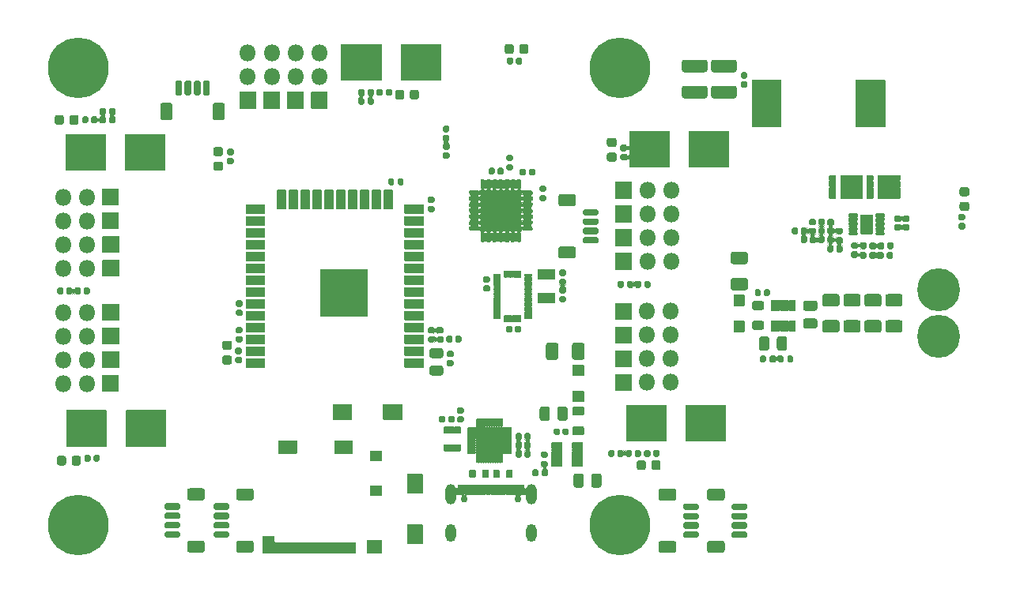
<source format=gbr>
G04 #@! TF.GenerationSoftware,KiCad,Pcbnew,5.1.7-a382d34a8~88~ubuntu18.04.1*
G04 #@! TF.CreationDate,2021-02-07T13:52:12-05:00*
G04 #@! TF.ProjectId,SmallKat v2,536d616c-6c4b-4617-9420-76322e6b6963,rev?*
G04 #@! TF.SameCoordinates,Original*
G04 #@! TF.FileFunction,Soldermask,Top*
G04 #@! TF.FilePolarity,Negative*
%FSLAX46Y46*%
G04 Gerber Fmt 4.6, Leading zero omitted, Abs format (unit mm)*
G04 Created by KiCad (PCBNEW 5.1.7-a382d34a8~88~ubuntu18.04.1) date 2021-02-07 13:52:12*
%MOMM*%
%LPD*%
G01*
G04 APERTURE LIST*
%ADD10C,4.602000*%
%ADD11O,1.802000X1.802000*%
%ADD12O,1.102000X2.202000*%
%ADD13O,1.102000X1.902000*%
%ADD14C,0.752000*%
%ADD15C,0.902000*%
%ADD16C,6.502000*%
%ADD17C,0.100000*%
G04 APERTURE END LIST*
G36*
G01*
X124504000Y-116325600D02*
X124504000Y-115014400D01*
G75*
G02*
X124774400Y-114744000I270400J0D01*
G01*
X125585600Y-114744000D01*
G75*
G02*
X125856000Y-115014400I0J-270400D01*
G01*
X125856000Y-116325600D01*
G75*
G02*
X125585600Y-116596000I-270400J0D01*
G01*
X124774400Y-116596000D01*
G75*
G02*
X124504000Y-116325600I0J270400D01*
G01*
G37*
G36*
G01*
X121704000Y-116325600D02*
X121704000Y-115014400D01*
G75*
G02*
X121974400Y-114744000I270400J0D01*
G01*
X122785600Y-114744000D01*
G75*
G02*
X123056000Y-115014400I0J-270400D01*
G01*
X123056000Y-116325600D01*
G75*
G02*
X122785600Y-116596000I-270400J0D01*
G01*
X121974400Y-116596000D01*
G75*
G02*
X121704000Y-116325600I0J270400D01*
G01*
G37*
G36*
G01*
X141764400Y-107784000D02*
X143075600Y-107784000D01*
G75*
G02*
X143346000Y-108054400I0J-270400D01*
G01*
X143346000Y-108865600D01*
G75*
G02*
X143075600Y-109136000I-270400J0D01*
G01*
X141764400Y-109136000D01*
G75*
G02*
X141494000Y-108865600I0J270400D01*
G01*
X141494000Y-108054400D01*
G75*
G02*
X141764400Y-107784000I270400J0D01*
G01*
G37*
G36*
G01*
X141764400Y-104984000D02*
X143075600Y-104984000D01*
G75*
G02*
X143346000Y-105254400I0J-270400D01*
G01*
X143346000Y-106065600D01*
G75*
G02*
X143075600Y-106336000I-270400J0D01*
G01*
X141764400Y-106336000D01*
G75*
G02*
X141494000Y-106065600I0J270400D01*
G01*
X141494000Y-105254400D01*
G75*
G02*
X141764400Y-104984000I270400J0D01*
G01*
G37*
G36*
G01*
X81731000Y-89275248D02*
X81731000Y-90634752D01*
G75*
G02*
X81459752Y-90906000I-271248J0D01*
G01*
X80700248Y-90906000D01*
G75*
G02*
X80429000Y-90634752I0J271248D01*
G01*
X80429000Y-89275248D01*
G75*
G02*
X80700248Y-89004000I271248J0D01*
G01*
X81459752Y-89004000D01*
G75*
G02*
X81731000Y-89275248I0J-271248D01*
G01*
G37*
G36*
G01*
X87331000Y-89275248D02*
X87331000Y-90634752D01*
G75*
G02*
X87059752Y-90906000I-271248J0D01*
G01*
X86300248Y-90906000D01*
G75*
G02*
X86029000Y-90634752I0J271248D01*
G01*
X86029000Y-89275248D01*
G75*
G02*
X86300248Y-89004000I271248J0D01*
G01*
X87059752Y-89004000D01*
G75*
G02*
X87331000Y-89275248I0J-271248D01*
G01*
G37*
G36*
G01*
X82731000Y-86779500D02*
X82731000Y-88080500D01*
G75*
G02*
X82555500Y-88256000I-175500J0D01*
G01*
X82204500Y-88256000D01*
G75*
G02*
X82029000Y-88080500I0J175500D01*
G01*
X82029000Y-86779500D01*
G75*
G02*
X82204500Y-86604000I175500J0D01*
G01*
X82555500Y-86604000D01*
G75*
G02*
X82731000Y-86779500I0J-175500D01*
G01*
G37*
G36*
G01*
X83731000Y-86779500D02*
X83731000Y-88080500D01*
G75*
G02*
X83555500Y-88256000I-175500J0D01*
G01*
X83204500Y-88256000D01*
G75*
G02*
X83029000Y-88080500I0J175500D01*
G01*
X83029000Y-86779500D01*
G75*
G02*
X83204500Y-86604000I175500J0D01*
G01*
X83555500Y-86604000D01*
G75*
G02*
X83731000Y-86779500I0J-175500D01*
G01*
G37*
G36*
G01*
X84731000Y-86779500D02*
X84731000Y-88080500D01*
G75*
G02*
X84555500Y-88256000I-175500J0D01*
G01*
X84204500Y-88256000D01*
G75*
G02*
X84029000Y-88080500I0J175500D01*
G01*
X84029000Y-86779500D01*
G75*
G02*
X84204500Y-86604000I175500J0D01*
G01*
X84555500Y-86604000D01*
G75*
G02*
X84731000Y-86779500I0J-175500D01*
G01*
G37*
G36*
G01*
X85731000Y-86779500D02*
X85731000Y-88080500D01*
G75*
G02*
X85555500Y-88256000I-175500J0D01*
G01*
X85204500Y-88256000D01*
G75*
G02*
X85029000Y-88080500I0J175500D01*
G01*
X85029000Y-86779500D01*
G75*
G02*
X85204500Y-86604000I175500J0D01*
G01*
X85555500Y-86604000D01*
G75*
G02*
X85731000Y-86779500I0J-175500D01*
G01*
G37*
G36*
G01*
X83560248Y-135959000D02*
X84919752Y-135959000D01*
G75*
G02*
X85191000Y-136230248I0J-271248D01*
G01*
X85191000Y-136989752D01*
G75*
G02*
X84919752Y-137261000I-271248J0D01*
G01*
X83560248Y-137261000D01*
G75*
G02*
X83289000Y-136989752I0J271248D01*
G01*
X83289000Y-136230248D01*
G75*
G02*
X83560248Y-135959000I271248J0D01*
G01*
G37*
G36*
G01*
X83560248Y-130359000D02*
X84919752Y-130359000D01*
G75*
G02*
X85191000Y-130630248I0J-271248D01*
G01*
X85191000Y-131389752D01*
G75*
G02*
X84919752Y-131661000I-271248J0D01*
G01*
X83560248Y-131661000D01*
G75*
G02*
X83289000Y-131389752I0J271248D01*
G01*
X83289000Y-130630248D01*
G75*
G02*
X83560248Y-130359000I271248J0D01*
G01*
G37*
G36*
G01*
X81064500Y-134959000D02*
X82365500Y-134959000D01*
G75*
G02*
X82541000Y-135134500I0J-175500D01*
G01*
X82541000Y-135485500D01*
G75*
G02*
X82365500Y-135661000I-175500J0D01*
G01*
X81064500Y-135661000D01*
G75*
G02*
X80889000Y-135485500I0J175500D01*
G01*
X80889000Y-135134500D01*
G75*
G02*
X81064500Y-134959000I175500J0D01*
G01*
G37*
G36*
G01*
X81064500Y-133959000D02*
X82365500Y-133959000D01*
G75*
G02*
X82541000Y-134134500I0J-175500D01*
G01*
X82541000Y-134485500D01*
G75*
G02*
X82365500Y-134661000I-175500J0D01*
G01*
X81064500Y-134661000D01*
G75*
G02*
X80889000Y-134485500I0J175500D01*
G01*
X80889000Y-134134500D01*
G75*
G02*
X81064500Y-133959000I175500J0D01*
G01*
G37*
G36*
G01*
X81064500Y-132959000D02*
X82365500Y-132959000D01*
G75*
G02*
X82541000Y-133134500I0J-175500D01*
G01*
X82541000Y-133485500D01*
G75*
G02*
X82365500Y-133661000I-175500J0D01*
G01*
X81064500Y-133661000D01*
G75*
G02*
X80889000Y-133485500I0J175500D01*
G01*
X80889000Y-133134500D01*
G75*
G02*
X81064500Y-132959000I175500J0D01*
G01*
G37*
G36*
G01*
X81064500Y-131959000D02*
X82365500Y-131959000D01*
G75*
G02*
X82541000Y-132134500I0J-175500D01*
G01*
X82541000Y-132485500D01*
G75*
G02*
X82365500Y-132661000I-175500J0D01*
G01*
X81064500Y-132661000D01*
G75*
G02*
X80889000Y-132485500I0J175500D01*
G01*
X80889000Y-132134500D01*
G75*
G02*
X81064500Y-131959000I175500J0D01*
G01*
G37*
G36*
G01*
X140589752Y-131691000D02*
X139230248Y-131691000D01*
G75*
G02*
X138959000Y-131419752I0J271248D01*
G01*
X138959000Y-130660248D01*
G75*
G02*
X139230248Y-130389000I271248J0D01*
G01*
X140589752Y-130389000D01*
G75*
G02*
X140861000Y-130660248I0J-271248D01*
G01*
X140861000Y-131419752D01*
G75*
G02*
X140589752Y-131691000I-271248J0D01*
G01*
G37*
G36*
G01*
X140589752Y-137291000D02*
X139230248Y-137291000D01*
G75*
G02*
X138959000Y-137019752I0J271248D01*
G01*
X138959000Y-136260248D01*
G75*
G02*
X139230248Y-135989000I271248J0D01*
G01*
X140589752Y-135989000D01*
G75*
G02*
X140861000Y-136260248I0J-271248D01*
G01*
X140861000Y-137019752D01*
G75*
G02*
X140589752Y-137291000I-271248J0D01*
G01*
G37*
G36*
G01*
X143085500Y-132691000D02*
X141784500Y-132691000D01*
G75*
G02*
X141609000Y-132515500I0J175500D01*
G01*
X141609000Y-132164500D01*
G75*
G02*
X141784500Y-131989000I175500J0D01*
G01*
X143085500Y-131989000D01*
G75*
G02*
X143261000Y-132164500I0J-175500D01*
G01*
X143261000Y-132515500D01*
G75*
G02*
X143085500Y-132691000I-175500J0D01*
G01*
G37*
G36*
G01*
X143085500Y-133691000D02*
X141784500Y-133691000D01*
G75*
G02*
X141609000Y-133515500I0J175500D01*
G01*
X141609000Y-133164500D01*
G75*
G02*
X141784500Y-132989000I175500J0D01*
G01*
X143085500Y-132989000D01*
G75*
G02*
X143261000Y-133164500I0J-175500D01*
G01*
X143261000Y-133515500D01*
G75*
G02*
X143085500Y-133691000I-175500J0D01*
G01*
G37*
G36*
G01*
X143085500Y-134691000D02*
X141784500Y-134691000D01*
G75*
G02*
X141609000Y-134515500I0J175500D01*
G01*
X141609000Y-134164500D01*
G75*
G02*
X141784500Y-133989000I175500J0D01*
G01*
X143085500Y-133989000D01*
G75*
G02*
X143261000Y-134164500I0J-175500D01*
G01*
X143261000Y-134515500D01*
G75*
G02*
X143085500Y-134691000I-175500J0D01*
G01*
G37*
G36*
G01*
X143085500Y-135691000D02*
X141784500Y-135691000D01*
G75*
G02*
X141609000Y-135515500I0J175500D01*
G01*
X141609000Y-135164500D01*
G75*
G02*
X141784500Y-134989000I175500J0D01*
G01*
X143085500Y-134989000D01*
G75*
G02*
X143261000Y-135164500I0J-175500D01*
G01*
X143261000Y-135515500D01*
G75*
G02*
X143085500Y-135691000I-175500J0D01*
G01*
G37*
G36*
G01*
X124659752Y-100111000D02*
X123300248Y-100111000D01*
G75*
G02*
X123029000Y-99839752I0J271248D01*
G01*
X123029000Y-99080248D01*
G75*
G02*
X123300248Y-98809000I271248J0D01*
G01*
X124659752Y-98809000D01*
G75*
G02*
X124931000Y-99080248I0J-271248D01*
G01*
X124931000Y-99839752D01*
G75*
G02*
X124659752Y-100111000I-271248J0D01*
G01*
G37*
G36*
G01*
X124659752Y-105711000D02*
X123300248Y-105711000D01*
G75*
G02*
X123029000Y-105439752I0J271248D01*
G01*
X123029000Y-104680248D01*
G75*
G02*
X123300248Y-104409000I271248J0D01*
G01*
X124659752Y-104409000D01*
G75*
G02*
X124931000Y-104680248I0J-271248D01*
G01*
X124931000Y-105439752D01*
G75*
G02*
X124659752Y-105711000I-271248J0D01*
G01*
G37*
G36*
G01*
X127155500Y-101111000D02*
X125854500Y-101111000D01*
G75*
G02*
X125679000Y-100935500I0J175500D01*
G01*
X125679000Y-100584500D01*
G75*
G02*
X125854500Y-100409000I175500J0D01*
G01*
X127155500Y-100409000D01*
G75*
G02*
X127331000Y-100584500I0J-175500D01*
G01*
X127331000Y-100935500D01*
G75*
G02*
X127155500Y-101111000I-175500J0D01*
G01*
G37*
G36*
G01*
X127155500Y-102111000D02*
X125854500Y-102111000D01*
G75*
G02*
X125679000Y-101935500I0J175500D01*
G01*
X125679000Y-101584500D01*
G75*
G02*
X125854500Y-101409000I175500J0D01*
G01*
X127155500Y-101409000D01*
G75*
G02*
X127331000Y-101584500I0J-175500D01*
G01*
X127331000Y-101935500D01*
G75*
G02*
X127155500Y-102111000I-175500J0D01*
G01*
G37*
G36*
G01*
X127155500Y-103111000D02*
X125854500Y-103111000D01*
G75*
G02*
X125679000Y-102935500I0J175500D01*
G01*
X125679000Y-102584500D01*
G75*
G02*
X125854500Y-102409000I175500J0D01*
G01*
X127155500Y-102409000D01*
G75*
G02*
X127331000Y-102584500I0J-175500D01*
G01*
X127331000Y-102935500D01*
G75*
G02*
X127155500Y-103111000I-175500J0D01*
G01*
G37*
G36*
G01*
X127155500Y-104111000D02*
X125854500Y-104111000D01*
G75*
G02*
X125679000Y-103935500I0J175500D01*
G01*
X125679000Y-103584500D01*
G75*
G02*
X125854500Y-103409000I175500J0D01*
G01*
X127155500Y-103409000D01*
G75*
G02*
X127331000Y-103584500I0J-175500D01*
G01*
X127331000Y-103935500D01*
G75*
G02*
X127155500Y-104111000I-175500J0D01*
G01*
G37*
G36*
G01*
X88810248Y-135969000D02*
X90169752Y-135969000D01*
G75*
G02*
X90441000Y-136240248I0J-271248D01*
G01*
X90441000Y-136999752D01*
G75*
G02*
X90169752Y-137271000I-271248J0D01*
G01*
X88810248Y-137271000D01*
G75*
G02*
X88539000Y-136999752I0J271248D01*
G01*
X88539000Y-136240248D01*
G75*
G02*
X88810248Y-135969000I271248J0D01*
G01*
G37*
G36*
G01*
X88810248Y-130369000D02*
X90169752Y-130369000D01*
G75*
G02*
X90441000Y-130640248I0J-271248D01*
G01*
X90441000Y-131399752D01*
G75*
G02*
X90169752Y-131671000I-271248J0D01*
G01*
X88810248Y-131671000D01*
G75*
G02*
X88539000Y-131399752I0J271248D01*
G01*
X88539000Y-130640248D01*
G75*
G02*
X88810248Y-130369000I271248J0D01*
G01*
G37*
G36*
G01*
X86314500Y-134969000D02*
X87615500Y-134969000D01*
G75*
G02*
X87791000Y-135144500I0J-175500D01*
G01*
X87791000Y-135495500D01*
G75*
G02*
X87615500Y-135671000I-175500J0D01*
G01*
X86314500Y-135671000D01*
G75*
G02*
X86139000Y-135495500I0J175500D01*
G01*
X86139000Y-135144500D01*
G75*
G02*
X86314500Y-134969000I175500J0D01*
G01*
G37*
G36*
G01*
X86314500Y-133969000D02*
X87615500Y-133969000D01*
G75*
G02*
X87791000Y-134144500I0J-175500D01*
G01*
X87791000Y-134495500D01*
G75*
G02*
X87615500Y-134671000I-175500J0D01*
G01*
X86314500Y-134671000D01*
G75*
G02*
X86139000Y-134495500I0J175500D01*
G01*
X86139000Y-134144500D01*
G75*
G02*
X86314500Y-133969000I175500J0D01*
G01*
G37*
G36*
G01*
X86314500Y-132969000D02*
X87615500Y-132969000D01*
G75*
G02*
X87791000Y-133144500I0J-175500D01*
G01*
X87791000Y-133495500D01*
G75*
G02*
X87615500Y-133671000I-175500J0D01*
G01*
X86314500Y-133671000D01*
G75*
G02*
X86139000Y-133495500I0J175500D01*
G01*
X86139000Y-133144500D01*
G75*
G02*
X86314500Y-132969000I175500J0D01*
G01*
G37*
G36*
G01*
X86314500Y-131969000D02*
X87615500Y-131969000D01*
G75*
G02*
X87791000Y-132144500I0J-175500D01*
G01*
X87791000Y-132495500D01*
G75*
G02*
X87615500Y-132671000I-175500J0D01*
G01*
X86314500Y-132671000D01*
G75*
G02*
X86139000Y-132495500I0J175500D01*
G01*
X86139000Y-132144500D01*
G75*
G02*
X86314500Y-131969000I175500J0D01*
G01*
G37*
G36*
G01*
X135399752Y-131691000D02*
X134040248Y-131691000D01*
G75*
G02*
X133769000Y-131419752I0J271248D01*
G01*
X133769000Y-130660248D01*
G75*
G02*
X134040248Y-130389000I271248J0D01*
G01*
X135399752Y-130389000D01*
G75*
G02*
X135671000Y-130660248I0J-271248D01*
G01*
X135671000Y-131419752D01*
G75*
G02*
X135399752Y-131691000I-271248J0D01*
G01*
G37*
G36*
G01*
X135399752Y-137291000D02*
X134040248Y-137291000D01*
G75*
G02*
X133769000Y-137019752I0J271248D01*
G01*
X133769000Y-136260248D01*
G75*
G02*
X134040248Y-135989000I271248J0D01*
G01*
X135399752Y-135989000D01*
G75*
G02*
X135671000Y-136260248I0J-271248D01*
G01*
X135671000Y-137019752D01*
G75*
G02*
X135399752Y-137291000I-271248J0D01*
G01*
G37*
G36*
G01*
X137895500Y-132691000D02*
X136594500Y-132691000D01*
G75*
G02*
X136419000Y-132515500I0J175500D01*
G01*
X136419000Y-132164500D01*
G75*
G02*
X136594500Y-131989000I175500J0D01*
G01*
X137895500Y-131989000D01*
G75*
G02*
X138071000Y-132164500I0J-175500D01*
G01*
X138071000Y-132515500D01*
G75*
G02*
X137895500Y-132691000I-175500J0D01*
G01*
G37*
G36*
G01*
X137895500Y-133691000D02*
X136594500Y-133691000D01*
G75*
G02*
X136419000Y-133515500I0J175500D01*
G01*
X136419000Y-133164500D01*
G75*
G02*
X136594500Y-132989000I175500J0D01*
G01*
X137895500Y-132989000D01*
G75*
G02*
X138071000Y-133164500I0J-175500D01*
G01*
X138071000Y-133515500D01*
G75*
G02*
X137895500Y-133691000I-175500J0D01*
G01*
G37*
G36*
G01*
X137895500Y-134691000D02*
X136594500Y-134691000D01*
G75*
G02*
X136419000Y-134515500I0J175500D01*
G01*
X136419000Y-134164500D01*
G75*
G02*
X136594500Y-133989000I175500J0D01*
G01*
X137895500Y-133989000D01*
G75*
G02*
X138071000Y-134164500I0J-175500D01*
G01*
X138071000Y-134515500D01*
G75*
G02*
X137895500Y-134691000I-175500J0D01*
G01*
G37*
G36*
G01*
X137895500Y-135691000D02*
X136594500Y-135691000D01*
G75*
G02*
X136419000Y-135515500I0J175500D01*
G01*
X136419000Y-135164500D01*
G75*
G02*
X136594500Y-134989000I175500J0D01*
G01*
X137895500Y-134989000D01*
G75*
G02*
X138071000Y-135164500I0J-175500D01*
G01*
X138071000Y-135515500D01*
G75*
G02*
X137895500Y-135691000I-175500J0D01*
G01*
G37*
G36*
G01*
X121600500Y-98551000D02*
X121179500Y-98551000D01*
G75*
G02*
X121019000Y-98390500I0J160500D01*
G01*
X121019000Y-98069500D01*
G75*
G02*
X121179500Y-97909000I160500J0D01*
G01*
X121600500Y-97909000D01*
G75*
G02*
X121761000Y-98069500I0J-160500D01*
G01*
X121761000Y-98390500D01*
G75*
G02*
X121600500Y-98551000I-160500J0D01*
G01*
G37*
G36*
G01*
X121600500Y-99571000D02*
X121179500Y-99571000D01*
G75*
G02*
X121019000Y-99410500I0J160500D01*
G01*
X121019000Y-99089500D01*
G75*
G02*
X121179500Y-98929000I160500J0D01*
G01*
X121600500Y-98929000D01*
G75*
G02*
X121761000Y-99089500I0J-160500D01*
G01*
X121761000Y-99410500D01*
G75*
G02*
X121600500Y-99571000I-160500J0D01*
G01*
G37*
G36*
G01*
X116980000Y-126601000D02*
X114380000Y-126601000D01*
G75*
G02*
X114329000Y-126550000I0J51000D01*
G01*
X114329000Y-123950000D01*
G75*
G02*
X114380000Y-123899000I51000J0D01*
G01*
X116980000Y-123899000D01*
G75*
G02*
X117031000Y-123950000I0J-51000D01*
G01*
X117031000Y-126550000D01*
G75*
G02*
X116980000Y-126601000I-51000J0D01*
G01*
G37*
G36*
G01*
X114118000Y-126676000D02*
X113367000Y-126676000D01*
G75*
G02*
X113279000Y-126588000I0J88000D01*
G01*
X113279000Y-126412000D01*
G75*
G02*
X113367000Y-126324000I88000J0D01*
G01*
X114118000Y-126324000D01*
G75*
G02*
X114206000Y-126412000I0J-88000D01*
G01*
X114206000Y-126588000D01*
G75*
G02*
X114118000Y-126676000I-88000J0D01*
G01*
G37*
G36*
G01*
X114118000Y-126176000D02*
X113367000Y-126176000D01*
G75*
G02*
X113279000Y-126088000I0J88000D01*
G01*
X113279000Y-125912000D01*
G75*
G02*
X113367000Y-125824000I88000J0D01*
G01*
X114118000Y-125824000D01*
G75*
G02*
X114206000Y-125912000I0J-88000D01*
G01*
X114206000Y-126088000D01*
G75*
G02*
X114118000Y-126176000I-88000J0D01*
G01*
G37*
G36*
G01*
X114118000Y-125676000D02*
X113367000Y-125676000D01*
G75*
G02*
X113279000Y-125588000I0J88000D01*
G01*
X113279000Y-125412000D01*
G75*
G02*
X113367000Y-125324000I88000J0D01*
G01*
X114118000Y-125324000D01*
G75*
G02*
X114206000Y-125412000I0J-88000D01*
G01*
X114206000Y-125588000D01*
G75*
G02*
X114118000Y-125676000I-88000J0D01*
G01*
G37*
G36*
G01*
X114118000Y-125176000D02*
X113367000Y-125176000D01*
G75*
G02*
X113279000Y-125088000I0J88000D01*
G01*
X113279000Y-124912000D01*
G75*
G02*
X113367000Y-124824000I88000J0D01*
G01*
X114118000Y-124824000D01*
G75*
G02*
X114206000Y-124912000I0J-88000D01*
G01*
X114206000Y-125088000D01*
G75*
G02*
X114118000Y-125176000I-88000J0D01*
G01*
G37*
G36*
G01*
X114118000Y-124676000D02*
X113367000Y-124676000D01*
G75*
G02*
X113279000Y-124588000I0J88000D01*
G01*
X113279000Y-124412000D01*
G75*
G02*
X113367000Y-124324000I88000J0D01*
G01*
X114118000Y-124324000D01*
G75*
G02*
X114206000Y-124412000I0J-88000D01*
G01*
X114206000Y-124588000D01*
G75*
G02*
X114118000Y-124676000I-88000J0D01*
G01*
G37*
G36*
G01*
X114118000Y-124176000D02*
X113367000Y-124176000D01*
G75*
G02*
X113279000Y-124088000I0J88000D01*
G01*
X113279000Y-123912000D01*
G75*
G02*
X113367000Y-123824000I88000J0D01*
G01*
X114118000Y-123824000D01*
G75*
G02*
X114206000Y-123912000I0J-88000D01*
G01*
X114206000Y-124088000D01*
G75*
G02*
X114118000Y-124176000I-88000J0D01*
G01*
G37*
G36*
G01*
X114518000Y-123776000D02*
X114342000Y-123776000D01*
G75*
G02*
X114254000Y-123688000I0J88000D01*
G01*
X114254000Y-122937000D01*
G75*
G02*
X114342000Y-122849000I88000J0D01*
G01*
X114518000Y-122849000D01*
G75*
G02*
X114606000Y-122937000I0J-88000D01*
G01*
X114606000Y-123688000D01*
G75*
G02*
X114518000Y-123776000I-88000J0D01*
G01*
G37*
G36*
G01*
X115018000Y-123776000D02*
X114842000Y-123776000D01*
G75*
G02*
X114754000Y-123688000I0J88000D01*
G01*
X114754000Y-122937000D01*
G75*
G02*
X114842000Y-122849000I88000J0D01*
G01*
X115018000Y-122849000D01*
G75*
G02*
X115106000Y-122937000I0J-88000D01*
G01*
X115106000Y-123688000D01*
G75*
G02*
X115018000Y-123776000I-88000J0D01*
G01*
G37*
G36*
G01*
X115518000Y-123776000D02*
X115342000Y-123776000D01*
G75*
G02*
X115254000Y-123688000I0J88000D01*
G01*
X115254000Y-122937000D01*
G75*
G02*
X115342000Y-122849000I88000J0D01*
G01*
X115518000Y-122849000D01*
G75*
G02*
X115606000Y-122937000I0J-88000D01*
G01*
X115606000Y-123688000D01*
G75*
G02*
X115518000Y-123776000I-88000J0D01*
G01*
G37*
G36*
G01*
X116018000Y-123776000D02*
X115842000Y-123776000D01*
G75*
G02*
X115754000Y-123688000I0J88000D01*
G01*
X115754000Y-122937000D01*
G75*
G02*
X115842000Y-122849000I88000J0D01*
G01*
X116018000Y-122849000D01*
G75*
G02*
X116106000Y-122937000I0J-88000D01*
G01*
X116106000Y-123688000D01*
G75*
G02*
X116018000Y-123776000I-88000J0D01*
G01*
G37*
G36*
G01*
X116518000Y-123776000D02*
X116342000Y-123776000D01*
G75*
G02*
X116254000Y-123688000I0J88000D01*
G01*
X116254000Y-122937000D01*
G75*
G02*
X116342000Y-122849000I88000J0D01*
G01*
X116518000Y-122849000D01*
G75*
G02*
X116606000Y-122937000I0J-88000D01*
G01*
X116606000Y-123688000D01*
G75*
G02*
X116518000Y-123776000I-88000J0D01*
G01*
G37*
G36*
G01*
X117018000Y-123776000D02*
X116842000Y-123776000D01*
G75*
G02*
X116754000Y-123688000I0J88000D01*
G01*
X116754000Y-122937000D01*
G75*
G02*
X116842000Y-122849000I88000J0D01*
G01*
X117018000Y-122849000D01*
G75*
G02*
X117106000Y-122937000I0J-88000D01*
G01*
X117106000Y-123688000D01*
G75*
G02*
X117018000Y-123776000I-88000J0D01*
G01*
G37*
G36*
G01*
X117993000Y-124176000D02*
X117242000Y-124176000D01*
G75*
G02*
X117154000Y-124088000I0J88000D01*
G01*
X117154000Y-123912000D01*
G75*
G02*
X117242000Y-123824000I88000J0D01*
G01*
X117993000Y-123824000D01*
G75*
G02*
X118081000Y-123912000I0J-88000D01*
G01*
X118081000Y-124088000D01*
G75*
G02*
X117993000Y-124176000I-88000J0D01*
G01*
G37*
G36*
G01*
X117993000Y-124676000D02*
X117242000Y-124676000D01*
G75*
G02*
X117154000Y-124588000I0J88000D01*
G01*
X117154000Y-124412000D01*
G75*
G02*
X117242000Y-124324000I88000J0D01*
G01*
X117993000Y-124324000D01*
G75*
G02*
X118081000Y-124412000I0J-88000D01*
G01*
X118081000Y-124588000D01*
G75*
G02*
X117993000Y-124676000I-88000J0D01*
G01*
G37*
G36*
G01*
X117993000Y-125176000D02*
X117242000Y-125176000D01*
G75*
G02*
X117154000Y-125088000I0J88000D01*
G01*
X117154000Y-124912000D01*
G75*
G02*
X117242000Y-124824000I88000J0D01*
G01*
X117993000Y-124824000D01*
G75*
G02*
X118081000Y-124912000I0J-88000D01*
G01*
X118081000Y-125088000D01*
G75*
G02*
X117993000Y-125176000I-88000J0D01*
G01*
G37*
G36*
G01*
X117993000Y-125676000D02*
X117242000Y-125676000D01*
G75*
G02*
X117154000Y-125588000I0J88000D01*
G01*
X117154000Y-125412000D01*
G75*
G02*
X117242000Y-125324000I88000J0D01*
G01*
X117993000Y-125324000D01*
G75*
G02*
X118081000Y-125412000I0J-88000D01*
G01*
X118081000Y-125588000D01*
G75*
G02*
X117993000Y-125676000I-88000J0D01*
G01*
G37*
G36*
G01*
X117993000Y-126176000D02*
X117242000Y-126176000D01*
G75*
G02*
X117154000Y-126088000I0J88000D01*
G01*
X117154000Y-125912000D01*
G75*
G02*
X117242000Y-125824000I88000J0D01*
G01*
X117993000Y-125824000D01*
G75*
G02*
X118081000Y-125912000I0J-88000D01*
G01*
X118081000Y-126088000D01*
G75*
G02*
X117993000Y-126176000I-88000J0D01*
G01*
G37*
G36*
G01*
X117993000Y-126676000D02*
X117242000Y-126676000D01*
G75*
G02*
X117154000Y-126588000I0J88000D01*
G01*
X117154000Y-126412000D01*
G75*
G02*
X117242000Y-126324000I88000J0D01*
G01*
X117993000Y-126324000D01*
G75*
G02*
X118081000Y-126412000I0J-88000D01*
G01*
X118081000Y-126588000D01*
G75*
G02*
X117993000Y-126676000I-88000J0D01*
G01*
G37*
G36*
G01*
X117018000Y-127651000D02*
X116842000Y-127651000D01*
G75*
G02*
X116754000Y-127563000I0J88000D01*
G01*
X116754000Y-126812000D01*
G75*
G02*
X116842000Y-126724000I88000J0D01*
G01*
X117018000Y-126724000D01*
G75*
G02*
X117106000Y-126812000I0J-88000D01*
G01*
X117106000Y-127563000D01*
G75*
G02*
X117018000Y-127651000I-88000J0D01*
G01*
G37*
G36*
G01*
X116518000Y-127651000D02*
X116342000Y-127651000D01*
G75*
G02*
X116254000Y-127563000I0J88000D01*
G01*
X116254000Y-126812000D01*
G75*
G02*
X116342000Y-126724000I88000J0D01*
G01*
X116518000Y-126724000D01*
G75*
G02*
X116606000Y-126812000I0J-88000D01*
G01*
X116606000Y-127563000D01*
G75*
G02*
X116518000Y-127651000I-88000J0D01*
G01*
G37*
G36*
G01*
X116018000Y-127651000D02*
X115842000Y-127651000D01*
G75*
G02*
X115754000Y-127563000I0J88000D01*
G01*
X115754000Y-126812000D01*
G75*
G02*
X115842000Y-126724000I88000J0D01*
G01*
X116018000Y-126724000D01*
G75*
G02*
X116106000Y-126812000I0J-88000D01*
G01*
X116106000Y-127563000D01*
G75*
G02*
X116018000Y-127651000I-88000J0D01*
G01*
G37*
G36*
G01*
X115518000Y-127651000D02*
X115342000Y-127651000D01*
G75*
G02*
X115254000Y-127563000I0J88000D01*
G01*
X115254000Y-126812000D01*
G75*
G02*
X115342000Y-126724000I88000J0D01*
G01*
X115518000Y-126724000D01*
G75*
G02*
X115606000Y-126812000I0J-88000D01*
G01*
X115606000Y-127563000D01*
G75*
G02*
X115518000Y-127651000I-88000J0D01*
G01*
G37*
G36*
G01*
X115018000Y-127651000D02*
X114842000Y-127651000D01*
G75*
G02*
X114754000Y-127563000I0J88000D01*
G01*
X114754000Y-126812000D01*
G75*
G02*
X114842000Y-126724000I88000J0D01*
G01*
X115018000Y-126724000D01*
G75*
G02*
X115106000Y-126812000I0J-88000D01*
G01*
X115106000Y-127563000D01*
G75*
G02*
X115018000Y-127651000I-88000J0D01*
G01*
G37*
G36*
G01*
X114518000Y-127651000D02*
X114342000Y-127651000D01*
G75*
G02*
X114254000Y-127563000I0J88000D01*
G01*
X114254000Y-126812000D01*
G75*
G02*
X114342000Y-126724000I88000J0D01*
G01*
X114518000Y-126724000D01*
G75*
G02*
X114606000Y-126812000I0J-88000D01*
G01*
X114606000Y-127563000D01*
G75*
G02*
X114518000Y-127651000I-88000J0D01*
G01*
G37*
G36*
G01*
X91661800Y-116466200D02*
X91661800Y-117366200D01*
G75*
G02*
X91610800Y-117417200I-51000J0D01*
G01*
X89610800Y-117417200D01*
G75*
G02*
X89559800Y-117366200I0J51000D01*
G01*
X89559800Y-116466200D01*
G75*
G02*
X89610800Y-116415200I51000J0D01*
G01*
X91610800Y-116415200D01*
G75*
G02*
X91661800Y-116466200I0J-51000D01*
G01*
G37*
G36*
G01*
X91661800Y-115196200D02*
X91661800Y-116096200D01*
G75*
G02*
X91610800Y-116147200I-51000J0D01*
G01*
X89610800Y-116147200D01*
G75*
G02*
X89559800Y-116096200I0J51000D01*
G01*
X89559800Y-115196200D01*
G75*
G02*
X89610800Y-115145200I51000J0D01*
G01*
X91610800Y-115145200D01*
G75*
G02*
X91661800Y-115196200I0J-51000D01*
G01*
G37*
G36*
G01*
X91661800Y-113926200D02*
X91661800Y-114826200D01*
G75*
G02*
X91610800Y-114877200I-51000J0D01*
G01*
X89610800Y-114877200D01*
G75*
G02*
X89559800Y-114826200I0J51000D01*
G01*
X89559800Y-113926200D01*
G75*
G02*
X89610800Y-113875200I51000J0D01*
G01*
X91610800Y-113875200D01*
G75*
G02*
X91661800Y-113926200I0J-51000D01*
G01*
G37*
G36*
G01*
X91661800Y-112656200D02*
X91661800Y-113556200D01*
G75*
G02*
X91610800Y-113607200I-51000J0D01*
G01*
X89610800Y-113607200D01*
G75*
G02*
X89559800Y-113556200I0J51000D01*
G01*
X89559800Y-112656200D01*
G75*
G02*
X89610800Y-112605200I51000J0D01*
G01*
X91610800Y-112605200D01*
G75*
G02*
X91661800Y-112656200I0J-51000D01*
G01*
G37*
G36*
G01*
X91661800Y-111386200D02*
X91661800Y-112286200D01*
G75*
G02*
X91610800Y-112337200I-51000J0D01*
G01*
X89610800Y-112337200D01*
G75*
G02*
X89559800Y-112286200I0J51000D01*
G01*
X89559800Y-111386200D01*
G75*
G02*
X89610800Y-111335200I51000J0D01*
G01*
X91610800Y-111335200D01*
G75*
G02*
X91661800Y-111386200I0J-51000D01*
G01*
G37*
G36*
G01*
X91661800Y-110116200D02*
X91661800Y-111016200D01*
G75*
G02*
X91610800Y-111067200I-51000J0D01*
G01*
X89610800Y-111067200D01*
G75*
G02*
X89559800Y-111016200I0J51000D01*
G01*
X89559800Y-110116200D01*
G75*
G02*
X89610800Y-110065200I51000J0D01*
G01*
X91610800Y-110065200D01*
G75*
G02*
X91661800Y-110116200I0J-51000D01*
G01*
G37*
G36*
G01*
X91661800Y-108846200D02*
X91661800Y-109746200D01*
G75*
G02*
X91610800Y-109797200I-51000J0D01*
G01*
X89610800Y-109797200D01*
G75*
G02*
X89559800Y-109746200I0J51000D01*
G01*
X89559800Y-108846200D01*
G75*
G02*
X89610800Y-108795200I51000J0D01*
G01*
X91610800Y-108795200D01*
G75*
G02*
X91661800Y-108846200I0J-51000D01*
G01*
G37*
G36*
G01*
X91661800Y-107576200D02*
X91661800Y-108476200D01*
G75*
G02*
X91610800Y-108527200I-51000J0D01*
G01*
X89610800Y-108527200D01*
G75*
G02*
X89559800Y-108476200I0J51000D01*
G01*
X89559800Y-107576200D01*
G75*
G02*
X89610800Y-107525200I51000J0D01*
G01*
X91610800Y-107525200D01*
G75*
G02*
X91661800Y-107576200I0J-51000D01*
G01*
G37*
G36*
G01*
X91661800Y-106306200D02*
X91661800Y-107206200D01*
G75*
G02*
X91610800Y-107257200I-51000J0D01*
G01*
X89610800Y-107257200D01*
G75*
G02*
X89559800Y-107206200I0J51000D01*
G01*
X89559800Y-106306200D01*
G75*
G02*
X89610800Y-106255200I51000J0D01*
G01*
X91610800Y-106255200D01*
G75*
G02*
X91661800Y-106306200I0J-51000D01*
G01*
G37*
G36*
G01*
X91661800Y-105036200D02*
X91661800Y-105936200D01*
G75*
G02*
X91610800Y-105987200I-51000J0D01*
G01*
X89610800Y-105987200D01*
G75*
G02*
X89559800Y-105936200I0J51000D01*
G01*
X89559800Y-105036200D01*
G75*
G02*
X89610800Y-104985200I51000J0D01*
G01*
X91610800Y-104985200D01*
G75*
G02*
X91661800Y-105036200I0J-51000D01*
G01*
G37*
G36*
G01*
X91661800Y-103766200D02*
X91661800Y-104666200D01*
G75*
G02*
X91610800Y-104717200I-51000J0D01*
G01*
X89610800Y-104717200D01*
G75*
G02*
X89559800Y-104666200I0J51000D01*
G01*
X89559800Y-103766200D01*
G75*
G02*
X89610800Y-103715200I51000J0D01*
G01*
X91610800Y-103715200D01*
G75*
G02*
X91661800Y-103766200I0J-51000D01*
G01*
G37*
G36*
G01*
X91661800Y-102496200D02*
X91661800Y-103396200D01*
G75*
G02*
X91610800Y-103447200I-51000J0D01*
G01*
X89610800Y-103447200D01*
G75*
G02*
X89559800Y-103396200I0J51000D01*
G01*
X89559800Y-102496200D01*
G75*
G02*
X89610800Y-102445200I51000J0D01*
G01*
X91610800Y-102445200D01*
G75*
G02*
X91661800Y-102496200I0J-51000D01*
G01*
G37*
G36*
G01*
X91661800Y-101226200D02*
X91661800Y-102126200D01*
G75*
G02*
X91610800Y-102177200I-51000J0D01*
G01*
X89610800Y-102177200D01*
G75*
G02*
X89559800Y-102126200I0J51000D01*
G01*
X89559800Y-101226200D01*
G75*
G02*
X89610800Y-101175200I51000J0D01*
G01*
X91610800Y-101175200D01*
G75*
G02*
X91661800Y-101226200I0J-51000D01*
G01*
G37*
G36*
G01*
X91661800Y-99956200D02*
X91661800Y-100856200D01*
G75*
G02*
X91610800Y-100907200I-51000J0D01*
G01*
X89610800Y-100907200D01*
G75*
G02*
X89559800Y-100856200I0J51000D01*
G01*
X89559800Y-99956200D01*
G75*
G02*
X89610800Y-99905200I51000J0D01*
G01*
X91610800Y-99905200D01*
G75*
G02*
X91661800Y-99956200I0J-51000D01*
G01*
G37*
G36*
G01*
X92945800Y-98355200D02*
X93845800Y-98355200D01*
G75*
G02*
X93896800Y-98406200I0J-51000D01*
G01*
X93896800Y-100406200D01*
G75*
G02*
X93845800Y-100457200I-51000J0D01*
G01*
X92945800Y-100457200D01*
G75*
G02*
X92894800Y-100406200I0J51000D01*
G01*
X92894800Y-98406200D01*
G75*
G02*
X92945800Y-98355200I51000J0D01*
G01*
G37*
G36*
G01*
X94215800Y-98355200D02*
X95115800Y-98355200D01*
G75*
G02*
X95166800Y-98406200I0J-51000D01*
G01*
X95166800Y-100406200D01*
G75*
G02*
X95115800Y-100457200I-51000J0D01*
G01*
X94215800Y-100457200D01*
G75*
G02*
X94164800Y-100406200I0J51000D01*
G01*
X94164800Y-98406200D01*
G75*
G02*
X94215800Y-98355200I51000J0D01*
G01*
G37*
G36*
G01*
X95485800Y-98355200D02*
X96385800Y-98355200D01*
G75*
G02*
X96436800Y-98406200I0J-51000D01*
G01*
X96436800Y-100406200D01*
G75*
G02*
X96385800Y-100457200I-51000J0D01*
G01*
X95485800Y-100457200D01*
G75*
G02*
X95434800Y-100406200I0J51000D01*
G01*
X95434800Y-98406200D01*
G75*
G02*
X95485800Y-98355200I51000J0D01*
G01*
G37*
G36*
G01*
X96755800Y-98355200D02*
X97655800Y-98355200D01*
G75*
G02*
X97706800Y-98406200I0J-51000D01*
G01*
X97706800Y-100406200D01*
G75*
G02*
X97655800Y-100457200I-51000J0D01*
G01*
X96755800Y-100457200D01*
G75*
G02*
X96704800Y-100406200I0J51000D01*
G01*
X96704800Y-98406200D01*
G75*
G02*
X96755800Y-98355200I51000J0D01*
G01*
G37*
G36*
G01*
X98025800Y-98355200D02*
X98925800Y-98355200D01*
G75*
G02*
X98976800Y-98406200I0J-51000D01*
G01*
X98976800Y-100406200D01*
G75*
G02*
X98925800Y-100457200I-51000J0D01*
G01*
X98025800Y-100457200D01*
G75*
G02*
X97974800Y-100406200I0J51000D01*
G01*
X97974800Y-98406200D01*
G75*
G02*
X98025800Y-98355200I51000J0D01*
G01*
G37*
G36*
G01*
X99295800Y-98355200D02*
X100195800Y-98355200D01*
G75*
G02*
X100246800Y-98406200I0J-51000D01*
G01*
X100246800Y-100406200D01*
G75*
G02*
X100195800Y-100457200I-51000J0D01*
G01*
X99295800Y-100457200D01*
G75*
G02*
X99244800Y-100406200I0J51000D01*
G01*
X99244800Y-98406200D01*
G75*
G02*
X99295800Y-98355200I51000J0D01*
G01*
G37*
G36*
G01*
X100565800Y-98355200D02*
X101465800Y-98355200D01*
G75*
G02*
X101516800Y-98406200I0J-51000D01*
G01*
X101516800Y-100406200D01*
G75*
G02*
X101465800Y-100457200I-51000J0D01*
G01*
X100565800Y-100457200D01*
G75*
G02*
X100514800Y-100406200I0J51000D01*
G01*
X100514800Y-98406200D01*
G75*
G02*
X100565800Y-98355200I51000J0D01*
G01*
G37*
G36*
G01*
X101835800Y-98355200D02*
X102735800Y-98355200D01*
G75*
G02*
X102786800Y-98406200I0J-51000D01*
G01*
X102786800Y-100406200D01*
G75*
G02*
X102735800Y-100457200I-51000J0D01*
G01*
X101835800Y-100457200D01*
G75*
G02*
X101784800Y-100406200I0J51000D01*
G01*
X101784800Y-98406200D01*
G75*
G02*
X101835800Y-98355200I51000J0D01*
G01*
G37*
G36*
G01*
X103105800Y-98355200D02*
X104005800Y-98355200D01*
G75*
G02*
X104056800Y-98406200I0J-51000D01*
G01*
X104056800Y-100406200D01*
G75*
G02*
X104005800Y-100457200I-51000J0D01*
G01*
X103105800Y-100457200D01*
G75*
G02*
X103054800Y-100406200I0J51000D01*
G01*
X103054800Y-98406200D01*
G75*
G02*
X103105800Y-98355200I51000J0D01*
G01*
G37*
G36*
G01*
X104375800Y-98355200D02*
X105275800Y-98355200D01*
G75*
G02*
X105326800Y-98406200I0J-51000D01*
G01*
X105326800Y-100406200D01*
G75*
G02*
X105275800Y-100457200I-51000J0D01*
G01*
X104375800Y-100457200D01*
G75*
G02*
X104324800Y-100406200I0J51000D01*
G01*
X104324800Y-98406200D01*
G75*
G02*
X104375800Y-98355200I51000J0D01*
G01*
G37*
G36*
G01*
X108661800Y-99956200D02*
X108661800Y-100856200D01*
G75*
G02*
X108610800Y-100907200I-51000J0D01*
G01*
X106610800Y-100907200D01*
G75*
G02*
X106559800Y-100856200I0J51000D01*
G01*
X106559800Y-99956200D01*
G75*
G02*
X106610800Y-99905200I51000J0D01*
G01*
X108610800Y-99905200D01*
G75*
G02*
X108661800Y-99956200I0J-51000D01*
G01*
G37*
G36*
G01*
X108661800Y-101226200D02*
X108661800Y-102126200D01*
G75*
G02*
X108610800Y-102177200I-51000J0D01*
G01*
X106610800Y-102177200D01*
G75*
G02*
X106559800Y-102126200I0J51000D01*
G01*
X106559800Y-101226200D01*
G75*
G02*
X106610800Y-101175200I51000J0D01*
G01*
X108610800Y-101175200D01*
G75*
G02*
X108661800Y-101226200I0J-51000D01*
G01*
G37*
G36*
G01*
X108661800Y-102496200D02*
X108661800Y-103396200D01*
G75*
G02*
X108610800Y-103447200I-51000J0D01*
G01*
X106610800Y-103447200D01*
G75*
G02*
X106559800Y-103396200I0J51000D01*
G01*
X106559800Y-102496200D01*
G75*
G02*
X106610800Y-102445200I51000J0D01*
G01*
X108610800Y-102445200D01*
G75*
G02*
X108661800Y-102496200I0J-51000D01*
G01*
G37*
G36*
G01*
X108661800Y-103766200D02*
X108661800Y-104666200D01*
G75*
G02*
X108610800Y-104717200I-51000J0D01*
G01*
X106610800Y-104717200D01*
G75*
G02*
X106559800Y-104666200I0J51000D01*
G01*
X106559800Y-103766200D01*
G75*
G02*
X106610800Y-103715200I51000J0D01*
G01*
X108610800Y-103715200D01*
G75*
G02*
X108661800Y-103766200I0J-51000D01*
G01*
G37*
G36*
G01*
X108661800Y-105036200D02*
X108661800Y-105936200D01*
G75*
G02*
X108610800Y-105987200I-51000J0D01*
G01*
X106610800Y-105987200D01*
G75*
G02*
X106559800Y-105936200I0J51000D01*
G01*
X106559800Y-105036200D01*
G75*
G02*
X106610800Y-104985200I51000J0D01*
G01*
X108610800Y-104985200D01*
G75*
G02*
X108661800Y-105036200I0J-51000D01*
G01*
G37*
G36*
G01*
X108661800Y-106306200D02*
X108661800Y-107206200D01*
G75*
G02*
X108610800Y-107257200I-51000J0D01*
G01*
X106610800Y-107257200D01*
G75*
G02*
X106559800Y-107206200I0J51000D01*
G01*
X106559800Y-106306200D01*
G75*
G02*
X106610800Y-106255200I51000J0D01*
G01*
X108610800Y-106255200D01*
G75*
G02*
X108661800Y-106306200I0J-51000D01*
G01*
G37*
G36*
G01*
X108661800Y-107576200D02*
X108661800Y-108476200D01*
G75*
G02*
X108610800Y-108527200I-51000J0D01*
G01*
X106610800Y-108527200D01*
G75*
G02*
X106559800Y-108476200I0J51000D01*
G01*
X106559800Y-107576200D01*
G75*
G02*
X106610800Y-107525200I51000J0D01*
G01*
X108610800Y-107525200D01*
G75*
G02*
X108661800Y-107576200I0J-51000D01*
G01*
G37*
G36*
G01*
X108661800Y-108846200D02*
X108661800Y-109746200D01*
G75*
G02*
X108610800Y-109797200I-51000J0D01*
G01*
X106610800Y-109797200D01*
G75*
G02*
X106559800Y-109746200I0J51000D01*
G01*
X106559800Y-108846200D01*
G75*
G02*
X106610800Y-108795200I51000J0D01*
G01*
X108610800Y-108795200D01*
G75*
G02*
X108661800Y-108846200I0J-51000D01*
G01*
G37*
G36*
G01*
X108661800Y-110116200D02*
X108661800Y-111016200D01*
G75*
G02*
X108610800Y-111067200I-51000J0D01*
G01*
X106610800Y-111067200D01*
G75*
G02*
X106559800Y-111016200I0J51000D01*
G01*
X106559800Y-110116200D01*
G75*
G02*
X106610800Y-110065200I51000J0D01*
G01*
X108610800Y-110065200D01*
G75*
G02*
X108661800Y-110116200I0J-51000D01*
G01*
G37*
G36*
G01*
X108661800Y-111386200D02*
X108661800Y-112286200D01*
G75*
G02*
X108610800Y-112337200I-51000J0D01*
G01*
X106610800Y-112337200D01*
G75*
G02*
X106559800Y-112286200I0J51000D01*
G01*
X106559800Y-111386200D01*
G75*
G02*
X106610800Y-111335200I51000J0D01*
G01*
X108610800Y-111335200D01*
G75*
G02*
X108661800Y-111386200I0J-51000D01*
G01*
G37*
G36*
G01*
X108661800Y-112656200D02*
X108661800Y-113556200D01*
G75*
G02*
X108610800Y-113607200I-51000J0D01*
G01*
X106610800Y-113607200D01*
G75*
G02*
X106559800Y-113556200I0J51000D01*
G01*
X106559800Y-112656200D01*
G75*
G02*
X106610800Y-112605200I51000J0D01*
G01*
X108610800Y-112605200D01*
G75*
G02*
X108661800Y-112656200I0J-51000D01*
G01*
G37*
G36*
G01*
X108661800Y-113926200D02*
X108661800Y-114826200D01*
G75*
G02*
X108610800Y-114877200I-51000J0D01*
G01*
X106610800Y-114877200D01*
G75*
G02*
X106559800Y-114826200I0J51000D01*
G01*
X106559800Y-113926200D01*
G75*
G02*
X106610800Y-113875200I51000J0D01*
G01*
X108610800Y-113875200D01*
G75*
G02*
X108661800Y-113926200I0J-51000D01*
G01*
G37*
G36*
G01*
X108661800Y-115196200D02*
X108661800Y-116096200D01*
G75*
G02*
X108610800Y-116147200I-51000J0D01*
G01*
X106610800Y-116147200D01*
G75*
G02*
X106559800Y-116096200I0J51000D01*
G01*
X106559800Y-115196200D01*
G75*
G02*
X106610800Y-115145200I51000J0D01*
G01*
X108610800Y-115145200D01*
G75*
G02*
X108661800Y-115196200I0J-51000D01*
G01*
G37*
G36*
G01*
X108661800Y-116466200D02*
X108661800Y-117366200D01*
G75*
G02*
X108610800Y-117417200I-51000J0D01*
G01*
X106610800Y-117417200D01*
G75*
G02*
X106559800Y-117366200I0J51000D01*
G01*
X106559800Y-116466200D01*
G75*
G02*
X106610800Y-116415200I51000J0D01*
G01*
X108610800Y-116415200D01*
G75*
G02*
X108661800Y-116466200I0J-51000D01*
G01*
G37*
G36*
G01*
X102661800Y-106916200D02*
X102661800Y-111916200D01*
G75*
G02*
X102610800Y-111967200I-51000J0D01*
G01*
X97610800Y-111967200D01*
G75*
G02*
X97559800Y-111916200I0J51000D01*
G01*
X97559800Y-106916200D01*
G75*
G02*
X97610800Y-106865200I51000J0D01*
G01*
X102610800Y-106865200D01*
G75*
G02*
X102661800Y-106916200I0J-51000D01*
G01*
G37*
G36*
G01*
X142960000Y-113611000D02*
X141860000Y-113611000D01*
G75*
G02*
X141809000Y-113560000I0J51000D01*
G01*
X141809000Y-112460000D01*
G75*
G02*
X141860000Y-112409000I51000J0D01*
G01*
X142960000Y-112409000D01*
G75*
G02*
X143011000Y-112460000I0J-51000D01*
G01*
X143011000Y-113560000D01*
G75*
G02*
X142960000Y-113611000I-51000J0D01*
G01*
G37*
G36*
G01*
X141860000Y-109609000D02*
X142960000Y-109609000D01*
G75*
G02*
X143011000Y-109660000I0J-51000D01*
G01*
X143011000Y-110760000D01*
G75*
G02*
X142960000Y-110811000I-51000J0D01*
G01*
X141860000Y-110811000D01*
G75*
G02*
X141809000Y-110760000I0J51000D01*
G01*
X141809000Y-109660000D01*
G75*
G02*
X141860000Y-109609000I51000J0D01*
G01*
G37*
G36*
G01*
X124640000Y-119909000D02*
X125740000Y-119909000D01*
G75*
G02*
X125791000Y-119960000I0J-51000D01*
G01*
X125791000Y-121060000D01*
G75*
G02*
X125740000Y-121111000I-51000J0D01*
G01*
X124640000Y-121111000D01*
G75*
G02*
X124589000Y-121060000I0J51000D01*
G01*
X124589000Y-119960000D01*
G75*
G02*
X124640000Y-119909000I51000J0D01*
G01*
G37*
G36*
G01*
X124640000Y-117109000D02*
X125740000Y-117109000D01*
G75*
G02*
X125791000Y-117160000I0J-51000D01*
G01*
X125791000Y-118260000D01*
G75*
G02*
X125740000Y-118311000I-51000J0D01*
G01*
X124640000Y-118311000D01*
G75*
G02*
X124589000Y-118260000I0J51000D01*
G01*
X124589000Y-117160000D01*
G75*
G02*
X124640000Y-117109000I51000J0D01*
G01*
G37*
G36*
G01*
X124509000Y-127065001D02*
X124509000Y-126414999D01*
G75*
G02*
X124559999Y-126364000I50999J0D01*
G01*
X125620001Y-126364000D01*
G75*
G02*
X125671000Y-126414999I0J-50999D01*
G01*
X125671000Y-127065001D01*
G75*
G02*
X125620001Y-127116000I-50999J0D01*
G01*
X124559999Y-127116000D01*
G75*
G02*
X124509000Y-127065001I0J50999D01*
G01*
G37*
G36*
G01*
X124509000Y-126115001D02*
X124509000Y-125464999D01*
G75*
G02*
X124559999Y-125414000I50999J0D01*
G01*
X125620001Y-125414000D01*
G75*
G02*
X125671000Y-125464999I0J-50999D01*
G01*
X125671000Y-126115001D01*
G75*
G02*
X125620001Y-126166000I-50999J0D01*
G01*
X124559999Y-126166000D01*
G75*
G02*
X124509000Y-126115001I0J50999D01*
G01*
G37*
G36*
G01*
X124509000Y-128015001D02*
X124509000Y-127364999D01*
G75*
G02*
X124559999Y-127314000I50999J0D01*
G01*
X125620001Y-127314000D01*
G75*
G02*
X125671000Y-127364999I0J-50999D01*
G01*
X125671000Y-128015001D01*
G75*
G02*
X125620001Y-128066000I-50999J0D01*
G01*
X124559999Y-128066000D01*
G75*
G02*
X124509000Y-128015001I0J50999D01*
G01*
G37*
G36*
G01*
X122309000Y-128015001D02*
X122309000Y-127364999D01*
G75*
G02*
X122359999Y-127314000I50999J0D01*
G01*
X123420001Y-127314000D01*
G75*
G02*
X123471000Y-127364999I0J-50999D01*
G01*
X123471000Y-128015001D01*
G75*
G02*
X123420001Y-128066000I-50999J0D01*
G01*
X122359999Y-128066000D01*
G75*
G02*
X122309000Y-128015001I0J50999D01*
G01*
G37*
G36*
G01*
X122309000Y-127065001D02*
X122309000Y-126414999D01*
G75*
G02*
X122359999Y-126364000I50999J0D01*
G01*
X123420001Y-126364000D01*
G75*
G02*
X123471000Y-126414999I0J-50999D01*
G01*
X123471000Y-127065001D01*
G75*
G02*
X123420001Y-127116000I-50999J0D01*
G01*
X122359999Y-127116000D01*
G75*
G02*
X122309000Y-127065001I0J50999D01*
G01*
G37*
G36*
G01*
X122309000Y-126115001D02*
X122309000Y-125464999D01*
G75*
G02*
X122359999Y-125414000I50999J0D01*
G01*
X123420001Y-125414000D01*
G75*
G02*
X123471000Y-125464999I0J-50999D01*
G01*
X123471000Y-126115001D01*
G75*
G02*
X123420001Y-126166000I-50999J0D01*
G01*
X122359999Y-126166000D01*
G75*
G02*
X122309000Y-126115001I0J50999D01*
G01*
G37*
G36*
G01*
X145659000Y-116710500D02*
X145659000Y-116289500D01*
G75*
G02*
X145819500Y-116129000I160500J0D01*
G01*
X146140500Y-116129000D01*
G75*
G02*
X146301000Y-116289500I0J-160500D01*
G01*
X146301000Y-116710500D01*
G75*
G02*
X146140500Y-116871000I-160500J0D01*
G01*
X145819500Y-116871000D01*
G75*
G02*
X145659000Y-116710500I0J160500D01*
G01*
G37*
G36*
G01*
X144639000Y-116710500D02*
X144639000Y-116289500D01*
G75*
G02*
X144799500Y-116129000I160500J0D01*
G01*
X145120500Y-116129000D01*
G75*
G02*
X145281000Y-116289500I0J-160500D01*
G01*
X145281000Y-116710500D01*
G75*
G02*
X145120500Y-116871000I-160500J0D01*
G01*
X144799500Y-116871000D01*
G75*
G02*
X144639000Y-116710500I0J160500D01*
G01*
G37*
G36*
G01*
X147171000Y-116289500D02*
X147171000Y-116710500D01*
G75*
G02*
X147010500Y-116871000I-160500J0D01*
G01*
X146689500Y-116871000D01*
G75*
G02*
X146529000Y-116710500I0J160500D01*
G01*
X146529000Y-116289500D01*
G75*
G02*
X146689500Y-116129000I160500J0D01*
G01*
X147010500Y-116129000D01*
G75*
G02*
X147171000Y-116289500I0J-160500D01*
G01*
G37*
G36*
G01*
X148191000Y-116289500D02*
X148191000Y-116710500D01*
G75*
G02*
X148030500Y-116871000I-160500J0D01*
G01*
X147709500Y-116871000D01*
G75*
G02*
X147549000Y-116710500I0J160500D01*
G01*
X147549000Y-116289500D01*
G75*
G02*
X147709500Y-116129000I160500J0D01*
G01*
X148030500Y-116129000D01*
G75*
G02*
X148191000Y-116289500I0J-160500D01*
G01*
G37*
G36*
G01*
X144013250Y-112391500D02*
X144826750Y-112391500D01*
G75*
G02*
X145071000Y-112635750I0J-244250D01*
G01*
X145071000Y-113124250D01*
G75*
G02*
X144826750Y-113368500I-244250J0D01*
G01*
X144013250Y-113368500D01*
G75*
G02*
X143769000Y-113124250I0J244250D01*
G01*
X143769000Y-112635750D01*
G75*
G02*
X144013250Y-112391500I244250J0D01*
G01*
G37*
G36*
G01*
X144013250Y-110266500D02*
X144826750Y-110266500D01*
G75*
G02*
X145071000Y-110510750I0J-244250D01*
G01*
X145071000Y-110999250D01*
G75*
G02*
X144826750Y-111243500I-244250J0D01*
G01*
X144013250Y-111243500D01*
G75*
G02*
X143769000Y-110999250I0J244250D01*
G01*
X143769000Y-110510750D01*
G75*
G02*
X144013250Y-110266500I244250J0D01*
G01*
G37*
G36*
G01*
X145039000Y-109575500D02*
X145039000Y-109184500D01*
G75*
G02*
X145204500Y-109019000I165500J0D01*
G01*
X145535500Y-109019000D01*
G75*
G02*
X145701000Y-109184500I0J-165500D01*
G01*
X145701000Y-109575500D01*
G75*
G02*
X145535500Y-109741000I-165500J0D01*
G01*
X145204500Y-109741000D01*
G75*
G02*
X145039000Y-109575500I0J165500D01*
G01*
G37*
G36*
G01*
X144079000Y-109575500D02*
X144079000Y-109184500D01*
G75*
G02*
X144244500Y-109019000I165500J0D01*
G01*
X144575500Y-109019000D01*
G75*
G02*
X144741000Y-109184500I0J-165500D01*
G01*
X144741000Y-109575500D01*
G75*
G02*
X144575500Y-109741000I-165500J0D01*
G01*
X144244500Y-109741000D01*
G75*
G02*
X144079000Y-109575500I0J165500D01*
G01*
G37*
G36*
G01*
X146429000Y-115330500D02*
X146429000Y-114329500D01*
G75*
G02*
X146704500Y-114054000I275500J0D01*
G01*
X147255500Y-114054000D01*
G75*
G02*
X147531000Y-114329500I0J-275500D01*
G01*
X147531000Y-115330500D01*
G75*
G02*
X147255500Y-115606000I-275500J0D01*
G01*
X146704500Y-115606000D01*
G75*
G02*
X146429000Y-115330500I0J275500D01*
G01*
G37*
G36*
G01*
X144529000Y-115330500D02*
X144529000Y-114329500D01*
G75*
G02*
X144804500Y-114054000I275500J0D01*
G01*
X145355500Y-114054000D01*
G75*
G02*
X145631000Y-114329500I0J-275500D01*
G01*
X145631000Y-115330500D01*
G75*
G02*
X145355500Y-115606000I-275500J0D01*
G01*
X144804500Y-115606000D01*
G75*
G02*
X144529000Y-115330500I0J275500D01*
G01*
G37*
G36*
G01*
X149519500Y-112129000D02*
X150520500Y-112129000D01*
G75*
G02*
X150796000Y-112404500I0J-275500D01*
G01*
X150796000Y-112955500D01*
G75*
G02*
X150520500Y-113231000I-275500J0D01*
G01*
X149519500Y-113231000D01*
G75*
G02*
X149244000Y-112955500I0J275500D01*
G01*
X149244000Y-112404500D01*
G75*
G02*
X149519500Y-112129000I275500J0D01*
G01*
G37*
G36*
G01*
X149519500Y-110229000D02*
X150520500Y-110229000D01*
G75*
G02*
X150796000Y-110504500I0J-275500D01*
G01*
X150796000Y-111055500D01*
G75*
G02*
X150520500Y-111331000I-275500J0D01*
G01*
X149519500Y-111331000D01*
G75*
G02*
X149244000Y-111055500I0J275500D01*
G01*
X149244000Y-110504500D01*
G75*
G02*
X149519500Y-110229000I275500J0D01*
G01*
G37*
G36*
G01*
X118040500Y-95251000D02*
X117619500Y-95251000D01*
G75*
G02*
X117459000Y-95090500I0J160500D01*
G01*
X117459000Y-94769500D01*
G75*
G02*
X117619500Y-94609000I160500J0D01*
G01*
X118040500Y-94609000D01*
G75*
G02*
X118201000Y-94769500I0J-160500D01*
G01*
X118201000Y-95090500D01*
G75*
G02*
X118040500Y-95251000I-160500J0D01*
G01*
G37*
G36*
G01*
X118040500Y-96271000D02*
X117619500Y-96271000D01*
G75*
G02*
X117459000Y-96110500I0J160500D01*
G01*
X117459000Y-95789500D01*
G75*
G02*
X117619500Y-95629000I160500J0D01*
G01*
X118040500Y-95629000D01*
G75*
G02*
X118201000Y-95789500I0J-160500D01*
G01*
X118201000Y-96110500D01*
G75*
G02*
X118040500Y-96271000I-160500J0D01*
G01*
G37*
G36*
G01*
X119929000Y-96660500D02*
X119929000Y-96239500D01*
G75*
G02*
X120089500Y-96079000I160500J0D01*
G01*
X120410500Y-96079000D01*
G75*
G02*
X120571000Y-96239500I0J-160500D01*
G01*
X120571000Y-96660500D01*
G75*
G02*
X120410500Y-96821000I-160500J0D01*
G01*
X120089500Y-96821000D01*
G75*
G02*
X119929000Y-96660500I0J160500D01*
G01*
G37*
G36*
G01*
X118909000Y-96660500D02*
X118909000Y-96239500D01*
G75*
G02*
X119069500Y-96079000I160500J0D01*
G01*
X119390500Y-96079000D01*
G75*
G02*
X119551000Y-96239500I0J-160500D01*
G01*
X119551000Y-96660500D01*
G75*
G02*
X119390500Y-96821000I-160500J0D01*
G01*
X119069500Y-96821000D01*
G75*
G02*
X118909000Y-96660500I0J160500D01*
G01*
G37*
G36*
G01*
X105461000Y-97279500D02*
X105461000Y-97700500D01*
G75*
G02*
X105300500Y-97861000I-160500J0D01*
G01*
X104979500Y-97861000D01*
G75*
G02*
X104819000Y-97700500I0J160500D01*
G01*
X104819000Y-97279500D01*
G75*
G02*
X104979500Y-97119000I160500J0D01*
G01*
X105300500Y-97119000D01*
G75*
G02*
X105461000Y-97279500I0J-160500D01*
G01*
G37*
G36*
G01*
X106481000Y-97279500D02*
X106481000Y-97700500D01*
G75*
G02*
X106320500Y-97861000I-160500J0D01*
G01*
X105999500Y-97861000D01*
G75*
G02*
X105839000Y-97700500I0J160500D01*
G01*
X105839000Y-97279500D01*
G75*
G02*
X105999500Y-97119000I160500J0D01*
G01*
X106320500Y-97119000D01*
G75*
G02*
X106481000Y-97279500I0J-160500D01*
G01*
G37*
G36*
G01*
X121329500Y-127449000D02*
X121750500Y-127449000D01*
G75*
G02*
X121911000Y-127609500I0J-160500D01*
G01*
X121911000Y-127930500D01*
G75*
G02*
X121750500Y-128091000I-160500J0D01*
G01*
X121329500Y-128091000D01*
G75*
G02*
X121169000Y-127930500I0J160500D01*
G01*
X121169000Y-127609500D01*
G75*
G02*
X121329500Y-127449000I160500J0D01*
G01*
G37*
G36*
G01*
X121329500Y-126429000D02*
X121750500Y-126429000D01*
G75*
G02*
X121911000Y-126589500I0J-160500D01*
G01*
X121911000Y-126910500D01*
G75*
G02*
X121750500Y-127071000I-160500J0D01*
G01*
X121329500Y-127071000D01*
G75*
G02*
X121169000Y-126910500I0J160500D01*
G01*
X121169000Y-126589500D01*
G75*
G02*
X121329500Y-126429000I160500J0D01*
G01*
G37*
G36*
G01*
X121269000Y-128910500D02*
X121269000Y-128489500D01*
G75*
G02*
X121429500Y-128329000I160500J0D01*
G01*
X121750500Y-128329000D01*
G75*
G02*
X121911000Y-128489500I0J-160500D01*
G01*
X121911000Y-128910500D01*
G75*
G02*
X121750500Y-129071000I-160500J0D01*
G01*
X121429500Y-129071000D01*
G75*
G02*
X121269000Y-128910500I0J160500D01*
G01*
G37*
G36*
G01*
X120249000Y-128910500D02*
X120249000Y-128489500D01*
G75*
G02*
X120409500Y-128329000I160500J0D01*
G01*
X120730500Y-128329000D01*
G75*
G02*
X120891000Y-128489500I0J-160500D01*
G01*
X120891000Y-128910500D01*
G75*
G02*
X120730500Y-129071000I-160500J0D01*
G01*
X120409500Y-129071000D01*
G75*
G02*
X120249000Y-128910500I0J160500D01*
G01*
G37*
G36*
G01*
X125586750Y-122558500D02*
X124773250Y-122558500D01*
G75*
G02*
X124529000Y-122314250I0J244250D01*
G01*
X124529000Y-121825750D01*
G75*
G02*
X124773250Y-121581500I244250J0D01*
G01*
X125586750Y-121581500D01*
G75*
G02*
X125831000Y-121825750I0J-244250D01*
G01*
X125831000Y-122314250D01*
G75*
G02*
X125586750Y-122558500I-244250J0D01*
G01*
G37*
G36*
G01*
X125586750Y-124683500D02*
X124773250Y-124683500D01*
G75*
G02*
X124529000Y-124439250I0J244250D01*
G01*
X124529000Y-123950750D01*
G75*
G02*
X124773250Y-123706500I244250J0D01*
G01*
X125586750Y-123706500D01*
G75*
G02*
X125831000Y-123950750I0J-244250D01*
G01*
X125831000Y-124439250D01*
G75*
G02*
X125586750Y-124683500I-244250J0D01*
G01*
G37*
G36*
G01*
X147465001Y-111341000D02*
X146814999Y-111341000D01*
G75*
G02*
X146764000Y-111290001I0J50999D01*
G01*
X146764000Y-110229999D01*
G75*
G02*
X146814999Y-110179000I50999J0D01*
G01*
X147465001Y-110179000D01*
G75*
G02*
X147516000Y-110229999I0J-50999D01*
G01*
X147516000Y-111290001D01*
G75*
G02*
X147465001Y-111341000I-50999J0D01*
G01*
G37*
G36*
G01*
X146515001Y-111341000D02*
X145864999Y-111341000D01*
G75*
G02*
X145814000Y-111290001I0J50999D01*
G01*
X145814000Y-110229999D01*
G75*
G02*
X145864999Y-110179000I50999J0D01*
G01*
X146515001Y-110179000D01*
G75*
G02*
X146566000Y-110229999I0J-50999D01*
G01*
X146566000Y-111290001D01*
G75*
G02*
X146515001Y-111341000I-50999J0D01*
G01*
G37*
G36*
G01*
X148415001Y-111341000D02*
X147764999Y-111341000D01*
G75*
G02*
X147714000Y-111290001I0J50999D01*
G01*
X147714000Y-110229999D01*
G75*
G02*
X147764999Y-110179000I50999J0D01*
G01*
X148415001Y-110179000D01*
G75*
G02*
X148466000Y-110229999I0J-50999D01*
G01*
X148466000Y-111290001D01*
G75*
G02*
X148415001Y-111341000I-50999J0D01*
G01*
G37*
G36*
G01*
X148415001Y-113541000D02*
X147764999Y-113541000D01*
G75*
G02*
X147714000Y-113490001I0J50999D01*
G01*
X147714000Y-112429999D01*
G75*
G02*
X147764999Y-112379000I50999J0D01*
G01*
X148415001Y-112379000D01*
G75*
G02*
X148466000Y-112429999I0J-50999D01*
G01*
X148466000Y-113490001D01*
G75*
G02*
X148415001Y-113541000I-50999J0D01*
G01*
G37*
G36*
G01*
X147465001Y-113541000D02*
X146814999Y-113541000D01*
G75*
G02*
X146764000Y-113490001I0J50999D01*
G01*
X146764000Y-112429999D01*
G75*
G02*
X146814999Y-112379000I50999J0D01*
G01*
X147465001Y-112379000D01*
G75*
G02*
X147516000Y-112429999I0J-50999D01*
G01*
X147516000Y-113490001D01*
G75*
G02*
X147465001Y-113541000I-50999J0D01*
G01*
G37*
G36*
G01*
X146515001Y-113541000D02*
X145864999Y-113541000D01*
G75*
G02*
X145814000Y-113490001I0J50999D01*
G01*
X145814000Y-112429999D01*
G75*
G02*
X145864999Y-112379000I50999J0D01*
G01*
X146515001Y-112379000D01*
G75*
G02*
X146566000Y-112429999I0J-50999D01*
G01*
X146566000Y-113490001D01*
G75*
G02*
X146515001Y-113541000I-50999J0D01*
G01*
G37*
G36*
G01*
X122141000Y-121859500D02*
X122141000Y-122860500D01*
G75*
G02*
X121865500Y-123136000I-275500J0D01*
G01*
X121314500Y-123136000D01*
G75*
G02*
X121039000Y-122860500I0J275500D01*
G01*
X121039000Y-121859500D01*
G75*
G02*
X121314500Y-121584000I275500J0D01*
G01*
X121865500Y-121584000D01*
G75*
G02*
X122141000Y-121859500I0J-275500D01*
G01*
G37*
G36*
G01*
X124041000Y-121859500D02*
X124041000Y-122860500D01*
G75*
G02*
X123765500Y-123136000I-275500J0D01*
G01*
X123214500Y-123136000D01*
G75*
G02*
X122939000Y-122860500I0J275500D01*
G01*
X122939000Y-121859500D01*
G75*
G02*
X123214500Y-121584000I275500J0D01*
G01*
X123765500Y-121584000D01*
G75*
G02*
X124041000Y-121859500I0J-275500D01*
G01*
G37*
G36*
G01*
X126559000Y-130030500D02*
X126559000Y-129029500D01*
G75*
G02*
X126834500Y-128754000I275500J0D01*
G01*
X127385500Y-128754000D01*
G75*
G02*
X127661000Y-129029500I0J-275500D01*
G01*
X127661000Y-130030500D01*
G75*
G02*
X127385500Y-130306000I-275500J0D01*
G01*
X126834500Y-130306000D01*
G75*
G02*
X126559000Y-130030500I0J275500D01*
G01*
G37*
G36*
G01*
X124659000Y-130030500D02*
X124659000Y-129029500D01*
G75*
G02*
X124934500Y-128754000I275500J0D01*
G01*
X125485500Y-128754000D01*
G75*
G02*
X125761000Y-129029500I0J-275500D01*
G01*
X125761000Y-130030500D01*
G75*
G02*
X125485500Y-130306000I-275500J0D01*
G01*
X124934500Y-130306000D01*
G75*
G02*
X124659000Y-130030500I0J275500D01*
G01*
G37*
G36*
G01*
X123201000Y-124094500D02*
X123201000Y-124485500D01*
G75*
G02*
X123035500Y-124651000I-165500J0D01*
G01*
X122704500Y-124651000D01*
G75*
G02*
X122539000Y-124485500I0J165500D01*
G01*
X122539000Y-124094500D01*
G75*
G02*
X122704500Y-123929000I165500J0D01*
G01*
X123035500Y-123929000D01*
G75*
G02*
X123201000Y-124094500I0J-165500D01*
G01*
G37*
G36*
G01*
X124161000Y-124094500D02*
X124161000Y-124485500D01*
G75*
G02*
X123995500Y-124651000I-165500J0D01*
G01*
X123664500Y-124651000D01*
G75*
G02*
X123499000Y-124485500I0J165500D01*
G01*
X123499000Y-124094500D01*
G75*
G02*
X123664500Y-123929000I165500J0D01*
G01*
X123995500Y-123929000D01*
G75*
G02*
X124161000Y-124094500I0J-165500D01*
G01*
G37*
D10*
X163790000Y-109090000D03*
X163790000Y-114090000D03*
G36*
G01*
X108496000Y-136339000D02*
X106896000Y-136339000D01*
G75*
G02*
X106845000Y-136288000I0J51000D01*
G01*
X106845000Y-134288000D01*
G75*
G02*
X106896000Y-134237000I51000J0D01*
G01*
X108496000Y-134237000D01*
G75*
G02*
X108547000Y-134288000I0J-51000D01*
G01*
X108547000Y-136288000D01*
G75*
G02*
X108496000Y-136339000I-51000J0D01*
G01*
G37*
G36*
G01*
X108496000Y-130939000D02*
X106896000Y-130939000D01*
G75*
G02*
X106845000Y-130888000I0J51000D01*
G01*
X106845000Y-128888000D01*
G75*
G02*
X106896000Y-128837000I51000J0D01*
G01*
X108496000Y-128837000D01*
G75*
G02*
X108547000Y-128888000I0J-51000D01*
G01*
X108547000Y-130888000D01*
G75*
G02*
X108496000Y-130939000I-51000J0D01*
G01*
G37*
G36*
G01*
X98865000Y-122974000D02*
X98865000Y-121374000D01*
G75*
G02*
X98916000Y-121323000I51000J0D01*
G01*
X100916000Y-121323000D01*
G75*
G02*
X100967000Y-121374000I0J-51000D01*
G01*
X100967000Y-122974000D01*
G75*
G02*
X100916000Y-123025000I-51000J0D01*
G01*
X98916000Y-123025000D01*
G75*
G02*
X98865000Y-122974000I0J51000D01*
G01*
G37*
G36*
G01*
X104265000Y-122974000D02*
X104265000Y-121374000D01*
G75*
G02*
X104316000Y-121323000I51000J0D01*
G01*
X106316000Y-121323000D01*
G75*
G02*
X106367000Y-121374000I0J-51000D01*
G01*
X106367000Y-122974000D01*
G75*
G02*
X106316000Y-123025000I-51000J0D01*
G01*
X104316000Y-123025000D01*
G75*
G02*
X104265000Y-122974000I0J51000D01*
G01*
G37*
G36*
G01*
X95071000Y-125250000D02*
X95071000Y-126600000D01*
G75*
G02*
X95020000Y-126651000I-51000J0D01*
G01*
X93120000Y-126651000D01*
G75*
G02*
X93069000Y-126600000I0J51000D01*
G01*
X93069000Y-125250000D01*
G75*
G02*
X93120000Y-125199000I51000J0D01*
G01*
X95020000Y-125199000D01*
G75*
G02*
X95071000Y-125250000I0J-51000D01*
G01*
G37*
G36*
G01*
X101041000Y-125250000D02*
X101041000Y-126600000D01*
G75*
G02*
X100990000Y-126651000I-51000J0D01*
G01*
X99090000Y-126651000D01*
G75*
G02*
X99039000Y-126600000I0J51000D01*
G01*
X99039000Y-125250000D01*
G75*
G02*
X99090000Y-125199000I51000J0D01*
G01*
X100990000Y-125199000D01*
G75*
G02*
X101041000Y-125250000I0J-51000D01*
G01*
G37*
G36*
G01*
X104191000Y-130100000D02*
X104191000Y-131100000D01*
G75*
G02*
X104140000Y-131151000I-51000J0D01*
G01*
X102940000Y-131151000D01*
G75*
G02*
X102889000Y-131100000I0J51000D01*
G01*
X102889000Y-130100000D01*
G75*
G02*
X102940000Y-130049000I51000J0D01*
G01*
X104140000Y-130049000D01*
G75*
G02*
X104191000Y-130100000I0J-51000D01*
G01*
G37*
G36*
G01*
X104191000Y-126400000D02*
X104191000Y-127400000D01*
G75*
G02*
X104140000Y-127451000I-51000J0D01*
G01*
X102940000Y-127451000D01*
G75*
G02*
X102889000Y-127400000I0J51000D01*
G01*
X102889000Y-126400000D01*
G75*
G02*
X102940000Y-126349000I51000J0D01*
G01*
X104140000Y-126349000D01*
G75*
G02*
X104191000Y-126400000I0J-51000D01*
G01*
G37*
G36*
G01*
X104191000Y-135950000D02*
X104191000Y-137300000D01*
G75*
G02*
X104140000Y-137351000I-51000J0D01*
G01*
X102590000Y-137351000D01*
G75*
G02*
X102539000Y-137300000I0J51000D01*
G01*
X102539000Y-135950000D01*
G75*
G02*
X102590000Y-135899000I51000J0D01*
G01*
X104140000Y-135899000D01*
G75*
G02*
X104191000Y-135950000I0J-51000D01*
G01*
G37*
G36*
G01*
X92681000Y-135500000D02*
X92681000Y-137300000D01*
G75*
G02*
X92630000Y-137351000I-51000J0D01*
G01*
X91460000Y-137351000D01*
G75*
G02*
X91409000Y-137300000I0J51000D01*
G01*
X91409000Y-135500000D01*
G75*
G02*
X91460000Y-135449000I51000J0D01*
G01*
X92630000Y-135449000D01*
G75*
G02*
X92681000Y-135500000I0J-51000D01*
G01*
G37*
G36*
G01*
X94781000Y-136200000D02*
X94781000Y-137300000D01*
G75*
G02*
X94730000Y-137351000I-51000J0D01*
G01*
X93880000Y-137351000D01*
G75*
G02*
X93829000Y-137300000I0J51000D01*
G01*
X93829000Y-136200000D01*
G75*
G02*
X93880000Y-136149000I51000J0D01*
G01*
X94730000Y-136149000D01*
G75*
G02*
X94781000Y-136200000I0J-51000D01*
G01*
G37*
G36*
G01*
X95881000Y-136200000D02*
X95881000Y-137300000D01*
G75*
G02*
X95830000Y-137351000I-51000J0D01*
G01*
X94980000Y-137351000D01*
G75*
G02*
X94929000Y-137300000I0J51000D01*
G01*
X94929000Y-136200000D01*
G75*
G02*
X94980000Y-136149000I51000J0D01*
G01*
X95830000Y-136149000D01*
G75*
G02*
X95881000Y-136200000I0J-51000D01*
G01*
G37*
G36*
G01*
X96981000Y-136200000D02*
X96981000Y-137300000D01*
G75*
G02*
X96930000Y-137351000I-51000J0D01*
G01*
X96080000Y-137351000D01*
G75*
G02*
X96029000Y-137300000I0J51000D01*
G01*
X96029000Y-136200000D01*
G75*
G02*
X96080000Y-136149000I51000J0D01*
G01*
X96930000Y-136149000D01*
G75*
G02*
X96981000Y-136200000I0J-51000D01*
G01*
G37*
G36*
G01*
X98081000Y-136200000D02*
X98081000Y-137300000D01*
G75*
G02*
X98030000Y-137351000I-51000J0D01*
G01*
X97180000Y-137351000D01*
G75*
G02*
X97129000Y-137300000I0J51000D01*
G01*
X97129000Y-136200000D01*
G75*
G02*
X97180000Y-136149000I51000J0D01*
G01*
X98030000Y-136149000D01*
G75*
G02*
X98081000Y-136200000I0J-51000D01*
G01*
G37*
G36*
G01*
X99181000Y-136200000D02*
X99181000Y-137300000D01*
G75*
G02*
X99130000Y-137351000I-51000J0D01*
G01*
X98280000Y-137351000D01*
G75*
G02*
X98229000Y-137300000I0J51000D01*
G01*
X98229000Y-136200000D01*
G75*
G02*
X98280000Y-136149000I51000J0D01*
G01*
X99130000Y-136149000D01*
G75*
G02*
X99181000Y-136200000I0J-51000D01*
G01*
G37*
G36*
G01*
X100281000Y-136200000D02*
X100281000Y-137300000D01*
G75*
G02*
X100230000Y-137351000I-51000J0D01*
G01*
X99380000Y-137351000D01*
G75*
G02*
X99329000Y-137300000I0J51000D01*
G01*
X99329000Y-136200000D01*
G75*
G02*
X99380000Y-136149000I51000J0D01*
G01*
X100230000Y-136149000D01*
G75*
G02*
X100281000Y-136200000I0J-51000D01*
G01*
G37*
G36*
G01*
X93681000Y-136200000D02*
X93681000Y-137300000D01*
G75*
G02*
X93630000Y-137351000I-51000J0D01*
G01*
X92880000Y-137351000D01*
G75*
G02*
X92829000Y-137300000I0J51000D01*
G01*
X92829000Y-136200000D01*
G75*
G02*
X92880000Y-136149000I51000J0D01*
G01*
X93630000Y-136149000D01*
G75*
G02*
X93681000Y-136200000I0J-51000D01*
G01*
G37*
G36*
G01*
X101381000Y-136200000D02*
X101381000Y-137300000D01*
G75*
G02*
X101330000Y-137351000I-51000J0D01*
G01*
X100480000Y-137351000D01*
G75*
G02*
X100429000Y-137300000I0J51000D01*
G01*
X100429000Y-136200000D01*
G75*
G02*
X100480000Y-136149000I51000J0D01*
G01*
X101330000Y-136149000D01*
G75*
G02*
X101381000Y-136200000I0J-51000D01*
G01*
G37*
G36*
G01*
X104579000Y-88110500D02*
X104579000Y-87689500D01*
G75*
G02*
X104739500Y-87529000I160500J0D01*
G01*
X105060500Y-87529000D01*
G75*
G02*
X105221000Y-87689500I0J-160500D01*
G01*
X105221000Y-88110500D01*
G75*
G02*
X105060500Y-88271000I-160500J0D01*
G01*
X104739500Y-88271000D01*
G75*
G02*
X104579000Y-88110500I0J160500D01*
G01*
G37*
G36*
G01*
X103559000Y-88110500D02*
X103559000Y-87689500D01*
G75*
G02*
X103719500Y-87529000I160500J0D01*
G01*
X104040500Y-87529000D01*
G75*
G02*
X104201000Y-87689500I0J-160500D01*
G01*
X104201000Y-88110500D01*
G75*
G02*
X104040500Y-88271000I-160500J0D01*
G01*
X103719500Y-88271000D01*
G75*
G02*
X103559000Y-88110500I0J160500D01*
G01*
G37*
G36*
G01*
X102261000Y-88639500D02*
X102261000Y-89060500D01*
G75*
G02*
X102100500Y-89221000I-160500J0D01*
G01*
X101779500Y-89221000D01*
G75*
G02*
X101619000Y-89060500I0J160500D01*
G01*
X101619000Y-88639500D01*
G75*
G02*
X101779500Y-88479000I160500J0D01*
G01*
X102100500Y-88479000D01*
G75*
G02*
X102261000Y-88639500I0J-160500D01*
G01*
G37*
G36*
G01*
X103281000Y-88639500D02*
X103281000Y-89060500D01*
G75*
G02*
X103120500Y-89221000I-160500J0D01*
G01*
X102799500Y-89221000D01*
G75*
G02*
X102639000Y-89060500I0J160500D01*
G01*
X102639000Y-88639500D01*
G75*
G02*
X102799500Y-88479000I160500J0D01*
G01*
X103120500Y-88479000D01*
G75*
G02*
X103281000Y-88639500I0J-160500D01*
G01*
G37*
G36*
G01*
X102639000Y-88110500D02*
X102639000Y-87689500D01*
G75*
G02*
X102799500Y-87529000I160500J0D01*
G01*
X103120500Y-87529000D01*
G75*
G02*
X103281000Y-87689500I0J-160500D01*
G01*
X103281000Y-88110500D01*
G75*
G02*
X103120500Y-88271000I-160500J0D01*
G01*
X102799500Y-88271000D01*
G75*
G02*
X102639000Y-88110500I0J160500D01*
G01*
G37*
G36*
G01*
X101619000Y-88110500D02*
X101619000Y-87689500D01*
G75*
G02*
X101779500Y-87529000I160500J0D01*
G01*
X102100500Y-87529000D01*
G75*
G02*
X102261000Y-87689500I0J-160500D01*
G01*
X102261000Y-88110500D01*
G75*
G02*
X102100500Y-88271000I-160500J0D01*
G01*
X101779500Y-88271000D01*
G75*
G02*
X101619000Y-88110500I0J160500D01*
G01*
G37*
D11*
X89800000Y-83670000D03*
X89800000Y-86210000D03*
G36*
G01*
X90701000Y-87900000D02*
X90701000Y-89600000D01*
G75*
G02*
X90650000Y-89651000I-51000J0D01*
G01*
X88950000Y-89651000D01*
G75*
G02*
X88899000Y-89600000I0J51000D01*
G01*
X88899000Y-87900000D01*
G75*
G02*
X88950000Y-87849000I51000J0D01*
G01*
X90650000Y-87849000D01*
G75*
G02*
X90701000Y-87900000I0J-51000D01*
G01*
G37*
X94890000Y-83670000D03*
X94890000Y-86210000D03*
G36*
G01*
X95791000Y-87900000D02*
X95791000Y-89600000D01*
G75*
G02*
X95740000Y-89651000I-51000J0D01*
G01*
X94040000Y-89651000D01*
G75*
G02*
X93989000Y-89600000I0J51000D01*
G01*
X93989000Y-87900000D01*
G75*
G02*
X94040000Y-87849000I51000J0D01*
G01*
X95740000Y-87849000D01*
G75*
G02*
X95791000Y-87900000I0J-51000D01*
G01*
G37*
X92350000Y-83670000D03*
X92350000Y-86210000D03*
G36*
G01*
X93251000Y-87900000D02*
X93251000Y-89600000D01*
G75*
G02*
X93200000Y-89651000I-51000J0D01*
G01*
X91500000Y-89651000D01*
G75*
G02*
X91449000Y-89600000I0J51000D01*
G01*
X91449000Y-87900000D01*
G75*
G02*
X91500000Y-87849000I51000J0D01*
G01*
X93200000Y-87849000D01*
G75*
G02*
X93251000Y-87900000I0J-51000D01*
G01*
G37*
X97450000Y-83670000D03*
X97450000Y-86210000D03*
G36*
G01*
X98351000Y-87900000D02*
X98351000Y-89600000D01*
G75*
G02*
X98300000Y-89651000I-51000J0D01*
G01*
X96600000Y-89651000D01*
G75*
G02*
X96549000Y-89600000I0J51000D01*
G01*
X96549000Y-87900000D01*
G75*
G02*
X96600000Y-87849000I51000J0D01*
G01*
X98300000Y-87849000D01*
G75*
G02*
X98351000Y-87900000I0J-51000D01*
G01*
G37*
G36*
G01*
X110440630Y-86646000D02*
X106200630Y-86646000D01*
G75*
G02*
X106149630Y-86595000I0J51000D01*
G01*
X106149630Y-82785000D01*
G75*
G02*
X106200630Y-82734000I51000J0D01*
G01*
X110440630Y-82734000D01*
G75*
G02*
X110491630Y-82785000I0J-51000D01*
G01*
X110491630Y-86595000D01*
G75*
G02*
X110440630Y-86646000I-51000J0D01*
G01*
G37*
G36*
G01*
X104070630Y-86646000D02*
X99830630Y-86646000D01*
G75*
G02*
X99779630Y-86595000I0J51000D01*
G01*
X99779630Y-82785000D01*
G75*
G02*
X99830630Y-82734000I51000J0D01*
G01*
X104070630Y-82734000D01*
G75*
G02*
X104121630Y-82785000I0J-51000D01*
G01*
X104121630Y-86595000D01*
G75*
G02*
X104070630Y-86646000I-51000J0D01*
G01*
G37*
G36*
G01*
X106538500Y-87868250D02*
X106538500Y-88431750D01*
G75*
G02*
X106294250Y-88676000I-244250J0D01*
G01*
X105805750Y-88676000D01*
G75*
G02*
X105561500Y-88431750I0J244250D01*
G01*
X105561500Y-87868250D01*
G75*
G02*
X105805750Y-87624000I244250J0D01*
G01*
X106294250Y-87624000D01*
G75*
G02*
X106538500Y-87868250I0J-244250D01*
G01*
G37*
G36*
G01*
X108113500Y-87868250D02*
X108113500Y-88431750D01*
G75*
G02*
X107869250Y-88676000I-244250J0D01*
G01*
X107380750Y-88676000D01*
G75*
G02*
X107136500Y-88431750I0J244250D01*
G01*
X107136500Y-87868250D01*
G75*
G02*
X107380750Y-87624000I244250J0D01*
G01*
X107869250Y-87624000D01*
G75*
G02*
X108113500Y-87868250I0J-244250D01*
G01*
G37*
G36*
G01*
X114711720Y-102711740D02*
X114711720Y-98461740D01*
G75*
G02*
X114762720Y-98410740I51000J0D01*
G01*
X119012720Y-98410740D01*
G75*
G02*
X119063720Y-98461740I0J-51000D01*
G01*
X119063720Y-102711740D01*
G75*
G02*
X119012720Y-102762740I-51000J0D01*
G01*
X114762720Y-102762740D01*
G75*
G02*
X114711720Y-102711740I0J51000D01*
G01*
G37*
G36*
G01*
X114736720Y-98212240D02*
X114736720Y-97286240D01*
G75*
G02*
X114837220Y-97185740I100500J0D01*
G01*
X115038220Y-97185740D01*
G75*
G02*
X115138720Y-97286240I0J-100500D01*
G01*
X115138720Y-98212240D01*
G75*
G02*
X115038220Y-98312740I-100500J0D01*
G01*
X114837220Y-98312740D01*
G75*
G02*
X114736720Y-98212240I0J100500D01*
G01*
G37*
G36*
G01*
X115386720Y-98212240D02*
X115386720Y-97286240D01*
G75*
G02*
X115487220Y-97185740I100500J0D01*
G01*
X115688220Y-97185740D01*
G75*
G02*
X115788720Y-97286240I0J-100500D01*
G01*
X115788720Y-98212240D01*
G75*
G02*
X115688220Y-98312740I-100500J0D01*
G01*
X115487220Y-98312740D01*
G75*
G02*
X115386720Y-98212240I0J100500D01*
G01*
G37*
G36*
G01*
X116036720Y-98212240D02*
X116036720Y-97286240D01*
G75*
G02*
X116137220Y-97185740I100500J0D01*
G01*
X116338220Y-97185740D01*
G75*
G02*
X116438720Y-97286240I0J-100500D01*
G01*
X116438720Y-98212240D01*
G75*
G02*
X116338220Y-98312740I-100500J0D01*
G01*
X116137220Y-98312740D01*
G75*
G02*
X116036720Y-98212240I0J100500D01*
G01*
G37*
G36*
G01*
X116686720Y-98212240D02*
X116686720Y-97286240D01*
G75*
G02*
X116787220Y-97185740I100500J0D01*
G01*
X116988220Y-97185740D01*
G75*
G02*
X117088720Y-97286240I0J-100500D01*
G01*
X117088720Y-98212240D01*
G75*
G02*
X116988220Y-98312740I-100500J0D01*
G01*
X116787220Y-98312740D01*
G75*
G02*
X116686720Y-98212240I0J100500D01*
G01*
G37*
G36*
G01*
X117336720Y-98212240D02*
X117336720Y-97286240D01*
G75*
G02*
X117437220Y-97185740I100500J0D01*
G01*
X117638220Y-97185740D01*
G75*
G02*
X117738720Y-97286240I0J-100500D01*
G01*
X117738720Y-98212240D01*
G75*
G02*
X117638220Y-98312740I-100500J0D01*
G01*
X117437220Y-98312740D01*
G75*
G02*
X117336720Y-98212240I0J100500D01*
G01*
G37*
G36*
G01*
X117986720Y-98212240D02*
X117986720Y-97286240D01*
G75*
G02*
X118087220Y-97185740I100500J0D01*
G01*
X118288220Y-97185740D01*
G75*
G02*
X118388720Y-97286240I0J-100500D01*
G01*
X118388720Y-98212240D01*
G75*
G02*
X118288220Y-98312740I-100500J0D01*
G01*
X118087220Y-98312740D01*
G75*
G02*
X117986720Y-98212240I0J100500D01*
G01*
G37*
G36*
G01*
X118636720Y-98212240D02*
X118636720Y-97286240D01*
G75*
G02*
X118737220Y-97185740I100500J0D01*
G01*
X118938220Y-97185740D01*
G75*
G02*
X119038720Y-97286240I0J-100500D01*
G01*
X119038720Y-98212240D01*
G75*
G02*
X118938220Y-98312740I-100500J0D01*
G01*
X118737220Y-98312740D01*
G75*
G02*
X118636720Y-98212240I0J100500D01*
G01*
G37*
G36*
G01*
X119161720Y-98737240D02*
X119161720Y-98536240D01*
G75*
G02*
X119262220Y-98435740I100500J0D01*
G01*
X120188220Y-98435740D01*
G75*
G02*
X120288720Y-98536240I0J-100500D01*
G01*
X120288720Y-98737240D01*
G75*
G02*
X120188220Y-98837740I-100500J0D01*
G01*
X119262220Y-98837740D01*
G75*
G02*
X119161720Y-98737240I0J100500D01*
G01*
G37*
G36*
G01*
X119161720Y-99387240D02*
X119161720Y-99186240D01*
G75*
G02*
X119262220Y-99085740I100500J0D01*
G01*
X120188220Y-99085740D01*
G75*
G02*
X120288720Y-99186240I0J-100500D01*
G01*
X120288720Y-99387240D01*
G75*
G02*
X120188220Y-99487740I-100500J0D01*
G01*
X119262220Y-99487740D01*
G75*
G02*
X119161720Y-99387240I0J100500D01*
G01*
G37*
G36*
G01*
X119161720Y-100037240D02*
X119161720Y-99836240D01*
G75*
G02*
X119262220Y-99735740I100500J0D01*
G01*
X120188220Y-99735740D01*
G75*
G02*
X120288720Y-99836240I0J-100500D01*
G01*
X120288720Y-100037240D01*
G75*
G02*
X120188220Y-100137740I-100500J0D01*
G01*
X119262220Y-100137740D01*
G75*
G02*
X119161720Y-100037240I0J100500D01*
G01*
G37*
G36*
G01*
X119161720Y-100687240D02*
X119161720Y-100486240D01*
G75*
G02*
X119262220Y-100385740I100500J0D01*
G01*
X120188220Y-100385740D01*
G75*
G02*
X120288720Y-100486240I0J-100500D01*
G01*
X120288720Y-100687240D01*
G75*
G02*
X120188220Y-100787740I-100500J0D01*
G01*
X119262220Y-100787740D01*
G75*
G02*
X119161720Y-100687240I0J100500D01*
G01*
G37*
G36*
G01*
X119161720Y-101337240D02*
X119161720Y-101136240D01*
G75*
G02*
X119262220Y-101035740I100500J0D01*
G01*
X120188220Y-101035740D01*
G75*
G02*
X120288720Y-101136240I0J-100500D01*
G01*
X120288720Y-101337240D01*
G75*
G02*
X120188220Y-101437740I-100500J0D01*
G01*
X119262220Y-101437740D01*
G75*
G02*
X119161720Y-101337240I0J100500D01*
G01*
G37*
G36*
G01*
X119161720Y-101987240D02*
X119161720Y-101786240D01*
G75*
G02*
X119262220Y-101685740I100500J0D01*
G01*
X120188220Y-101685740D01*
G75*
G02*
X120288720Y-101786240I0J-100500D01*
G01*
X120288720Y-101987240D01*
G75*
G02*
X120188220Y-102087740I-100500J0D01*
G01*
X119262220Y-102087740D01*
G75*
G02*
X119161720Y-101987240I0J100500D01*
G01*
G37*
G36*
G01*
X119161720Y-102637240D02*
X119161720Y-102436240D01*
G75*
G02*
X119262220Y-102335740I100500J0D01*
G01*
X120188220Y-102335740D01*
G75*
G02*
X120288720Y-102436240I0J-100500D01*
G01*
X120288720Y-102637240D01*
G75*
G02*
X120188220Y-102737740I-100500J0D01*
G01*
X119262220Y-102737740D01*
G75*
G02*
X119161720Y-102637240I0J100500D01*
G01*
G37*
G36*
G01*
X118636720Y-103887240D02*
X118636720Y-102961240D01*
G75*
G02*
X118737220Y-102860740I100500J0D01*
G01*
X118938220Y-102860740D01*
G75*
G02*
X119038720Y-102961240I0J-100500D01*
G01*
X119038720Y-103887240D01*
G75*
G02*
X118938220Y-103987740I-100500J0D01*
G01*
X118737220Y-103987740D01*
G75*
G02*
X118636720Y-103887240I0J100500D01*
G01*
G37*
G36*
G01*
X117986720Y-103887240D02*
X117986720Y-102961240D01*
G75*
G02*
X118087220Y-102860740I100500J0D01*
G01*
X118288220Y-102860740D01*
G75*
G02*
X118388720Y-102961240I0J-100500D01*
G01*
X118388720Y-103887240D01*
G75*
G02*
X118288220Y-103987740I-100500J0D01*
G01*
X118087220Y-103987740D01*
G75*
G02*
X117986720Y-103887240I0J100500D01*
G01*
G37*
G36*
G01*
X117336720Y-103887240D02*
X117336720Y-102961240D01*
G75*
G02*
X117437220Y-102860740I100500J0D01*
G01*
X117638220Y-102860740D01*
G75*
G02*
X117738720Y-102961240I0J-100500D01*
G01*
X117738720Y-103887240D01*
G75*
G02*
X117638220Y-103987740I-100500J0D01*
G01*
X117437220Y-103987740D01*
G75*
G02*
X117336720Y-103887240I0J100500D01*
G01*
G37*
G36*
G01*
X116686720Y-103887240D02*
X116686720Y-102961240D01*
G75*
G02*
X116787220Y-102860740I100500J0D01*
G01*
X116988220Y-102860740D01*
G75*
G02*
X117088720Y-102961240I0J-100500D01*
G01*
X117088720Y-103887240D01*
G75*
G02*
X116988220Y-103987740I-100500J0D01*
G01*
X116787220Y-103987740D01*
G75*
G02*
X116686720Y-103887240I0J100500D01*
G01*
G37*
G36*
G01*
X116036720Y-103887240D02*
X116036720Y-102961240D01*
G75*
G02*
X116137220Y-102860740I100500J0D01*
G01*
X116338220Y-102860740D01*
G75*
G02*
X116438720Y-102961240I0J-100500D01*
G01*
X116438720Y-103887240D01*
G75*
G02*
X116338220Y-103987740I-100500J0D01*
G01*
X116137220Y-103987740D01*
G75*
G02*
X116036720Y-103887240I0J100500D01*
G01*
G37*
G36*
G01*
X115386720Y-103887240D02*
X115386720Y-102961240D01*
G75*
G02*
X115487220Y-102860740I100500J0D01*
G01*
X115688220Y-102860740D01*
G75*
G02*
X115788720Y-102961240I0J-100500D01*
G01*
X115788720Y-103887240D01*
G75*
G02*
X115688220Y-103987740I-100500J0D01*
G01*
X115487220Y-103987740D01*
G75*
G02*
X115386720Y-103887240I0J100500D01*
G01*
G37*
G36*
G01*
X114736720Y-103887240D02*
X114736720Y-102961240D01*
G75*
G02*
X114837220Y-102860740I100500J0D01*
G01*
X115038220Y-102860740D01*
G75*
G02*
X115138720Y-102961240I0J-100500D01*
G01*
X115138720Y-103887240D01*
G75*
G02*
X115038220Y-103987740I-100500J0D01*
G01*
X114837220Y-103987740D01*
G75*
G02*
X114736720Y-103887240I0J100500D01*
G01*
G37*
G36*
G01*
X113486720Y-102637240D02*
X113486720Y-102436240D01*
G75*
G02*
X113587220Y-102335740I100500J0D01*
G01*
X114513220Y-102335740D01*
G75*
G02*
X114613720Y-102436240I0J-100500D01*
G01*
X114613720Y-102637240D01*
G75*
G02*
X114513220Y-102737740I-100500J0D01*
G01*
X113587220Y-102737740D01*
G75*
G02*
X113486720Y-102637240I0J100500D01*
G01*
G37*
G36*
G01*
X113486720Y-101987240D02*
X113486720Y-101786240D01*
G75*
G02*
X113587220Y-101685740I100500J0D01*
G01*
X114513220Y-101685740D01*
G75*
G02*
X114613720Y-101786240I0J-100500D01*
G01*
X114613720Y-101987240D01*
G75*
G02*
X114513220Y-102087740I-100500J0D01*
G01*
X113587220Y-102087740D01*
G75*
G02*
X113486720Y-101987240I0J100500D01*
G01*
G37*
G36*
G01*
X113486720Y-101337240D02*
X113486720Y-101136240D01*
G75*
G02*
X113587220Y-101035740I100500J0D01*
G01*
X114513220Y-101035740D01*
G75*
G02*
X114613720Y-101136240I0J-100500D01*
G01*
X114613720Y-101337240D01*
G75*
G02*
X114513220Y-101437740I-100500J0D01*
G01*
X113587220Y-101437740D01*
G75*
G02*
X113486720Y-101337240I0J100500D01*
G01*
G37*
G36*
G01*
X113486720Y-100687240D02*
X113486720Y-100486240D01*
G75*
G02*
X113587220Y-100385740I100500J0D01*
G01*
X114513220Y-100385740D01*
G75*
G02*
X114613720Y-100486240I0J-100500D01*
G01*
X114613720Y-100687240D01*
G75*
G02*
X114513220Y-100787740I-100500J0D01*
G01*
X113587220Y-100787740D01*
G75*
G02*
X113486720Y-100687240I0J100500D01*
G01*
G37*
G36*
G01*
X113486720Y-100037240D02*
X113486720Y-99836240D01*
G75*
G02*
X113587220Y-99735740I100500J0D01*
G01*
X114513220Y-99735740D01*
G75*
G02*
X114613720Y-99836240I0J-100500D01*
G01*
X114613720Y-100037240D01*
G75*
G02*
X114513220Y-100137740I-100500J0D01*
G01*
X113587220Y-100137740D01*
G75*
G02*
X113486720Y-100037240I0J100500D01*
G01*
G37*
G36*
G01*
X113486720Y-99387240D02*
X113486720Y-99186240D01*
G75*
G02*
X113587220Y-99085740I100500J0D01*
G01*
X114513220Y-99085740D01*
G75*
G02*
X114613720Y-99186240I0J-100500D01*
G01*
X114613720Y-99387240D01*
G75*
G02*
X114513220Y-99487740I-100500J0D01*
G01*
X113587220Y-99487740D01*
G75*
G02*
X113486720Y-99387240I0J100500D01*
G01*
G37*
G36*
G01*
X113486720Y-98737240D02*
X113486720Y-98536240D01*
G75*
G02*
X113587220Y-98435740I100500J0D01*
G01*
X114513220Y-98435740D01*
G75*
G02*
X114613720Y-98536240I0J-100500D01*
G01*
X114613720Y-98737240D01*
G75*
G02*
X114513220Y-98837740I-100500J0D01*
G01*
X113587220Y-98837740D01*
G75*
G02*
X113486720Y-98737240I0J100500D01*
G01*
G37*
G36*
G01*
X131056000Y-108292000D02*
X131056000Y-108688000D01*
G75*
G02*
X130883000Y-108861000I-173000J0D01*
G01*
X130537000Y-108861000D01*
G75*
G02*
X130364000Y-108688000I0J173000D01*
G01*
X130364000Y-108292000D01*
G75*
G02*
X130537000Y-108119000I173000J0D01*
G01*
X130883000Y-108119000D01*
G75*
G02*
X131056000Y-108292000I0J-173000D01*
G01*
G37*
G36*
G01*
X130086000Y-108292000D02*
X130086000Y-108688000D01*
G75*
G02*
X129913000Y-108861000I-173000J0D01*
G01*
X129567000Y-108861000D01*
G75*
G02*
X129394000Y-108688000I0J173000D01*
G01*
X129394000Y-108292000D01*
G75*
G02*
X129567000Y-108119000I173000J0D01*
G01*
X129913000Y-108119000D01*
G75*
G02*
X130086000Y-108292000I0J-173000D01*
G01*
G37*
G36*
G01*
X132921000Y-108292000D02*
X132921000Y-108688000D01*
G75*
G02*
X132748000Y-108861000I-173000J0D01*
G01*
X132402000Y-108861000D01*
G75*
G02*
X132229000Y-108688000I0J173000D01*
G01*
X132229000Y-108292000D01*
G75*
G02*
X132402000Y-108119000I173000J0D01*
G01*
X132748000Y-108119000D01*
G75*
G02*
X132921000Y-108292000I0J-173000D01*
G01*
G37*
G36*
G01*
X131951000Y-108292000D02*
X131951000Y-108688000D01*
G75*
G02*
X131778000Y-108861000I-173000J0D01*
G01*
X131432000Y-108861000D01*
G75*
G02*
X131259000Y-108688000I0J173000D01*
G01*
X131259000Y-108292000D01*
G75*
G02*
X131432000Y-108119000I173000J0D01*
G01*
X131778000Y-108119000D01*
G75*
G02*
X131951000Y-108292000I0J-173000D01*
G01*
G37*
G36*
G01*
X130046000Y-126422000D02*
X130046000Y-126818000D01*
G75*
G02*
X129873000Y-126991000I-173000J0D01*
G01*
X129527000Y-126991000D01*
G75*
G02*
X129354000Y-126818000I0J173000D01*
G01*
X129354000Y-126422000D01*
G75*
G02*
X129527000Y-126249000I173000J0D01*
G01*
X129873000Y-126249000D01*
G75*
G02*
X130046000Y-126422000I0J-173000D01*
G01*
G37*
G36*
G01*
X129076000Y-126422000D02*
X129076000Y-126818000D01*
G75*
G02*
X128903000Y-126991000I-173000J0D01*
G01*
X128557000Y-126991000D01*
G75*
G02*
X128384000Y-126818000I0J173000D01*
G01*
X128384000Y-126422000D01*
G75*
G02*
X128557000Y-126249000I173000J0D01*
G01*
X128903000Y-126249000D01*
G75*
G02*
X129076000Y-126422000I0J-173000D01*
G01*
G37*
G36*
G01*
X131901000Y-126422000D02*
X131901000Y-126818000D01*
G75*
G02*
X131728000Y-126991000I-173000J0D01*
G01*
X131382000Y-126991000D01*
G75*
G02*
X131209000Y-126818000I0J173000D01*
G01*
X131209000Y-126422000D01*
G75*
G02*
X131382000Y-126249000I173000J0D01*
G01*
X131728000Y-126249000D01*
G75*
G02*
X131901000Y-126422000I0J-173000D01*
G01*
G37*
G36*
G01*
X130931000Y-126422000D02*
X130931000Y-126818000D01*
G75*
G02*
X130758000Y-126991000I-173000J0D01*
G01*
X130412000Y-126991000D01*
G75*
G02*
X130239000Y-126818000I0J173000D01*
G01*
X130239000Y-126422000D01*
G75*
G02*
X130412000Y-126249000I173000J0D01*
G01*
X130758000Y-126249000D01*
G75*
G02*
X130931000Y-126422000I0J-173000D01*
G01*
G37*
G36*
G01*
X70076000Y-109002000D02*
X70076000Y-109398000D01*
G75*
G02*
X69903000Y-109571000I-173000J0D01*
G01*
X69557000Y-109571000D01*
G75*
G02*
X69384000Y-109398000I0J173000D01*
G01*
X69384000Y-109002000D01*
G75*
G02*
X69557000Y-108829000I173000J0D01*
G01*
X69903000Y-108829000D01*
G75*
G02*
X70076000Y-109002000I0J-173000D01*
G01*
G37*
G36*
G01*
X71046000Y-109002000D02*
X71046000Y-109398000D01*
G75*
G02*
X70873000Y-109571000I-173000J0D01*
G01*
X70527000Y-109571000D01*
G75*
G02*
X70354000Y-109398000I0J173000D01*
G01*
X70354000Y-109002000D01*
G75*
G02*
X70527000Y-108829000I173000J0D01*
G01*
X70873000Y-108829000D01*
G75*
G02*
X71046000Y-109002000I0J-173000D01*
G01*
G37*
G36*
G01*
X71935000Y-109002000D02*
X71935000Y-109398000D01*
G75*
G02*
X71762000Y-109571000I-173000J0D01*
G01*
X71416000Y-109571000D01*
G75*
G02*
X71243000Y-109398000I0J173000D01*
G01*
X71243000Y-109002000D01*
G75*
G02*
X71416000Y-108829000I173000J0D01*
G01*
X71762000Y-108829000D01*
G75*
G02*
X71935000Y-109002000I0J-173000D01*
G01*
G37*
G36*
G01*
X72905000Y-109002000D02*
X72905000Y-109398000D01*
G75*
G02*
X72732000Y-109571000I-173000J0D01*
G01*
X72386000Y-109571000D01*
G75*
G02*
X72213000Y-109398000I0J173000D01*
G01*
X72213000Y-109002000D01*
G75*
G02*
X72386000Y-108829000I173000J0D01*
G01*
X72732000Y-108829000D01*
G75*
G02*
X72905000Y-109002000I0J-173000D01*
G01*
G37*
G36*
G01*
X74636000Y-89732000D02*
X74636000Y-90128000D01*
G75*
G02*
X74463000Y-90301000I-173000J0D01*
G01*
X74117000Y-90301000D01*
G75*
G02*
X73944000Y-90128000I0J173000D01*
G01*
X73944000Y-89732000D01*
G75*
G02*
X74117000Y-89559000I173000J0D01*
G01*
X74463000Y-89559000D01*
G75*
G02*
X74636000Y-89732000I0J-173000D01*
G01*
G37*
G36*
G01*
X75606000Y-89732000D02*
X75606000Y-90128000D01*
G75*
G02*
X75433000Y-90301000I-173000J0D01*
G01*
X75087000Y-90301000D01*
G75*
G02*
X74914000Y-90128000I0J173000D01*
G01*
X74914000Y-89732000D01*
G75*
G02*
X75087000Y-89559000I173000J0D01*
G01*
X75433000Y-89559000D01*
G75*
G02*
X75606000Y-89732000I0J-173000D01*
G01*
G37*
G36*
G01*
X74914000Y-91058000D02*
X74914000Y-90662000D01*
G75*
G02*
X75087000Y-90489000I173000J0D01*
G01*
X75433000Y-90489000D01*
G75*
G02*
X75606000Y-90662000I0J-173000D01*
G01*
X75606000Y-91058000D01*
G75*
G02*
X75433000Y-91231000I-173000J0D01*
G01*
X75087000Y-91231000D01*
G75*
G02*
X74914000Y-91058000I0J173000D01*
G01*
G37*
G36*
G01*
X73944000Y-91058000D02*
X73944000Y-90662000D01*
G75*
G02*
X74117000Y-90489000I173000J0D01*
G01*
X74463000Y-90489000D01*
G75*
G02*
X74636000Y-90662000I0J-173000D01*
G01*
X74636000Y-91058000D01*
G75*
G02*
X74463000Y-91231000I-173000J0D01*
G01*
X74117000Y-91231000D01*
G75*
G02*
X73944000Y-91058000I0J173000D01*
G01*
G37*
G36*
G01*
X110832000Y-94329000D02*
X111228000Y-94329000D01*
G75*
G02*
X111401000Y-94502000I0J-173000D01*
G01*
X111401000Y-94848000D01*
G75*
G02*
X111228000Y-95021000I-173000J0D01*
G01*
X110832000Y-95021000D01*
G75*
G02*
X110659000Y-94848000I0J173000D01*
G01*
X110659000Y-94502000D01*
G75*
G02*
X110832000Y-94329000I173000J0D01*
G01*
G37*
G36*
G01*
X110832000Y-93359000D02*
X111228000Y-93359000D01*
G75*
G02*
X111401000Y-93532000I0J-173000D01*
G01*
X111401000Y-93878000D01*
G75*
G02*
X111228000Y-94051000I-173000J0D01*
G01*
X110832000Y-94051000D01*
G75*
G02*
X110659000Y-93878000I0J173000D01*
G01*
X110659000Y-93532000D01*
G75*
G02*
X110832000Y-93359000I173000J0D01*
G01*
G37*
G36*
G01*
X110822000Y-92459000D02*
X111218000Y-92459000D01*
G75*
G02*
X111391000Y-92632000I0J-173000D01*
G01*
X111391000Y-92978000D01*
G75*
G02*
X111218000Y-93151000I-173000J0D01*
G01*
X110822000Y-93151000D01*
G75*
G02*
X110649000Y-92978000I0J173000D01*
G01*
X110649000Y-92632000D01*
G75*
G02*
X110822000Y-92459000I173000J0D01*
G01*
G37*
G36*
G01*
X110822000Y-91489000D02*
X111218000Y-91489000D01*
G75*
G02*
X111391000Y-91662000I0J-173000D01*
G01*
X111391000Y-92008000D01*
G75*
G02*
X111218000Y-92181000I-173000J0D01*
G01*
X110822000Y-92181000D01*
G75*
G02*
X110649000Y-92008000I0J173000D01*
G01*
X110649000Y-91662000D01*
G75*
G02*
X110822000Y-91489000I173000J0D01*
G01*
G37*
G36*
G01*
X157214000Y-105578000D02*
X157214000Y-105182000D01*
G75*
G02*
X157387000Y-105009000I173000J0D01*
G01*
X157733000Y-105009000D01*
G75*
G02*
X157906000Y-105182000I0J-173000D01*
G01*
X157906000Y-105578000D01*
G75*
G02*
X157733000Y-105751000I-173000J0D01*
G01*
X157387000Y-105751000D01*
G75*
G02*
X157214000Y-105578000I0J173000D01*
G01*
G37*
G36*
G01*
X158184000Y-105578000D02*
X158184000Y-105182000D01*
G75*
G02*
X158357000Y-105009000I173000J0D01*
G01*
X158703000Y-105009000D01*
G75*
G02*
X158876000Y-105182000I0J-173000D01*
G01*
X158876000Y-105578000D01*
G75*
G02*
X158703000Y-105751000I-173000J0D01*
G01*
X158357000Y-105751000D01*
G75*
G02*
X158184000Y-105578000I0J173000D01*
G01*
G37*
G36*
G01*
X155361040Y-105584620D02*
X155361040Y-105188620D01*
G75*
G02*
X155534040Y-105015620I173000J0D01*
G01*
X155880040Y-105015620D01*
G75*
G02*
X156053040Y-105188620I0J-173000D01*
G01*
X156053040Y-105584620D01*
G75*
G02*
X155880040Y-105757620I-173000J0D01*
G01*
X155534040Y-105757620D01*
G75*
G02*
X155361040Y-105584620I0J173000D01*
G01*
G37*
G36*
G01*
X156331040Y-105584620D02*
X156331040Y-105188620D01*
G75*
G02*
X156504040Y-105015620I173000J0D01*
G01*
X156850040Y-105015620D01*
G75*
G02*
X157023040Y-105188620I0J-173000D01*
G01*
X157023040Y-105584620D01*
G75*
G02*
X156850040Y-105757620I-173000J0D01*
G01*
X156504040Y-105757620D01*
G75*
G02*
X156331040Y-105584620I0J173000D01*
G01*
G37*
G36*
G01*
X116241000Y-96152000D02*
X116241000Y-96548000D01*
G75*
G02*
X116068000Y-96721000I-173000J0D01*
G01*
X115722000Y-96721000D01*
G75*
G02*
X115549000Y-96548000I0J173000D01*
G01*
X115549000Y-96152000D01*
G75*
G02*
X115722000Y-95979000I173000J0D01*
G01*
X116068000Y-95979000D01*
G75*
G02*
X116241000Y-96152000I0J-173000D01*
G01*
G37*
G36*
G01*
X117211000Y-96152000D02*
X117211000Y-96548000D01*
G75*
G02*
X117038000Y-96721000I-173000J0D01*
G01*
X116692000Y-96721000D01*
G75*
G02*
X116519000Y-96548000I0J173000D01*
G01*
X116519000Y-96152000D01*
G75*
G02*
X116692000Y-95979000I173000J0D01*
G01*
X117038000Y-95979000D01*
G75*
G02*
X117211000Y-96152000I0J-173000D01*
G01*
G37*
G36*
G01*
X120880000Y-106889000D02*
X122680000Y-106889000D01*
G75*
G02*
X122731000Y-106940000I0J-51000D01*
G01*
X122731000Y-107940000D01*
G75*
G02*
X122680000Y-107991000I-51000J0D01*
G01*
X120880000Y-107991000D01*
G75*
G02*
X120829000Y-107940000I0J51000D01*
G01*
X120829000Y-106940000D01*
G75*
G02*
X120880000Y-106889000I51000J0D01*
G01*
G37*
G36*
G01*
X120880000Y-109389000D02*
X122680000Y-109389000D01*
G75*
G02*
X122731000Y-109440000I0J-51000D01*
G01*
X122731000Y-110440000D01*
G75*
G02*
X122680000Y-110491000I-51000J0D01*
G01*
X120880000Y-110491000D01*
G75*
G02*
X120829000Y-110440000I0J51000D01*
G01*
X120829000Y-109440000D01*
G75*
G02*
X120880000Y-109389000I51000J0D01*
G01*
G37*
G36*
G01*
X129838800Y-93529200D02*
X130234800Y-93529200D01*
G75*
G02*
X130407800Y-93702200I0J-173000D01*
G01*
X130407800Y-94048200D01*
G75*
G02*
X130234800Y-94221200I-173000J0D01*
G01*
X129838800Y-94221200D01*
G75*
G02*
X129665800Y-94048200I0J173000D01*
G01*
X129665800Y-93702200D01*
G75*
G02*
X129838800Y-93529200I173000J0D01*
G01*
G37*
G36*
G01*
X129838800Y-94499200D02*
X130234800Y-94499200D01*
G75*
G02*
X130407800Y-94672200I0J-173000D01*
G01*
X130407800Y-95018200D01*
G75*
G02*
X130234800Y-95191200I-173000J0D01*
G01*
X129838800Y-95191200D01*
G75*
G02*
X129665800Y-95018200I0J173000D01*
G01*
X129665800Y-94672200D01*
G75*
G02*
X129838800Y-94499200I173000J0D01*
G01*
G37*
G36*
G01*
X132215400Y-126821200D02*
X132215400Y-126425200D01*
G75*
G02*
X132388400Y-126252200I173000J0D01*
G01*
X132734400Y-126252200D01*
G75*
G02*
X132907400Y-126425200I0J-173000D01*
G01*
X132907400Y-126821200D01*
G75*
G02*
X132734400Y-126994200I-173000J0D01*
G01*
X132388400Y-126994200D01*
G75*
G02*
X132215400Y-126821200I0J173000D01*
G01*
G37*
G36*
G01*
X133185400Y-126821200D02*
X133185400Y-126425200D01*
G75*
G02*
X133358400Y-126252200I173000J0D01*
G01*
X133704400Y-126252200D01*
G75*
G02*
X133877400Y-126425200I0J-173000D01*
G01*
X133877400Y-126821200D01*
G75*
G02*
X133704400Y-126994200I-173000J0D01*
G01*
X133358400Y-126994200D01*
G75*
G02*
X133185400Y-126821200I0J173000D01*
G01*
G37*
G36*
G01*
X72976000Y-126932000D02*
X72976000Y-127328000D01*
G75*
G02*
X72803000Y-127501000I-173000J0D01*
G01*
X72457000Y-127501000D01*
G75*
G02*
X72284000Y-127328000I0J173000D01*
G01*
X72284000Y-126932000D01*
G75*
G02*
X72457000Y-126759000I173000J0D01*
G01*
X72803000Y-126759000D01*
G75*
G02*
X72976000Y-126932000I0J-173000D01*
G01*
G37*
G36*
G01*
X73946000Y-126932000D02*
X73946000Y-127328000D01*
G75*
G02*
X73773000Y-127501000I-173000J0D01*
G01*
X73427000Y-127501000D01*
G75*
G02*
X73254000Y-127328000I0J173000D01*
G01*
X73254000Y-126932000D01*
G75*
G02*
X73427000Y-126759000I173000J0D01*
G01*
X73773000Y-126759000D01*
G75*
G02*
X73946000Y-126932000I0J-173000D01*
G01*
G37*
G36*
G01*
X72726000Y-90652000D02*
X72726000Y-91048000D01*
G75*
G02*
X72553000Y-91221000I-173000J0D01*
G01*
X72207000Y-91221000D01*
G75*
G02*
X72034000Y-91048000I0J173000D01*
G01*
X72034000Y-90652000D01*
G75*
G02*
X72207000Y-90479000I173000J0D01*
G01*
X72553000Y-90479000D01*
G75*
G02*
X72726000Y-90652000I0J-173000D01*
G01*
G37*
G36*
G01*
X73696000Y-90652000D02*
X73696000Y-91048000D01*
G75*
G02*
X73523000Y-91221000I-173000J0D01*
G01*
X73177000Y-91221000D01*
G75*
G02*
X73004000Y-91048000I0J173000D01*
G01*
X73004000Y-90652000D01*
G75*
G02*
X73177000Y-90479000I173000J0D01*
G01*
X73523000Y-90479000D01*
G75*
G02*
X73696000Y-90652000I0J-173000D01*
G01*
G37*
G36*
G01*
X111721000Y-114172000D02*
X111721000Y-114568000D01*
G75*
G02*
X111548000Y-114741000I-173000J0D01*
G01*
X111202000Y-114741000D01*
G75*
G02*
X111029000Y-114568000I0J173000D01*
G01*
X111029000Y-114172000D01*
G75*
G02*
X111202000Y-113999000I173000J0D01*
G01*
X111548000Y-113999000D01*
G75*
G02*
X111721000Y-114172000I0J-173000D01*
G01*
G37*
G36*
G01*
X112691000Y-114172000D02*
X112691000Y-114568000D01*
G75*
G02*
X112518000Y-114741000I-173000J0D01*
G01*
X112172000Y-114741000D01*
G75*
G02*
X111999000Y-114568000I0J173000D01*
G01*
X111999000Y-114172000D01*
G75*
G02*
X112172000Y-113999000I173000J0D01*
G01*
X112518000Y-113999000D01*
G75*
G02*
X112691000Y-114172000I0J-173000D01*
G01*
G37*
G36*
G01*
X112352000Y-122639000D02*
X112748000Y-122639000D01*
G75*
G02*
X112921000Y-122812000I0J-173000D01*
G01*
X112921000Y-123158000D01*
G75*
G02*
X112748000Y-123331000I-173000J0D01*
G01*
X112352000Y-123331000D01*
G75*
G02*
X112179000Y-123158000I0J173000D01*
G01*
X112179000Y-122812000D01*
G75*
G02*
X112352000Y-122639000I173000J0D01*
G01*
G37*
G36*
G01*
X112352000Y-121669000D02*
X112748000Y-121669000D01*
G75*
G02*
X112921000Y-121842000I0J-173000D01*
G01*
X112921000Y-122188000D01*
G75*
G02*
X112748000Y-122361000I-173000J0D01*
G01*
X112352000Y-122361000D01*
G75*
G02*
X112179000Y-122188000I0J173000D01*
G01*
X112179000Y-121842000D01*
G75*
G02*
X112352000Y-121669000I173000J0D01*
G01*
G37*
G36*
G01*
X110951000Y-122752000D02*
X110951000Y-123148000D01*
G75*
G02*
X110778000Y-123321000I-173000J0D01*
G01*
X110432000Y-123321000D01*
G75*
G02*
X110259000Y-123148000I0J173000D01*
G01*
X110259000Y-122752000D01*
G75*
G02*
X110432000Y-122579000I173000J0D01*
G01*
X110778000Y-122579000D01*
G75*
G02*
X110951000Y-122752000I0J-173000D01*
G01*
G37*
G36*
G01*
X111921000Y-122752000D02*
X111921000Y-123148000D01*
G75*
G02*
X111748000Y-123321000I-173000J0D01*
G01*
X111402000Y-123321000D01*
G75*
G02*
X111229000Y-123148000I0J173000D01*
G01*
X111229000Y-122752000D01*
G75*
G02*
X111402000Y-122579000I173000J0D01*
G01*
X111748000Y-122579000D01*
G75*
G02*
X111921000Y-122752000I0J-173000D01*
G01*
G37*
G36*
G01*
X109618000Y-99776000D02*
X109222000Y-99776000D01*
G75*
G02*
X109049000Y-99603000I0J173000D01*
G01*
X109049000Y-99257000D01*
G75*
G02*
X109222000Y-99084000I173000J0D01*
G01*
X109618000Y-99084000D01*
G75*
G02*
X109791000Y-99257000I0J-173000D01*
G01*
X109791000Y-99603000D01*
G75*
G02*
X109618000Y-99776000I-173000J0D01*
G01*
G37*
G36*
G01*
X109618000Y-100746000D02*
X109222000Y-100746000D01*
G75*
G02*
X109049000Y-100573000I0J173000D01*
G01*
X109049000Y-100227000D01*
G75*
G02*
X109222000Y-100054000I173000J0D01*
G01*
X109618000Y-100054000D01*
G75*
G02*
X109791000Y-100227000I0J-173000D01*
G01*
X109791000Y-100573000D01*
G75*
G02*
X109618000Y-100746000I-173000J0D01*
G01*
G37*
G36*
G01*
X118211000Y-84342000D02*
X118211000Y-84738000D01*
G75*
G02*
X118038000Y-84911000I-173000J0D01*
G01*
X117692000Y-84911000D01*
G75*
G02*
X117519000Y-84738000I0J173000D01*
G01*
X117519000Y-84342000D01*
G75*
G02*
X117692000Y-84169000I173000J0D01*
G01*
X118038000Y-84169000D01*
G75*
G02*
X118211000Y-84342000I0J-173000D01*
G01*
G37*
G36*
G01*
X119181000Y-84342000D02*
X119181000Y-84738000D01*
G75*
G02*
X119008000Y-84911000I-173000J0D01*
G01*
X118662000Y-84911000D01*
G75*
G02*
X118489000Y-84738000I0J173000D01*
G01*
X118489000Y-84342000D01*
G75*
G02*
X118662000Y-84169000I173000J0D01*
G01*
X119008000Y-84169000D01*
G75*
G02*
X119181000Y-84342000I0J-173000D01*
G01*
G37*
G36*
G01*
X160098220Y-102051980D02*
X160494220Y-102051980D01*
G75*
G02*
X160667220Y-102224980I0J-173000D01*
G01*
X160667220Y-102570980D01*
G75*
G02*
X160494220Y-102743980I-173000J0D01*
G01*
X160098220Y-102743980D01*
G75*
G02*
X159925220Y-102570980I0J173000D01*
G01*
X159925220Y-102224980D01*
G75*
G02*
X160098220Y-102051980I173000J0D01*
G01*
G37*
G36*
G01*
X160098220Y-101081980D02*
X160494220Y-101081980D01*
G75*
G02*
X160667220Y-101254980I0J-173000D01*
G01*
X160667220Y-101600980D01*
G75*
G02*
X160494220Y-101773980I-173000J0D01*
G01*
X160098220Y-101773980D01*
G75*
G02*
X159925220Y-101600980I0J173000D01*
G01*
X159925220Y-101254980D01*
G75*
G02*
X160098220Y-101081980I173000J0D01*
G01*
G37*
G36*
G01*
X156061000Y-104152000D02*
X156061000Y-104548000D01*
G75*
G02*
X155888000Y-104721000I-173000J0D01*
G01*
X155542000Y-104721000D01*
G75*
G02*
X155369000Y-104548000I0J173000D01*
G01*
X155369000Y-104152000D01*
G75*
G02*
X155542000Y-103979000I173000J0D01*
G01*
X155888000Y-103979000D01*
G75*
G02*
X156061000Y-104152000I0J-173000D01*
G01*
G37*
G36*
G01*
X157031000Y-104152000D02*
X157031000Y-104548000D01*
G75*
G02*
X156858000Y-104721000I-173000J0D01*
G01*
X156512000Y-104721000D01*
G75*
G02*
X156339000Y-104548000I0J173000D01*
G01*
X156339000Y-104152000D01*
G75*
G02*
X156512000Y-103979000I173000J0D01*
G01*
X156858000Y-103979000D01*
G75*
G02*
X157031000Y-104152000I0J-173000D01*
G01*
G37*
G36*
G01*
X151575720Y-101617160D02*
X151575720Y-102013160D01*
G75*
G02*
X151402720Y-102186160I-173000J0D01*
G01*
X151056720Y-102186160D01*
G75*
G02*
X150883720Y-102013160I0J173000D01*
G01*
X150883720Y-101617160D01*
G75*
G02*
X151056720Y-101444160I173000J0D01*
G01*
X151402720Y-101444160D01*
G75*
G02*
X151575720Y-101617160I0J-173000D01*
G01*
G37*
G36*
G01*
X152545720Y-101617160D02*
X152545720Y-102013160D01*
G75*
G02*
X152372720Y-102186160I-173000J0D01*
G01*
X152026720Y-102186160D01*
G75*
G02*
X151853720Y-102013160I0J173000D01*
G01*
X151853720Y-101617160D01*
G75*
G02*
X152026720Y-101444160I173000J0D01*
G01*
X152372720Y-101444160D01*
G75*
G02*
X152545720Y-101617160I0J-173000D01*
G01*
G37*
G36*
G01*
X152526000Y-104492000D02*
X152526000Y-104888000D01*
G75*
G02*
X152353000Y-105061000I-173000J0D01*
G01*
X152007000Y-105061000D01*
G75*
G02*
X151834000Y-104888000I0J173000D01*
G01*
X151834000Y-104492000D01*
G75*
G02*
X152007000Y-104319000I173000J0D01*
G01*
X152353000Y-104319000D01*
G75*
G02*
X152526000Y-104492000I0J-173000D01*
G01*
G37*
G36*
G01*
X153496000Y-104492000D02*
X153496000Y-104888000D01*
G75*
G02*
X153323000Y-105061000I-173000J0D01*
G01*
X152977000Y-105061000D01*
G75*
G02*
X152804000Y-104888000I0J173000D01*
G01*
X152804000Y-104492000D01*
G75*
G02*
X152977000Y-104319000I173000J0D01*
G01*
X153323000Y-104319000D01*
G75*
G02*
X153496000Y-104492000I0J-173000D01*
G01*
G37*
G36*
G01*
X151554940Y-103512480D02*
X151554940Y-103908480D01*
G75*
G02*
X151381940Y-104081480I-173000J0D01*
G01*
X151035940Y-104081480D01*
G75*
G02*
X150862940Y-103908480I0J173000D01*
G01*
X150862940Y-103512480D01*
G75*
G02*
X151035940Y-103339480I173000J0D01*
G01*
X151381940Y-103339480D01*
G75*
G02*
X151554940Y-103512480I0J-173000D01*
G01*
G37*
G36*
G01*
X152524940Y-103512480D02*
X152524940Y-103908480D01*
G75*
G02*
X152351940Y-104081480I-173000J0D01*
G01*
X152005940Y-104081480D01*
G75*
G02*
X151832940Y-103908480I0J173000D01*
G01*
X151832940Y-103512480D01*
G75*
G02*
X152005940Y-103339480I173000J0D01*
G01*
X152351940Y-103339480D01*
G75*
G02*
X152524940Y-103512480I0J-173000D01*
G01*
G37*
G36*
G01*
X149004000Y-102948000D02*
X149004000Y-102552000D01*
G75*
G02*
X149177000Y-102379000I173000J0D01*
G01*
X149523000Y-102379000D01*
G75*
G02*
X149696000Y-102552000I0J-173000D01*
G01*
X149696000Y-102948000D01*
G75*
G02*
X149523000Y-103121000I-173000J0D01*
G01*
X149177000Y-103121000D01*
G75*
G02*
X149004000Y-102948000I0J173000D01*
G01*
G37*
G36*
G01*
X148034000Y-102948000D02*
X148034000Y-102552000D01*
G75*
G02*
X148207000Y-102379000I173000J0D01*
G01*
X148553000Y-102379000D01*
G75*
G02*
X148726000Y-102552000I0J-173000D01*
G01*
X148726000Y-102948000D01*
G75*
G02*
X148553000Y-103121000I-173000J0D01*
G01*
X148207000Y-103121000D01*
G75*
G02*
X148034000Y-102948000I0J173000D01*
G01*
G37*
G36*
G01*
X150454900Y-102163980D02*
X150058900Y-102163980D01*
G75*
G02*
X149885900Y-101990980I0J173000D01*
G01*
X149885900Y-101644980D01*
G75*
G02*
X150058900Y-101471980I173000J0D01*
G01*
X150454900Y-101471980D01*
G75*
G02*
X150627900Y-101644980I0J-173000D01*
G01*
X150627900Y-101990980D01*
G75*
G02*
X150454900Y-102163980I-173000J0D01*
G01*
G37*
G36*
G01*
X150454900Y-103133980D02*
X150058900Y-103133980D01*
G75*
G02*
X149885900Y-102960980I0J173000D01*
G01*
X149885900Y-102614980D01*
G75*
G02*
X150058900Y-102441980I173000J0D01*
G01*
X150454900Y-102441980D01*
G75*
G02*
X150627900Y-102614980I0J-173000D01*
G01*
X150627900Y-102960980D01*
G75*
G02*
X150454900Y-103133980I-173000J0D01*
G01*
G37*
G36*
G01*
X118394000Y-113498000D02*
X118394000Y-113102000D01*
G75*
G02*
X118567000Y-112929000I173000J0D01*
G01*
X118913000Y-112929000D01*
G75*
G02*
X119086000Y-113102000I0J-173000D01*
G01*
X119086000Y-113498000D01*
G75*
G02*
X118913000Y-113671000I-173000J0D01*
G01*
X118567000Y-113671000D01*
G75*
G02*
X118394000Y-113498000I0J173000D01*
G01*
G37*
G36*
G01*
X117424000Y-113498000D02*
X117424000Y-113102000D01*
G75*
G02*
X117597000Y-112929000I173000J0D01*
G01*
X117943000Y-112929000D01*
G75*
G02*
X118116000Y-113102000I0J-173000D01*
G01*
X118116000Y-113498000D01*
G75*
G02*
X117943000Y-113671000I-173000J0D01*
G01*
X117597000Y-113671000D01*
G75*
G02*
X117424000Y-113498000I0J173000D01*
G01*
G37*
G36*
G01*
X88118000Y-94646000D02*
X87722000Y-94646000D01*
G75*
G02*
X87549000Y-94473000I0J173000D01*
G01*
X87549000Y-94127000D01*
G75*
G02*
X87722000Y-93954000I173000J0D01*
G01*
X88118000Y-93954000D01*
G75*
G02*
X88291000Y-94127000I0J-173000D01*
G01*
X88291000Y-94473000D01*
G75*
G02*
X88118000Y-94646000I-173000J0D01*
G01*
G37*
G36*
G01*
X88118000Y-95616000D02*
X87722000Y-95616000D01*
G75*
G02*
X87549000Y-95443000I0J173000D01*
G01*
X87549000Y-95097000D01*
G75*
G02*
X87722000Y-94924000I173000J0D01*
G01*
X88118000Y-94924000D01*
G75*
G02*
X88291000Y-95097000I0J-173000D01*
G01*
X88291000Y-95443000D01*
G75*
G02*
X88118000Y-95616000I-173000J0D01*
G01*
G37*
G36*
G01*
X166438000Y-102606000D02*
X166042000Y-102606000D01*
G75*
G02*
X165869000Y-102433000I0J173000D01*
G01*
X165869000Y-102087000D01*
G75*
G02*
X166042000Y-101914000I173000J0D01*
G01*
X166438000Y-101914000D01*
G75*
G02*
X166611000Y-102087000I0J-173000D01*
G01*
X166611000Y-102433000D01*
G75*
G02*
X166438000Y-102606000I-173000J0D01*
G01*
G37*
G36*
G01*
X166438000Y-101636000D02*
X166042000Y-101636000D01*
G75*
G02*
X165869000Y-101463000I0J173000D01*
G01*
X165869000Y-101117000D01*
G75*
G02*
X166042000Y-100944000I173000J0D01*
G01*
X166438000Y-100944000D01*
G75*
G02*
X166611000Y-101117000I0J-173000D01*
G01*
X166611000Y-101463000D01*
G75*
G02*
X166438000Y-101636000I-173000J0D01*
G01*
G37*
G36*
G01*
X88682000Y-111179000D02*
X89078000Y-111179000D01*
G75*
G02*
X89251000Y-111352000I0J-173000D01*
G01*
X89251000Y-111698000D01*
G75*
G02*
X89078000Y-111871000I-173000J0D01*
G01*
X88682000Y-111871000D01*
G75*
G02*
X88509000Y-111698000I0J173000D01*
G01*
X88509000Y-111352000D01*
G75*
G02*
X88682000Y-111179000I173000J0D01*
G01*
G37*
G36*
G01*
X88682000Y-110209000D02*
X89078000Y-110209000D01*
G75*
G02*
X89251000Y-110382000I0J-173000D01*
G01*
X89251000Y-110728000D01*
G75*
G02*
X89078000Y-110901000I-173000J0D01*
G01*
X88682000Y-110901000D01*
G75*
G02*
X88509000Y-110728000I0J173000D01*
G01*
X88509000Y-110382000D01*
G75*
G02*
X88682000Y-110209000I173000J0D01*
G01*
G37*
G36*
G01*
X89058000Y-113746000D02*
X88662000Y-113746000D01*
G75*
G02*
X88489000Y-113573000I0J173000D01*
G01*
X88489000Y-113227000D01*
G75*
G02*
X88662000Y-113054000I173000J0D01*
G01*
X89058000Y-113054000D01*
G75*
G02*
X89231000Y-113227000I0J-173000D01*
G01*
X89231000Y-113573000D01*
G75*
G02*
X89058000Y-113746000I-173000J0D01*
G01*
G37*
G36*
G01*
X89058000Y-114716000D02*
X88662000Y-114716000D01*
G75*
G02*
X88489000Y-114543000I0J173000D01*
G01*
X88489000Y-114197000D01*
G75*
G02*
X88662000Y-114024000I173000J0D01*
G01*
X89058000Y-114024000D01*
G75*
G02*
X89231000Y-114197000I0J-173000D01*
G01*
X89231000Y-114543000D01*
G75*
G02*
X89058000Y-114716000I-173000J0D01*
G01*
G37*
G36*
G01*
X88612000Y-116254000D02*
X89008000Y-116254000D01*
G75*
G02*
X89181000Y-116427000I0J-173000D01*
G01*
X89181000Y-116773000D01*
G75*
G02*
X89008000Y-116946000I-173000J0D01*
G01*
X88612000Y-116946000D01*
G75*
G02*
X88439000Y-116773000I0J173000D01*
G01*
X88439000Y-116427000D01*
G75*
G02*
X88612000Y-116254000I173000J0D01*
G01*
G37*
G36*
G01*
X88612000Y-115284000D02*
X89008000Y-115284000D01*
G75*
G02*
X89181000Y-115457000I0J-173000D01*
G01*
X89181000Y-115803000D01*
G75*
G02*
X89008000Y-115976000I-173000J0D01*
G01*
X88612000Y-115976000D01*
G75*
G02*
X88439000Y-115803000I0J173000D01*
G01*
X88439000Y-115457000D01*
G75*
G02*
X88612000Y-115284000I173000J0D01*
G01*
G37*
G36*
G01*
X112130000Y-125654000D02*
X112530000Y-125654000D01*
G75*
G02*
X112581000Y-125705000I0J-51000D01*
G01*
X112581000Y-126355000D01*
G75*
G02*
X112530000Y-126406000I-51000J0D01*
G01*
X112130000Y-126406000D01*
G75*
G02*
X112079000Y-126355000I0J51000D01*
G01*
X112079000Y-125705000D01*
G75*
G02*
X112130000Y-125654000I51000J0D01*
G01*
G37*
G36*
G01*
X110830000Y-125654000D02*
X111230000Y-125654000D01*
G75*
G02*
X111281000Y-125705000I0J-51000D01*
G01*
X111281000Y-126355000D01*
G75*
G02*
X111230000Y-126406000I-51000J0D01*
G01*
X110830000Y-126406000D01*
G75*
G02*
X110779000Y-126355000I0J51000D01*
G01*
X110779000Y-125705000D01*
G75*
G02*
X110830000Y-125654000I51000J0D01*
G01*
G37*
G36*
G01*
X111480000Y-123754000D02*
X111880000Y-123754000D01*
G75*
G02*
X111931000Y-123805000I0J-51000D01*
G01*
X111931000Y-124455000D01*
G75*
G02*
X111880000Y-124506000I-51000J0D01*
G01*
X111480000Y-124506000D01*
G75*
G02*
X111429000Y-124455000I0J51000D01*
G01*
X111429000Y-123805000D01*
G75*
G02*
X111480000Y-123754000I51000J0D01*
G01*
G37*
G36*
G01*
X111480000Y-125654000D02*
X111880000Y-125654000D01*
G75*
G02*
X111931000Y-125705000I0J-51000D01*
G01*
X111931000Y-126355000D01*
G75*
G02*
X111880000Y-126406000I-51000J0D01*
G01*
X111480000Y-126406000D01*
G75*
G02*
X111429000Y-126355000I0J51000D01*
G01*
X111429000Y-125705000D01*
G75*
G02*
X111480000Y-125654000I51000J0D01*
G01*
G37*
G36*
G01*
X110830000Y-123754000D02*
X111230000Y-123754000D01*
G75*
G02*
X111281000Y-123805000I0J-51000D01*
G01*
X111281000Y-124455000D01*
G75*
G02*
X111230000Y-124506000I-51000J0D01*
G01*
X110830000Y-124506000D01*
G75*
G02*
X110779000Y-124455000I0J51000D01*
G01*
X110779000Y-123805000D01*
G75*
G02*
X110830000Y-123754000I51000J0D01*
G01*
G37*
G36*
G01*
X112130000Y-123754000D02*
X112530000Y-123754000D01*
G75*
G02*
X112581000Y-123805000I0J-51000D01*
G01*
X112581000Y-124455000D01*
G75*
G02*
X112530000Y-124506000I-51000J0D01*
G01*
X112130000Y-124506000D01*
G75*
G02*
X112079000Y-124455000I0J51000D01*
G01*
X112079000Y-123805000D01*
G75*
G02*
X112130000Y-123754000I51000J0D01*
G01*
G37*
G36*
G01*
X152034000Y-97340000D02*
X152034000Y-96840000D01*
G75*
G02*
X152085000Y-96789000I51000J0D01*
G01*
X152715000Y-96789000D01*
G75*
G02*
X152766000Y-96840000I0J-51000D01*
G01*
X152766000Y-97340000D01*
G75*
G02*
X152715000Y-97391000I-51000J0D01*
G01*
X152085000Y-97391000D01*
G75*
G02*
X152034000Y-97340000I0J51000D01*
G01*
G37*
G36*
G01*
X152034000Y-97980000D02*
X152034000Y-97480000D01*
G75*
G02*
X152085000Y-97429000I51000J0D01*
G01*
X152715000Y-97429000D01*
G75*
G02*
X152766000Y-97480000I0J-51000D01*
G01*
X152766000Y-97980000D01*
G75*
G02*
X152715000Y-98031000I-51000J0D01*
G01*
X152085000Y-98031000D01*
G75*
G02*
X152034000Y-97980000I0J51000D01*
G01*
G37*
G36*
G01*
X152034000Y-98640000D02*
X152034000Y-98140000D01*
G75*
G02*
X152085000Y-98089000I51000J0D01*
G01*
X152715000Y-98089000D01*
G75*
G02*
X152766000Y-98140000I0J-51000D01*
G01*
X152766000Y-98640000D01*
G75*
G02*
X152715000Y-98691000I-51000J0D01*
G01*
X152085000Y-98691000D01*
G75*
G02*
X152034000Y-98640000I0J51000D01*
G01*
G37*
G36*
G01*
X152034000Y-99280000D02*
X152034000Y-98780000D01*
G75*
G02*
X152085000Y-98729000I51000J0D01*
G01*
X152715000Y-98729000D01*
G75*
G02*
X152766000Y-98780000I0J-51000D01*
G01*
X152766000Y-99280000D01*
G75*
G02*
X152715000Y-99331000I-51000J0D01*
G01*
X152085000Y-99331000D01*
G75*
G02*
X152034000Y-99280000I0J51000D01*
G01*
G37*
G36*
G01*
X154914000Y-99280000D02*
X154914000Y-98780000D01*
G75*
G02*
X154965000Y-98729000I51000J0D01*
G01*
X155595000Y-98729000D01*
G75*
G02*
X155646000Y-98780000I0J-51000D01*
G01*
X155646000Y-99280000D01*
G75*
G02*
X155595000Y-99331000I-51000J0D01*
G01*
X154965000Y-99331000D01*
G75*
G02*
X154914000Y-99280000I0J51000D01*
G01*
G37*
G36*
G01*
X154914000Y-98640000D02*
X154914000Y-98140000D01*
G75*
G02*
X154965000Y-98089000I51000J0D01*
G01*
X155595000Y-98089000D01*
G75*
G02*
X155646000Y-98140000I0J-51000D01*
G01*
X155646000Y-98640000D01*
G75*
G02*
X155595000Y-98691000I-51000J0D01*
G01*
X154965000Y-98691000D01*
G75*
G02*
X154914000Y-98640000I0J51000D01*
G01*
G37*
G36*
G01*
X154914000Y-97980000D02*
X154914000Y-97480000D01*
G75*
G02*
X154965000Y-97429000I51000J0D01*
G01*
X155595000Y-97429000D01*
G75*
G02*
X155646000Y-97480000I0J-51000D01*
G01*
X155646000Y-97980000D01*
G75*
G02*
X155595000Y-98031000I-51000J0D01*
G01*
X154965000Y-98031000D01*
G75*
G02*
X154914000Y-97980000I0J51000D01*
G01*
G37*
G36*
G01*
X154914000Y-97340000D02*
X154914000Y-96840000D01*
G75*
G02*
X154965000Y-96789000I51000J0D01*
G01*
X155595000Y-96789000D01*
G75*
G02*
X155646000Y-96840000I0J-51000D01*
G01*
X155646000Y-97340000D01*
G75*
G02*
X155595000Y-97391000I-51000J0D01*
G01*
X154965000Y-97391000D01*
G75*
G02*
X154914000Y-97340000I0J51000D01*
G01*
G37*
G36*
G01*
X154174000Y-99285000D02*
X154174000Y-98055000D01*
G75*
G02*
X154225000Y-98004000I51000J0D01*
G01*
X155175000Y-98004000D01*
G75*
G02*
X155226000Y-98055000I0J-51000D01*
G01*
X155226000Y-99285000D01*
G75*
G02*
X155175000Y-99336000I-51000J0D01*
G01*
X154225000Y-99336000D01*
G75*
G02*
X154174000Y-99285000I0J51000D01*
G01*
G37*
G36*
G01*
X154174000Y-98065000D02*
X154174000Y-96835000D01*
G75*
G02*
X154225000Y-96784000I51000J0D01*
G01*
X155175000Y-96784000D01*
G75*
G02*
X155226000Y-96835000I0J-51000D01*
G01*
X155226000Y-98065000D01*
G75*
G02*
X155175000Y-98116000I-51000J0D01*
G01*
X154225000Y-98116000D01*
G75*
G02*
X154174000Y-98065000I0J51000D01*
G01*
G37*
G36*
G01*
X153224000Y-99285000D02*
X153224000Y-98055000D01*
G75*
G02*
X153275000Y-98004000I51000J0D01*
G01*
X154225000Y-98004000D01*
G75*
G02*
X154276000Y-98055000I0J-51000D01*
G01*
X154276000Y-99285000D01*
G75*
G02*
X154225000Y-99336000I-51000J0D01*
G01*
X153275000Y-99336000D01*
G75*
G02*
X153224000Y-99285000I0J51000D01*
G01*
G37*
G36*
G01*
X153224000Y-98065000D02*
X153224000Y-96835000D01*
G75*
G02*
X153275000Y-96784000I51000J0D01*
G01*
X154225000Y-96784000D01*
G75*
G02*
X154276000Y-96835000I0J-51000D01*
G01*
X154276000Y-98065000D01*
G75*
G02*
X154225000Y-98116000I-51000J0D01*
G01*
X153275000Y-98116000D01*
G75*
G02*
X153224000Y-98065000I0J51000D01*
G01*
G37*
G36*
G01*
X156044000Y-97330000D02*
X156044000Y-96830000D01*
G75*
G02*
X156095000Y-96779000I51000J0D01*
G01*
X156725000Y-96779000D01*
G75*
G02*
X156776000Y-96830000I0J-51000D01*
G01*
X156776000Y-97330000D01*
G75*
G02*
X156725000Y-97381000I-51000J0D01*
G01*
X156095000Y-97381000D01*
G75*
G02*
X156044000Y-97330000I0J51000D01*
G01*
G37*
G36*
G01*
X156044000Y-97970000D02*
X156044000Y-97470000D01*
G75*
G02*
X156095000Y-97419000I51000J0D01*
G01*
X156725000Y-97419000D01*
G75*
G02*
X156776000Y-97470000I0J-51000D01*
G01*
X156776000Y-97970000D01*
G75*
G02*
X156725000Y-98021000I-51000J0D01*
G01*
X156095000Y-98021000D01*
G75*
G02*
X156044000Y-97970000I0J51000D01*
G01*
G37*
G36*
G01*
X156044000Y-98630000D02*
X156044000Y-98130000D01*
G75*
G02*
X156095000Y-98079000I51000J0D01*
G01*
X156725000Y-98079000D01*
G75*
G02*
X156776000Y-98130000I0J-51000D01*
G01*
X156776000Y-98630000D01*
G75*
G02*
X156725000Y-98681000I-51000J0D01*
G01*
X156095000Y-98681000D01*
G75*
G02*
X156044000Y-98630000I0J51000D01*
G01*
G37*
G36*
G01*
X156044000Y-99270000D02*
X156044000Y-98770000D01*
G75*
G02*
X156095000Y-98719000I51000J0D01*
G01*
X156725000Y-98719000D01*
G75*
G02*
X156776000Y-98770000I0J-51000D01*
G01*
X156776000Y-99270000D01*
G75*
G02*
X156725000Y-99321000I-51000J0D01*
G01*
X156095000Y-99321000D01*
G75*
G02*
X156044000Y-99270000I0J51000D01*
G01*
G37*
G36*
G01*
X158924000Y-99270000D02*
X158924000Y-98770000D01*
G75*
G02*
X158975000Y-98719000I51000J0D01*
G01*
X159605000Y-98719000D01*
G75*
G02*
X159656000Y-98770000I0J-51000D01*
G01*
X159656000Y-99270000D01*
G75*
G02*
X159605000Y-99321000I-51000J0D01*
G01*
X158975000Y-99321000D01*
G75*
G02*
X158924000Y-99270000I0J51000D01*
G01*
G37*
G36*
G01*
X158924000Y-98630000D02*
X158924000Y-98130000D01*
G75*
G02*
X158975000Y-98079000I51000J0D01*
G01*
X159605000Y-98079000D01*
G75*
G02*
X159656000Y-98130000I0J-51000D01*
G01*
X159656000Y-98630000D01*
G75*
G02*
X159605000Y-98681000I-51000J0D01*
G01*
X158975000Y-98681000D01*
G75*
G02*
X158924000Y-98630000I0J51000D01*
G01*
G37*
G36*
G01*
X158924000Y-97970000D02*
X158924000Y-97470000D01*
G75*
G02*
X158975000Y-97419000I51000J0D01*
G01*
X159605000Y-97419000D01*
G75*
G02*
X159656000Y-97470000I0J-51000D01*
G01*
X159656000Y-97970000D01*
G75*
G02*
X159605000Y-98021000I-51000J0D01*
G01*
X158975000Y-98021000D01*
G75*
G02*
X158924000Y-97970000I0J51000D01*
G01*
G37*
G36*
G01*
X158924000Y-97330000D02*
X158924000Y-96830000D01*
G75*
G02*
X158975000Y-96779000I51000J0D01*
G01*
X159605000Y-96779000D01*
G75*
G02*
X159656000Y-96830000I0J-51000D01*
G01*
X159656000Y-97330000D01*
G75*
G02*
X159605000Y-97381000I-51000J0D01*
G01*
X158975000Y-97381000D01*
G75*
G02*
X158924000Y-97330000I0J51000D01*
G01*
G37*
G36*
G01*
X158184000Y-99275000D02*
X158184000Y-98045000D01*
G75*
G02*
X158235000Y-97994000I51000J0D01*
G01*
X159185000Y-97994000D01*
G75*
G02*
X159236000Y-98045000I0J-51000D01*
G01*
X159236000Y-99275000D01*
G75*
G02*
X159185000Y-99326000I-51000J0D01*
G01*
X158235000Y-99326000D01*
G75*
G02*
X158184000Y-99275000I0J51000D01*
G01*
G37*
G36*
G01*
X158184000Y-98055000D02*
X158184000Y-96825000D01*
G75*
G02*
X158235000Y-96774000I51000J0D01*
G01*
X159185000Y-96774000D01*
G75*
G02*
X159236000Y-96825000I0J-51000D01*
G01*
X159236000Y-98055000D01*
G75*
G02*
X159185000Y-98106000I-51000J0D01*
G01*
X158235000Y-98106000D01*
G75*
G02*
X158184000Y-98055000I0J51000D01*
G01*
G37*
G36*
G01*
X157234000Y-99275000D02*
X157234000Y-98045000D01*
G75*
G02*
X157285000Y-97994000I51000J0D01*
G01*
X158235000Y-97994000D01*
G75*
G02*
X158286000Y-98045000I0J-51000D01*
G01*
X158286000Y-99275000D01*
G75*
G02*
X158235000Y-99326000I-51000J0D01*
G01*
X157285000Y-99326000D01*
G75*
G02*
X157234000Y-99275000I0J51000D01*
G01*
G37*
G36*
G01*
X157234000Y-98055000D02*
X157234000Y-96825000D01*
G75*
G02*
X157285000Y-96774000I51000J0D01*
G01*
X158235000Y-96774000D01*
G75*
G02*
X158286000Y-96825000I0J-51000D01*
G01*
X158286000Y-98055000D01*
G75*
G02*
X158235000Y-98106000I-51000J0D01*
G01*
X157285000Y-98106000D01*
G75*
G02*
X157234000Y-98055000I0J51000D01*
G01*
G37*
G36*
G01*
X158051000Y-86599999D02*
X158051000Y-91600001D01*
G75*
G02*
X158000001Y-91651000I-50999J0D01*
G01*
X154899999Y-91651000D01*
G75*
G02*
X154849000Y-91600001I0J50999D01*
G01*
X154849000Y-86599999D01*
G75*
G02*
X154899999Y-86549000I50999J0D01*
G01*
X158000001Y-86549000D01*
G75*
G02*
X158051000Y-86599999I0J-50999D01*
G01*
G37*
G36*
G01*
X146951000Y-86599999D02*
X146951000Y-91600001D01*
G75*
G02*
X146900001Y-91651000I-50999J0D01*
G01*
X143799999Y-91651000D01*
G75*
G02*
X143749000Y-91600001I0J50999D01*
G01*
X143749000Y-86599999D01*
G75*
G02*
X143799999Y-86549000I50999J0D01*
G01*
X146900001Y-86549000D01*
G75*
G02*
X146951000Y-86599999I0J-50999D01*
G01*
G37*
D12*
X111530000Y-131025000D03*
X120170000Y-131025000D03*
D13*
X111530000Y-135175000D03*
X120175000Y-135175000D03*
D14*
X118740000Y-131525000D03*
X112960000Y-131525000D03*
G36*
G01*
X112289000Y-131025000D02*
X112289000Y-130025000D01*
G75*
G02*
X112340000Y-129974000I51000J0D01*
G01*
X112960000Y-129974000D01*
G75*
G02*
X113011000Y-130025000I0J-51000D01*
G01*
X113011000Y-131025000D01*
G75*
G02*
X112960000Y-131076000I-51000J0D01*
G01*
X112340000Y-131076000D01*
G75*
G02*
X112289000Y-131025000I0J51000D01*
G01*
G37*
G36*
G01*
X118689000Y-131025000D02*
X118689000Y-130025000D01*
G75*
G02*
X118740000Y-129974000I51000J0D01*
G01*
X119360000Y-129974000D01*
G75*
G02*
X119411000Y-130025000I0J-51000D01*
G01*
X119411000Y-131025000D01*
G75*
G02*
X119360000Y-131076000I-51000J0D01*
G01*
X118740000Y-131076000D01*
G75*
G02*
X118689000Y-131025000I0J51000D01*
G01*
G37*
G36*
G01*
X113089000Y-131025000D02*
X113089000Y-130025000D01*
G75*
G02*
X113140000Y-129974000I51000J0D01*
G01*
X113760000Y-129974000D01*
G75*
G02*
X113811000Y-130025000I0J-51000D01*
G01*
X113811000Y-131025000D01*
G75*
G02*
X113760000Y-131076000I-51000J0D01*
G01*
X113140000Y-131076000D01*
G75*
G02*
X113089000Y-131025000I0J51000D01*
G01*
G37*
G36*
G01*
X117889000Y-131025000D02*
X117889000Y-130025000D01*
G75*
G02*
X117940000Y-129974000I51000J0D01*
G01*
X118560000Y-129974000D01*
G75*
G02*
X118611000Y-130025000I0J-51000D01*
G01*
X118611000Y-131025000D01*
G75*
G02*
X118560000Y-131076000I-51000J0D01*
G01*
X117940000Y-131076000D01*
G75*
G02*
X117889000Y-131025000I0J51000D01*
G01*
G37*
G36*
G01*
X115399000Y-131025000D02*
X115399000Y-130025000D01*
G75*
G02*
X115450000Y-129974000I51000J0D01*
G01*
X115750000Y-129974000D01*
G75*
G02*
X115801000Y-130025000I0J-51000D01*
G01*
X115801000Y-131025000D01*
G75*
G02*
X115750000Y-131076000I-51000J0D01*
G01*
X115450000Y-131076000D01*
G75*
G02*
X115399000Y-131025000I0J51000D01*
G01*
G37*
G36*
G01*
X114899000Y-131025000D02*
X114899000Y-130025000D01*
G75*
G02*
X114950000Y-129974000I51000J0D01*
G01*
X115250000Y-129974000D01*
G75*
G02*
X115301000Y-130025000I0J-51000D01*
G01*
X115301000Y-131025000D01*
G75*
G02*
X115250000Y-131076000I-51000J0D01*
G01*
X114950000Y-131076000D01*
G75*
G02*
X114899000Y-131025000I0J51000D01*
G01*
G37*
G36*
G01*
X114399000Y-131025000D02*
X114399000Y-130025000D01*
G75*
G02*
X114450000Y-129974000I51000J0D01*
G01*
X114750000Y-129974000D01*
G75*
G02*
X114801000Y-130025000I0J-51000D01*
G01*
X114801000Y-131025000D01*
G75*
G02*
X114750000Y-131076000I-51000J0D01*
G01*
X114450000Y-131076000D01*
G75*
G02*
X114399000Y-131025000I0J51000D01*
G01*
G37*
G36*
G01*
X113899000Y-131025000D02*
X113899000Y-130025000D01*
G75*
G02*
X113950000Y-129974000I51000J0D01*
G01*
X114250000Y-129974000D01*
G75*
G02*
X114301000Y-130025000I0J-51000D01*
G01*
X114301000Y-131025000D01*
G75*
G02*
X114250000Y-131076000I-51000J0D01*
G01*
X113950000Y-131076000D01*
G75*
G02*
X113899000Y-131025000I0J51000D01*
G01*
G37*
G36*
G01*
X117801000Y-130025000D02*
X117801000Y-131025000D01*
G75*
G02*
X117750000Y-131076000I-51000J0D01*
G01*
X117450000Y-131076000D01*
G75*
G02*
X117399000Y-131025000I0J51000D01*
G01*
X117399000Y-130025000D01*
G75*
G02*
X117450000Y-129974000I51000J0D01*
G01*
X117750000Y-129974000D01*
G75*
G02*
X117801000Y-130025000I0J-51000D01*
G01*
G37*
G36*
G01*
X116301000Y-130025000D02*
X116301000Y-131025000D01*
G75*
G02*
X116250000Y-131076000I-51000J0D01*
G01*
X115950000Y-131076000D01*
G75*
G02*
X115899000Y-131025000I0J51000D01*
G01*
X115899000Y-130025000D01*
G75*
G02*
X115950000Y-129974000I51000J0D01*
G01*
X116250000Y-129974000D01*
G75*
G02*
X116301000Y-130025000I0J-51000D01*
G01*
G37*
G36*
G01*
X116801000Y-130025000D02*
X116801000Y-131025000D01*
G75*
G02*
X116750000Y-131076000I-51000J0D01*
G01*
X116450000Y-131076000D01*
G75*
G02*
X116399000Y-131025000I0J51000D01*
G01*
X116399000Y-130025000D01*
G75*
G02*
X116450000Y-129974000I51000J0D01*
G01*
X116750000Y-129974000D01*
G75*
G02*
X116801000Y-130025000I0J-51000D01*
G01*
G37*
G36*
G01*
X117301000Y-130025000D02*
X117301000Y-131025000D01*
G75*
G02*
X117250000Y-131076000I-51000J0D01*
G01*
X116950000Y-131076000D01*
G75*
G02*
X116899000Y-131025000I0J51000D01*
G01*
X116899000Y-130025000D01*
G75*
G02*
X116950000Y-129974000I51000J0D01*
G01*
X117250000Y-129974000D01*
G75*
G02*
X117301000Y-130025000I0J-51000D01*
G01*
G37*
G36*
G01*
X130872800Y-99289800D02*
X129172800Y-99289800D01*
G75*
G02*
X129121800Y-99238800I0J51000D01*
G01*
X129121800Y-97538800D01*
G75*
G02*
X129172800Y-97487800I51000J0D01*
G01*
X130872800Y-97487800D01*
G75*
G02*
X130923800Y-97538800I0J-51000D01*
G01*
X130923800Y-99238800D01*
G75*
G02*
X130872800Y-99289800I-51000J0D01*
G01*
G37*
D11*
X132562800Y-98388800D03*
X135102800Y-98388800D03*
X70001400Y-119106400D03*
X72541400Y-119106400D03*
G36*
G01*
X74231400Y-118205400D02*
X75931400Y-118205400D01*
G75*
G02*
X75982400Y-118256400I0J-51000D01*
G01*
X75982400Y-119956400D01*
G75*
G02*
X75931400Y-120007400I-51000J0D01*
G01*
X74231400Y-120007400D01*
G75*
G02*
X74180400Y-119956400I0J51000D01*
G01*
X74180400Y-118256400D01*
G75*
G02*
X74231400Y-118205400I51000J0D01*
G01*
G37*
G36*
G01*
X130872800Y-101829800D02*
X129172800Y-101829800D01*
G75*
G02*
X129121800Y-101778800I0J51000D01*
G01*
X129121800Y-100078800D01*
G75*
G02*
X129172800Y-100027800I51000J0D01*
G01*
X130872800Y-100027800D01*
G75*
G02*
X130923800Y-100078800I0J-51000D01*
G01*
X130923800Y-101778800D01*
G75*
G02*
X130872800Y-101829800I-51000J0D01*
G01*
G37*
X132562800Y-100928800D03*
X135102800Y-100928800D03*
X70041400Y-116566400D03*
X72581400Y-116566400D03*
G36*
G01*
X74271400Y-115665400D02*
X75971400Y-115665400D01*
G75*
G02*
X76022400Y-115716400I0J-51000D01*
G01*
X76022400Y-117416400D01*
G75*
G02*
X75971400Y-117467400I-51000J0D01*
G01*
X74271400Y-117467400D01*
G75*
G02*
X74220400Y-117416400I0J51000D01*
G01*
X74220400Y-115716400D01*
G75*
G02*
X74271400Y-115665400I51000J0D01*
G01*
G37*
G36*
G01*
X130872800Y-104369800D02*
X129172800Y-104369800D01*
G75*
G02*
X129121800Y-104318800I0J51000D01*
G01*
X129121800Y-102618800D01*
G75*
G02*
X129172800Y-102567800I51000J0D01*
G01*
X130872800Y-102567800D01*
G75*
G02*
X130923800Y-102618800I0J-51000D01*
G01*
X130923800Y-104318800D01*
G75*
G02*
X130872800Y-104369800I-51000J0D01*
G01*
G37*
X132562800Y-103468800D03*
X135102800Y-103468800D03*
X70041400Y-114026400D03*
X72581400Y-114026400D03*
G36*
G01*
X74271400Y-113125400D02*
X75971400Y-113125400D01*
G75*
G02*
X76022400Y-113176400I0J-51000D01*
G01*
X76022400Y-114876400D01*
G75*
G02*
X75971400Y-114927400I-51000J0D01*
G01*
X74271400Y-114927400D01*
G75*
G02*
X74220400Y-114876400I0J51000D01*
G01*
X74220400Y-113176400D01*
G75*
G02*
X74271400Y-113125400I51000J0D01*
G01*
G37*
G36*
G01*
X130872800Y-106909800D02*
X129172800Y-106909800D01*
G75*
G02*
X129121800Y-106858800I0J51000D01*
G01*
X129121800Y-105158800D01*
G75*
G02*
X129172800Y-105107800I51000J0D01*
G01*
X130872800Y-105107800D01*
G75*
G02*
X130923800Y-105158800I0J-51000D01*
G01*
X130923800Y-106858800D01*
G75*
G02*
X130872800Y-106909800I-51000J0D01*
G01*
G37*
X132562800Y-106008800D03*
X135102800Y-106008800D03*
X70041400Y-111486400D03*
X72581400Y-111486400D03*
G36*
G01*
X74271400Y-110585400D02*
X75971400Y-110585400D01*
G75*
G02*
X76022400Y-110636400I0J-51000D01*
G01*
X76022400Y-112336400D01*
G75*
G02*
X75971400Y-112387400I-51000J0D01*
G01*
X74271400Y-112387400D01*
G75*
G02*
X74220400Y-112336400I0J51000D01*
G01*
X74220400Y-110636400D01*
G75*
G02*
X74271400Y-110585400I51000J0D01*
G01*
G37*
G36*
G01*
X130843600Y-112275800D02*
X129143600Y-112275800D01*
G75*
G02*
X129092600Y-112224800I0J51000D01*
G01*
X129092600Y-110524800D01*
G75*
G02*
X129143600Y-110473800I51000J0D01*
G01*
X130843600Y-110473800D01*
G75*
G02*
X130894600Y-110524800I0J-51000D01*
G01*
X130894600Y-112224800D01*
G75*
G02*
X130843600Y-112275800I-51000J0D01*
G01*
G37*
X132533600Y-111374800D03*
X135073600Y-111374800D03*
X70042700Y-106762000D03*
X72582700Y-106762000D03*
G36*
G01*
X74272700Y-105861000D02*
X75972700Y-105861000D01*
G75*
G02*
X76023700Y-105912000I0J-51000D01*
G01*
X76023700Y-107612000D01*
G75*
G02*
X75972700Y-107663000I-51000J0D01*
G01*
X74272700Y-107663000D01*
G75*
G02*
X74221700Y-107612000I0J51000D01*
G01*
X74221700Y-105912000D01*
G75*
G02*
X74272700Y-105861000I51000J0D01*
G01*
G37*
G36*
G01*
X130843600Y-114815800D02*
X129143600Y-114815800D01*
G75*
G02*
X129092600Y-114764800I0J51000D01*
G01*
X129092600Y-113064800D01*
G75*
G02*
X129143600Y-113013800I51000J0D01*
G01*
X130843600Y-113013800D01*
G75*
G02*
X130894600Y-113064800I0J-51000D01*
G01*
X130894600Y-114764800D01*
G75*
G02*
X130843600Y-114815800I-51000J0D01*
G01*
G37*
X132533600Y-113914800D03*
X135073600Y-113914800D03*
X70042700Y-104222000D03*
X72582700Y-104222000D03*
G36*
G01*
X74272700Y-103321000D02*
X75972700Y-103321000D01*
G75*
G02*
X76023700Y-103372000I0J-51000D01*
G01*
X76023700Y-105072000D01*
G75*
G02*
X75972700Y-105123000I-51000J0D01*
G01*
X74272700Y-105123000D01*
G75*
G02*
X74221700Y-105072000I0J51000D01*
G01*
X74221700Y-103372000D01*
G75*
G02*
X74272700Y-103321000I51000J0D01*
G01*
G37*
G36*
G01*
X130843600Y-117355800D02*
X129143600Y-117355800D01*
G75*
G02*
X129092600Y-117304800I0J51000D01*
G01*
X129092600Y-115604800D01*
G75*
G02*
X129143600Y-115553800I51000J0D01*
G01*
X130843600Y-115553800D01*
G75*
G02*
X130894600Y-115604800I0J-51000D01*
G01*
X130894600Y-117304800D01*
G75*
G02*
X130843600Y-117355800I-51000J0D01*
G01*
G37*
X132533600Y-116454800D03*
X135073600Y-116454800D03*
X70017700Y-101682000D03*
X72557700Y-101682000D03*
G36*
G01*
X74247700Y-100781000D02*
X75947700Y-100781000D01*
G75*
G02*
X75998700Y-100832000I0J-51000D01*
G01*
X75998700Y-102532000D01*
G75*
G02*
X75947700Y-102583000I-51000J0D01*
G01*
X74247700Y-102583000D01*
G75*
G02*
X74196700Y-102532000I0J51000D01*
G01*
X74196700Y-100832000D01*
G75*
G02*
X74247700Y-100781000I51000J0D01*
G01*
G37*
G36*
G01*
X130843600Y-119895800D02*
X129143600Y-119895800D01*
G75*
G02*
X129092600Y-119844800I0J51000D01*
G01*
X129092600Y-118144800D01*
G75*
G02*
X129143600Y-118093800I51000J0D01*
G01*
X130843600Y-118093800D01*
G75*
G02*
X130894600Y-118144800I0J-51000D01*
G01*
X130894600Y-119844800D01*
G75*
G02*
X130843600Y-119895800I-51000J0D01*
G01*
G37*
X132533600Y-118994800D03*
X135073600Y-118994800D03*
X70017700Y-99142000D03*
X72557700Y-99142000D03*
G36*
G01*
X74247700Y-98241000D02*
X75947700Y-98241000D01*
G75*
G02*
X75998700Y-98292000I0J-51000D01*
G01*
X75998700Y-99992000D01*
G75*
G02*
X75947700Y-100043000I-51000J0D01*
G01*
X74247700Y-100043000D01*
G75*
G02*
X74196700Y-99992000I0J51000D01*
G01*
X74196700Y-98292000D01*
G75*
G02*
X74247700Y-98241000I51000J0D01*
G01*
G37*
G36*
G01*
X155399000Y-103050001D02*
X155399000Y-101049999D01*
G75*
G02*
X155449999Y-100999000I50999J0D01*
G01*
X156650001Y-100999000D01*
G75*
G02*
X156701000Y-101049999I0J-50999D01*
G01*
X156701000Y-103050001D01*
G75*
G02*
X156650001Y-103101000I-50999J0D01*
G01*
X155449999Y-103101000D01*
G75*
G02*
X155399000Y-103050001I0J50999D01*
G01*
G37*
G36*
G01*
X156999000Y-101138000D02*
X156999000Y-100962000D01*
G75*
G02*
X157087000Y-100874000I88000J0D01*
G01*
X157888000Y-100874000D01*
G75*
G02*
X157976000Y-100962000I0J-88000D01*
G01*
X157976000Y-101138000D01*
G75*
G02*
X157888000Y-101226000I-88000J0D01*
G01*
X157087000Y-101226000D01*
G75*
G02*
X156999000Y-101138000I0J88000D01*
G01*
G37*
G36*
G01*
X156999000Y-101638000D02*
X156999000Y-101462000D01*
G75*
G02*
X157087000Y-101374000I88000J0D01*
G01*
X157888000Y-101374000D01*
G75*
G02*
X157976000Y-101462000I0J-88000D01*
G01*
X157976000Y-101638000D01*
G75*
G02*
X157888000Y-101726000I-88000J0D01*
G01*
X157087000Y-101726000D01*
G75*
G02*
X156999000Y-101638000I0J88000D01*
G01*
G37*
G36*
G01*
X156999000Y-102138000D02*
X156999000Y-101962000D01*
G75*
G02*
X157087000Y-101874000I88000J0D01*
G01*
X157888000Y-101874000D01*
G75*
G02*
X157976000Y-101962000I0J-88000D01*
G01*
X157976000Y-102138000D01*
G75*
G02*
X157888000Y-102226000I-88000J0D01*
G01*
X157087000Y-102226000D01*
G75*
G02*
X156999000Y-102138000I0J88000D01*
G01*
G37*
G36*
G01*
X156999000Y-102638000D02*
X156999000Y-102462000D01*
G75*
G02*
X157087000Y-102374000I88000J0D01*
G01*
X157888000Y-102374000D01*
G75*
G02*
X157976000Y-102462000I0J-88000D01*
G01*
X157976000Y-102638000D01*
G75*
G02*
X157888000Y-102726000I-88000J0D01*
G01*
X157087000Y-102726000D01*
G75*
G02*
X156999000Y-102638000I0J88000D01*
G01*
G37*
G36*
G01*
X156999000Y-103138000D02*
X156999000Y-102962000D01*
G75*
G02*
X157087000Y-102874000I88000J0D01*
G01*
X157888000Y-102874000D01*
G75*
G02*
X157976000Y-102962000I0J-88000D01*
G01*
X157976000Y-103138000D01*
G75*
G02*
X157888000Y-103226000I-88000J0D01*
G01*
X157087000Y-103226000D01*
G75*
G02*
X156999000Y-103138000I0J88000D01*
G01*
G37*
G36*
G01*
X154124000Y-103138000D02*
X154124000Y-102962000D01*
G75*
G02*
X154212000Y-102874000I88000J0D01*
G01*
X155013000Y-102874000D01*
G75*
G02*
X155101000Y-102962000I0J-88000D01*
G01*
X155101000Y-103138000D01*
G75*
G02*
X155013000Y-103226000I-88000J0D01*
G01*
X154212000Y-103226000D01*
G75*
G02*
X154124000Y-103138000I0J88000D01*
G01*
G37*
G36*
G01*
X154124000Y-102638000D02*
X154124000Y-102462000D01*
G75*
G02*
X154212000Y-102374000I88000J0D01*
G01*
X155013000Y-102374000D01*
G75*
G02*
X155101000Y-102462000I0J-88000D01*
G01*
X155101000Y-102638000D01*
G75*
G02*
X155013000Y-102726000I-88000J0D01*
G01*
X154212000Y-102726000D01*
G75*
G02*
X154124000Y-102638000I0J88000D01*
G01*
G37*
G36*
G01*
X154124000Y-102138000D02*
X154124000Y-101962000D01*
G75*
G02*
X154212000Y-101874000I88000J0D01*
G01*
X155013000Y-101874000D01*
G75*
G02*
X155101000Y-101962000I0J-88000D01*
G01*
X155101000Y-102138000D01*
G75*
G02*
X155013000Y-102226000I-88000J0D01*
G01*
X154212000Y-102226000D01*
G75*
G02*
X154124000Y-102138000I0J88000D01*
G01*
G37*
G36*
G01*
X154124000Y-101638000D02*
X154124000Y-101462000D01*
G75*
G02*
X154212000Y-101374000I88000J0D01*
G01*
X155013000Y-101374000D01*
G75*
G02*
X155101000Y-101462000I0J-88000D01*
G01*
X155101000Y-101638000D01*
G75*
G02*
X155013000Y-101726000I-88000J0D01*
G01*
X154212000Y-101726000D01*
G75*
G02*
X154124000Y-101638000I0J88000D01*
G01*
G37*
G36*
G01*
X154124000Y-101138000D02*
X154124000Y-100962000D01*
G75*
G02*
X154212000Y-100874000I88000J0D01*
G01*
X155013000Y-100874000D01*
G75*
G02*
X155101000Y-100962000I0J-88000D01*
G01*
X155101000Y-101138000D01*
G75*
G02*
X155013000Y-101226000I-88000J0D01*
G01*
X154212000Y-101226000D01*
G75*
G02*
X154124000Y-101138000I0J88000D01*
G01*
G37*
D15*
X73347056Y-83602944D03*
X71650000Y-82900000D03*
X69952944Y-83602944D03*
X69250000Y-85300000D03*
X69952944Y-86997056D03*
X71650000Y-87700000D03*
X73347056Y-86997056D03*
X74050000Y-85300000D03*
D16*
X71650000Y-85300000D03*
D15*
X131347056Y-83602944D03*
X129650000Y-82900000D03*
X127952944Y-83602944D03*
X127250000Y-85300000D03*
X127952944Y-86997056D03*
X129650000Y-87700000D03*
X131347056Y-86997056D03*
X132050000Y-85300000D03*
D16*
X129650000Y-85300000D03*
D15*
X131347056Y-132602944D03*
X129650000Y-131900000D03*
X127952944Y-132602944D03*
X127250000Y-134300000D03*
X127952944Y-135997056D03*
X129650000Y-136700000D03*
X131347056Y-135997056D03*
X132050000Y-134300000D03*
D16*
X129650000Y-134300000D03*
D15*
X73347056Y-132602944D03*
X71650000Y-131900000D03*
X69952944Y-132602944D03*
X69250000Y-134300000D03*
X69952944Y-135997056D03*
X71650000Y-136700000D03*
X73347056Y-135997056D03*
X74050000Y-134300000D03*
D16*
X71650000Y-134300000D03*
G36*
G01*
X134935000Y-95956000D02*
X130695000Y-95956000D01*
G75*
G02*
X130644000Y-95905000I0J51000D01*
G01*
X130644000Y-92095000D01*
G75*
G02*
X130695000Y-92044000I51000J0D01*
G01*
X134935000Y-92044000D01*
G75*
G02*
X134986000Y-92095000I0J-51000D01*
G01*
X134986000Y-95905000D01*
G75*
G02*
X134935000Y-95956000I-51000J0D01*
G01*
G37*
G36*
G01*
X141305000Y-95956000D02*
X137065000Y-95956000D01*
G75*
G02*
X137014000Y-95905000I0J51000D01*
G01*
X137014000Y-92095000D01*
G75*
G02*
X137065000Y-92044000I51000J0D01*
G01*
X141305000Y-92044000D01*
G75*
G02*
X141356000Y-92095000I0J-51000D01*
G01*
X141356000Y-95905000D01*
G75*
G02*
X141305000Y-95956000I-51000J0D01*
G01*
G37*
G36*
G01*
X134600000Y-125306000D02*
X130360000Y-125306000D01*
G75*
G02*
X130309000Y-125255000I0J51000D01*
G01*
X130309000Y-121445000D01*
G75*
G02*
X130360000Y-121394000I51000J0D01*
G01*
X134600000Y-121394000D01*
G75*
G02*
X134651000Y-121445000I0J-51000D01*
G01*
X134651000Y-125255000D01*
G75*
G02*
X134600000Y-125306000I-51000J0D01*
G01*
G37*
G36*
G01*
X140970000Y-125306000D02*
X136730000Y-125306000D01*
G75*
G02*
X136679000Y-125255000I0J51000D01*
G01*
X136679000Y-121445000D01*
G75*
G02*
X136730000Y-121394000I51000J0D01*
G01*
X140970000Y-121394000D01*
G75*
G02*
X141021000Y-121445000I0J-51000D01*
G01*
X141021000Y-125255000D01*
G75*
G02*
X140970000Y-125306000I-51000J0D01*
G01*
G37*
G36*
G01*
X81012400Y-125888400D02*
X76772400Y-125888400D01*
G75*
G02*
X76721400Y-125837400I0J51000D01*
G01*
X76721400Y-122027400D01*
G75*
G02*
X76772400Y-121976400I51000J0D01*
G01*
X81012400Y-121976400D01*
G75*
G02*
X81063400Y-122027400I0J-51000D01*
G01*
X81063400Y-125837400D01*
G75*
G02*
X81012400Y-125888400I-51000J0D01*
G01*
G37*
G36*
G01*
X74642400Y-125888400D02*
X70402400Y-125888400D01*
G75*
G02*
X70351400Y-125837400I0J51000D01*
G01*
X70351400Y-122027400D01*
G75*
G02*
X70402400Y-121976400I51000J0D01*
G01*
X74642400Y-121976400D01*
G75*
G02*
X74693400Y-122027400I0J-51000D01*
G01*
X74693400Y-125837400D01*
G75*
G02*
X74642400Y-125888400I-51000J0D01*
G01*
G37*
G36*
G01*
X80936200Y-96272000D02*
X76696200Y-96272000D01*
G75*
G02*
X76645200Y-96221000I0J51000D01*
G01*
X76645200Y-92411000D01*
G75*
G02*
X76696200Y-92360000I51000J0D01*
G01*
X80936200Y-92360000D01*
G75*
G02*
X80987200Y-92411000I0J-51000D01*
G01*
X80987200Y-96221000D01*
G75*
G02*
X80936200Y-96272000I-51000J0D01*
G01*
G37*
G36*
G01*
X74566200Y-96272000D02*
X70326200Y-96272000D01*
G75*
G02*
X70275200Y-96221000I0J51000D01*
G01*
X70275200Y-92411000D01*
G75*
G02*
X70326200Y-92360000I51000J0D01*
G01*
X74566200Y-92360000D01*
G75*
G02*
X74617200Y-92411000I0J-51000D01*
G01*
X74617200Y-96221000D01*
G75*
G02*
X74566200Y-96272000I-51000J0D01*
G01*
G37*
G36*
G01*
X128485050Y-92781900D02*
X129048550Y-92781900D01*
G75*
G02*
X129292800Y-93026150I0J-244250D01*
G01*
X129292800Y-93514650D01*
G75*
G02*
X129048550Y-93758900I-244250J0D01*
G01*
X128485050Y-93758900D01*
G75*
G02*
X128240800Y-93514650I0J244250D01*
G01*
X128240800Y-93026150D01*
G75*
G02*
X128485050Y-92781900I244250J0D01*
G01*
G37*
G36*
G01*
X128485050Y-94356900D02*
X129048550Y-94356900D01*
G75*
G02*
X129292800Y-94601150I0J-244250D01*
G01*
X129292800Y-95089650D01*
G75*
G02*
X129048550Y-95333900I-244250J0D01*
G01*
X128485050Y-95333900D01*
G75*
G02*
X128240800Y-95089650I0J244250D01*
G01*
X128240800Y-94601150D01*
G75*
G02*
X128485050Y-94356900I244250J0D01*
G01*
G37*
G36*
G01*
X131438000Y-128160150D02*
X131438000Y-127596650D01*
G75*
G02*
X131682250Y-127352400I244250J0D01*
G01*
X132170750Y-127352400D01*
G75*
G02*
X132415000Y-127596650I0J-244250D01*
G01*
X132415000Y-128160150D01*
G75*
G02*
X132170750Y-128404400I-244250J0D01*
G01*
X131682250Y-128404400D01*
G75*
G02*
X131438000Y-128160150I0J244250D01*
G01*
G37*
G36*
G01*
X133013000Y-128160150D02*
X133013000Y-127596650D01*
G75*
G02*
X133257250Y-127352400I244250J0D01*
G01*
X133745750Y-127352400D01*
G75*
G02*
X133990000Y-127596650I0J-244250D01*
G01*
X133990000Y-128160150D01*
G75*
G02*
X133745750Y-128404400I-244250J0D01*
G01*
X133257250Y-128404400D01*
G75*
G02*
X133013000Y-128160150I0J244250D01*
G01*
G37*
G36*
G01*
X70939000Y-127671750D02*
X70939000Y-127108250D01*
G75*
G02*
X71183250Y-126864000I244250J0D01*
G01*
X71671750Y-126864000D01*
G75*
G02*
X71916000Y-127108250I0J-244250D01*
G01*
X71916000Y-127671750D01*
G75*
G02*
X71671750Y-127916000I-244250J0D01*
G01*
X71183250Y-127916000D01*
G75*
G02*
X70939000Y-127671750I0J244250D01*
G01*
G37*
G36*
G01*
X69364000Y-127671750D02*
X69364000Y-127108250D01*
G75*
G02*
X69608250Y-126864000I244250J0D01*
G01*
X70096750Y-126864000D01*
G75*
G02*
X70341000Y-127108250I0J-244250D01*
G01*
X70341000Y-127671750D01*
G75*
G02*
X70096750Y-127916000I-244250J0D01*
G01*
X69608250Y-127916000D01*
G75*
G02*
X69364000Y-127671750I0J244250D01*
G01*
G37*
G36*
G01*
X70699000Y-91131750D02*
X70699000Y-90568250D01*
G75*
G02*
X70943250Y-90324000I244250J0D01*
G01*
X71431750Y-90324000D01*
G75*
G02*
X71676000Y-90568250I0J-244250D01*
G01*
X71676000Y-91131750D01*
G75*
G02*
X71431750Y-91376000I-244250J0D01*
G01*
X70943250Y-91376000D01*
G75*
G02*
X70699000Y-91131750I0J244250D01*
G01*
G37*
G36*
G01*
X69124000Y-91131750D02*
X69124000Y-90568250D01*
G75*
G02*
X69368250Y-90324000I244250J0D01*
G01*
X69856750Y-90324000D01*
G75*
G02*
X70101000Y-90568250I0J-244250D01*
G01*
X70101000Y-91131750D01*
G75*
G02*
X69856750Y-91376000I-244250J0D01*
G01*
X69368250Y-91376000D01*
G75*
G02*
X69124000Y-91131750I0J244250D01*
G01*
G37*
G36*
G01*
X114900600Y-129157600D02*
X114900600Y-128457600D01*
G75*
G02*
X114951600Y-128406600I51000J0D01*
G01*
X115551600Y-128406600D01*
G75*
G02*
X115602600Y-128457600I0J-51000D01*
G01*
X115602600Y-129157600D01*
G75*
G02*
X115551600Y-129208600I-51000J0D01*
G01*
X114951600Y-129208600D01*
G75*
G02*
X114900600Y-129157600I0J51000D01*
G01*
G37*
G36*
G01*
X113500600Y-129157600D02*
X113500600Y-128457600D01*
G75*
G02*
X113551600Y-128406600I51000J0D01*
G01*
X114151600Y-128406600D01*
G75*
G02*
X114202600Y-128457600I0J-51000D01*
G01*
X114202600Y-129157600D01*
G75*
G02*
X114151600Y-129208600I-51000J0D01*
G01*
X113551600Y-129208600D01*
G75*
G02*
X113500600Y-129157600I0J51000D01*
G01*
G37*
G36*
G01*
X116753800Y-128457600D02*
X116753800Y-129157600D01*
G75*
G02*
X116702800Y-129208600I-51000J0D01*
G01*
X116102800Y-129208600D01*
G75*
G02*
X116051800Y-129157600I0J51000D01*
G01*
X116051800Y-128457600D01*
G75*
G02*
X116102800Y-128406600I51000J0D01*
G01*
X116702800Y-128406600D01*
G75*
G02*
X116753800Y-128457600I0J-51000D01*
G01*
G37*
G36*
G01*
X118153800Y-128457600D02*
X118153800Y-129157600D01*
G75*
G02*
X118102800Y-129208600I-51000J0D01*
G01*
X117502800Y-129208600D01*
G75*
G02*
X117451800Y-129157600I0J51000D01*
G01*
X117451800Y-128457600D01*
G75*
G02*
X117502800Y-128406600I51000J0D01*
G01*
X118102800Y-128406600D01*
G75*
G02*
X118153800Y-128457600I0J-51000D01*
G01*
G37*
G36*
G01*
X118271000Y-82968250D02*
X118271000Y-83531750D01*
G75*
G02*
X118026750Y-83776000I-244250J0D01*
G01*
X117538250Y-83776000D01*
G75*
G02*
X117294000Y-83531750I0J244250D01*
G01*
X117294000Y-82968250D01*
G75*
G02*
X117538250Y-82724000I244250J0D01*
G01*
X118026750Y-82724000D01*
G75*
G02*
X118271000Y-82968250I0J-244250D01*
G01*
G37*
G36*
G01*
X119846000Y-82968250D02*
X119846000Y-83531750D01*
G75*
G02*
X119601750Y-83776000I-244250J0D01*
G01*
X119113250Y-83776000D01*
G75*
G02*
X118869000Y-83531750I0J244250D01*
G01*
X118869000Y-82968250D01*
G75*
G02*
X119113250Y-82724000I244250J0D01*
G01*
X119601750Y-82724000D01*
G75*
G02*
X119846000Y-82968250I0J-244250D01*
G01*
G37*
G36*
G01*
X86891750Y-94733500D02*
X86328250Y-94733500D01*
G75*
G02*
X86084000Y-94489250I0J244250D01*
G01*
X86084000Y-94000750D01*
G75*
G02*
X86328250Y-93756500I244250J0D01*
G01*
X86891750Y-93756500D01*
G75*
G02*
X87136000Y-94000750I0J-244250D01*
G01*
X87136000Y-94489250D01*
G75*
G02*
X86891750Y-94733500I-244250J0D01*
G01*
G37*
G36*
G01*
X86891750Y-96308500D02*
X86328250Y-96308500D01*
G75*
G02*
X86084000Y-96064250I0J244250D01*
G01*
X86084000Y-95575750D01*
G75*
G02*
X86328250Y-95331500I244250J0D01*
G01*
X86891750Y-95331500D01*
G75*
G02*
X87136000Y-95575750I0J-244250D01*
G01*
X87136000Y-96064250D01*
G75*
G02*
X86891750Y-96308500I-244250J0D01*
G01*
G37*
G36*
G01*
X166248250Y-98071500D02*
X166811750Y-98071500D01*
G75*
G02*
X167056000Y-98315750I0J-244250D01*
G01*
X167056000Y-98804250D01*
G75*
G02*
X166811750Y-99048500I-244250J0D01*
G01*
X166248250Y-99048500D01*
G75*
G02*
X166004000Y-98804250I0J244250D01*
G01*
X166004000Y-98315750D01*
G75*
G02*
X166248250Y-98071500I244250J0D01*
G01*
G37*
G36*
G01*
X166248250Y-99646500D02*
X166811750Y-99646500D01*
G75*
G02*
X167056000Y-99890750I0J-244250D01*
G01*
X167056000Y-100379250D01*
G75*
G02*
X166811750Y-100623500I-244250J0D01*
G01*
X166248250Y-100623500D01*
G75*
G02*
X166004000Y-100379250I0J244250D01*
G01*
X166004000Y-99890750D01*
G75*
G02*
X166248250Y-99646500I244250J0D01*
G01*
G37*
G36*
G01*
X87298250Y-116111500D02*
X87861750Y-116111500D01*
G75*
G02*
X88106000Y-116355750I0J-244250D01*
G01*
X88106000Y-116844250D01*
G75*
G02*
X87861750Y-117088500I-244250J0D01*
G01*
X87298250Y-117088500D01*
G75*
G02*
X87054000Y-116844250I0J244250D01*
G01*
X87054000Y-116355750D01*
G75*
G02*
X87298250Y-116111500I244250J0D01*
G01*
G37*
G36*
G01*
X87298250Y-114536500D02*
X87861750Y-114536500D01*
G75*
G02*
X88106000Y-114780750I0J-244250D01*
G01*
X88106000Y-115269250D01*
G75*
G02*
X87861750Y-115513500I-244250J0D01*
G01*
X87298250Y-115513500D01*
G75*
G02*
X87054000Y-115269250I0J244250D01*
G01*
X87054000Y-114780750D01*
G75*
G02*
X87298250Y-114536500I244250J0D01*
G01*
G37*
G36*
G01*
X143128000Y-86426000D02*
X142732000Y-86426000D01*
G75*
G02*
X142559000Y-86253000I0J173000D01*
G01*
X142559000Y-85907000D01*
G75*
G02*
X142732000Y-85734000I173000J0D01*
G01*
X143128000Y-85734000D01*
G75*
G02*
X143301000Y-85907000I0J-173000D01*
G01*
X143301000Y-86253000D01*
G75*
G02*
X143128000Y-86426000I-173000J0D01*
G01*
G37*
G36*
G01*
X143128000Y-87396000D02*
X142732000Y-87396000D01*
G75*
G02*
X142559000Y-87223000I0J173000D01*
G01*
X142559000Y-86877000D01*
G75*
G02*
X142732000Y-86704000I173000J0D01*
G01*
X143128000Y-86704000D01*
G75*
G02*
X143301000Y-86877000I0J-173000D01*
G01*
X143301000Y-87223000D01*
G75*
G02*
X143128000Y-87396000I-173000J0D01*
G01*
G37*
G36*
G01*
X151574400Y-109514000D02*
X152885600Y-109514000D01*
G75*
G02*
X153156000Y-109784400I0J-270400D01*
G01*
X153156000Y-110595600D01*
G75*
G02*
X152885600Y-110866000I-270400J0D01*
G01*
X151574400Y-110866000D01*
G75*
G02*
X151304000Y-110595600I0J270400D01*
G01*
X151304000Y-109784400D01*
G75*
G02*
X151574400Y-109514000I270400J0D01*
G01*
G37*
G36*
G01*
X151574400Y-112314000D02*
X152885600Y-112314000D01*
G75*
G02*
X153156000Y-112584400I0J-270400D01*
G01*
X153156000Y-113395600D01*
G75*
G02*
X152885600Y-113666000I-270400J0D01*
G01*
X151574400Y-113666000D01*
G75*
G02*
X151304000Y-113395600I0J270400D01*
G01*
X151304000Y-112584400D01*
G75*
G02*
X151574400Y-112314000I270400J0D01*
G01*
G37*
G36*
G01*
X158324400Y-112324000D02*
X159635600Y-112324000D01*
G75*
G02*
X159906000Y-112594400I0J-270400D01*
G01*
X159906000Y-113405600D01*
G75*
G02*
X159635600Y-113676000I-270400J0D01*
G01*
X158324400Y-113676000D01*
G75*
G02*
X158054000Y-113405600I0J270400D01*
G01*
X158054000Y-112594400D01*
G75*
G02*
X158324400Y-112324000I270400J0D01*
G01*
G37*
G36*
G01*
X158324400Y-109524000D02*
X159635600Y-109524000D01*
G75*
G02*
X159906000Y-109794400I0J-270400D01*
G01*
X159906000Y-110605600D01*
G75*
G02*
X159635600Y-110876000I-270400J0D01*
G01*
X158324400Y-110876000D01*
G75*
G02*
X158054000Y-110605600I0J270400D01*
G01*
X158054000Y-109794400D01*
G75*
G02*
X158324400Y-109524000I270400J0D01*
G01*
G37*
G36*
G01*
X109658000Y-113766000D02*
X109262000Y-113766000D01*
G75*
G02*
X109089000Y-113593000I0J173000D01*
G01*
X109089000Y-113247000D01*
G75*
G02*
X109262000Y-113074000I173000J0D01*
G01*
X109658000Y-113074000D01*
G75*
G02*
X109831000Y-113247000I0J-173000D01*
G01*
X109831000Y-113593000D01*
G75*
G02*
X109658000Y-113766000I-173000J0D01*
G01*
G37*
G36*
G01*
X109658000Y-114736000D02*
X109262000Y-114736000D01*
G75*
G02*
X109089000Y-114563000I0J173000D01*
G01*
X109089000Y-114217000D01*
G75*
G02*
X109262000Y-114044000I173000J0D01*
G01*
X109658000Y-114044000D01*
G75*
G02*
X109831000Y-114217000I0J-173000D01*
G01*
X109831000Y-114563000D01*
G75*
G02*
X109658000Y-114736000I-173000J0D01*
G01*
G37*
G36*
G01*
X110598000Y-113766000D02*
X110202000Y-113766000D01*
G75*
G02*
X110029000Y-113593000I0J173000D01*
G01*
X110029000Y-113247000D01*
G75*
G02*
X110202000Y-113074000I173000J0D01*
G01*
X110598000Y-113074000D01*
G75*
G02*
X110771000Y-113247000I0J-173000D01*
G01*
X110771000Y-113593000D01*
G75*
G02*
X110598000Y-113766000I-173000J0D01*
G01*
G37*
G36*
G01*
X110598000Y-114736000D02*
X110202000Y-114736000D01*
G75*
G02*
X110029000Y-114563000I0J173000D01*
G01*
X110029000Y-114217000D01*
G75*
G02*
X110202000Y-114044000I173000J0D01*
G01*
X110598000Y-114044000D01*
G75*
G02*
X110771000Y-114217000I0J-173000D01*
G01*
X110771000Y-114563000D01*
G75*
G02*
X110598000Y-114736000I-173000J0D01*
G01*
G37*
G36*
G01*
X119141000Y-125552000D02*
X119141000Y-125948000D01*
G75*
G02*
X118968000Y-126121000I-173000J0D01*
G01*
X118622000Y-126121000D01*
G75*
G02*
X118449000Y-125948000I0J173000D01*
G01*
X118449000Y-125552000D01*
G75*
G02*
X118622000Y-125379000I173000J0D01*
G01*
X118968000Y-125379000D01*
G75*
G02*
X119141000Y-125552000I0J-173000D01*
G01*
G37*
G36*
G01*
X120111000Y-125552000D02*
X120111000Y-125948000D01*
G75*
G02*
X119938000Y-126121000I-173000J0D01*
G01*
X119592000Y-126121000D01*
G75*
G02*
X119419000Y-125948000I0J173000D01*
G01*
X119419000Y-125552000D01*
G75*
G02*
X119592000Y-125379000I173000J0D01*
G01*
X119938000Y-125379000D01*
G75*
G02*
X120111000Y-125552000I0J-173000D01*
G01*
G37*
G36*
G01*
X119419000Y-126888000D02*
X119419000Y-126492000D01*
G75*
G02*
X119592000Y-126319000I173000J0D01*
G01*
X119938000Y-126319000D01*
G75*
G02*
X120111000Y-126492000I0J-173000D01*
G01*
X120111000Y-126888000D01*
G75*
G02*
X119938000Y-127061000I-173000J0D01*
G01*
X119592000Y-127061000D01*
G75*
G02*
X119419000Y-126888000I0J173000D01*
G01*
G37*
G36*
G01*
X118449000Y-126888000D02*
X118449000Y-126492000D01*
G75*
G02*
X118622000Y-126319000I173000J0D01*
G01*
X118968000Y-126319000D01*
G75*
G02*
X119141000Y-126492000I0J-173000D01*
G01*
X119141000Y-126888000D01*
G75*
G02*
X118968000Y-127061000I-173000J0D01*
G01*
X118622000Y-127061000D01*
G75*
G02*
X118449000Y-126888000I0J173000D01*
G01*
G37*
G36*
G01*
X119409000Y-124998000D02*
X119409000Y-124602000D01*
G75*
G02*
X119582000Y-124429000I173000J0D01*
G01*
X119928000Y-124429000D01*
G75*
G02*
X120101000Y-124602000I0J-173000D01*
G01*
X120101000Y-124998000D01*
G75*
G02*
X119928000Y-125171000I-173000J0D01*
G01*
X119582000Y-125171000D01*
G75*
G02*
X119409000Y-124998000I0J173000D01*
G01*
G37*
G36*
G01*
X118439000Y-124998000D02*
X118439000Y-124602000D01*
G75*
G02*
X118612000Y-124429000I173000J0D01*
G01*
X118958000Y-124429000D01*
G75*
G02*
X119131000Y-124602000I0J-173000D01*
G01*
X119131000Y-124998000D01*
G75*
G02*
X118958000Y-125171000I-173000J0D01*
G01*
X118612000Y-125171000D01*
G75*
G02*
X118439000Y-124998000I0J173000D01*
G01*
G37*
G36*
G01*
X111262000Y-116584000D02*
X111658000Y-116584000D01*
G75*
G02*
X111831000Y-116757000I0J-173000D01*
G01*
X111831000Y-117103000D01*
G75*
G02*
X111658000Y-117276000I-173000J0D01*
G01*
X111262000Y-117276000D01*
G75*
G02*
X111089000Y-117103000I0J173000D01*
G01*
X111089000Y-116757000D01*
G75*
G02*
X111262000Y-116584000I173000J0D01*
G01*
G37*
G36*
G01*
X111262000Y-115614000D02*
X111658000Y-115614000D01*
G75*
G02*
X111831000Y-115787000I0J-173000D01*
G01*
X111831000Y-116133000D01*
G75*
G02*
X111658000Y-116306000I-173000J0D01*
G01*
X111262000Y-116306000D01*
G75*
G02*
X111089000Y-116133000I0J173000D01*
G01*
X111089000Y-115787000D01*
G75*
G02*
X111262000Y-115614000I173000J0D01*
G01*
G37*
G36*
G01*
X109498250Y-117196500D02*
X110461750Y-117196500D01*
G75*
G02*
X110731000Y-117465750I0J-269250D01*
G01*
X110731000Y-118004250D01*
G75*
G02*
X110461750Y-118273500I-269250J0D01*
G01*
X109498250Y-118273500D01*
G75*
G02*
X109229000Y-118004250I0J269250D01*
G01*
X109229000Y-117465750D01*
G75*
G02*
X109498250Y-117196500I269250J0D01*
G01*
G37*
G36*
G01*
X109498250Y-115321500D02*
X110461750Y-115321500D01*
G75*
G02*
X110731000Y-115590750I0J-269250D01*
G01*
X110731000Y-116129250D01*
G75*
G02*
X110461750Y-116398500I-269250J0D01*
G01*
X109498250Y-116398500D01*
G75*
G02*
X109229000Y-116129250I0J269250D01*
G01*
X109229000Y-115590750D01*
G75*
G02*
X109498250Y-115321500I269250J0D01*
G01*
G37*
G36*
G01*
X141875600Y-85746000D02*
X139664400Y-85746000D01*
G75*
G02*
X139394000Y-85475600I0J270400D01*
G01*
X139394000Y-84664400D01*
G75*
G02*
X139664400Y-84394000I270400J0D01*
G01*
X141875600Y-84394000D01*
G75*
G02*
X142146000Y-84664400I0J-270400D01*
G01*
X142146000Y-85475600D01*
G75*
G02*
X141875600Y-85746000I-270400J0D01*
G01*
G37*
G36*
G01*
X141875600Y-88546000D02*
X139664400Y-88546000D01*
G75*
G02*
X139394000Y-88275600I0J270400D01*
G01*
X139394000Y-87464400D01*
G75*
G02*
X139664400Y-87194000I270400J0D01*
G01*
X141875600Y-87194000D01*
G75*
G02*
X142146000Y-87464400I0J-270400D01*
G01*
X142146000Y-88275600D01*
G75*
G02*
X141875600Y-88546000I-270400J0D01*
G01*
G37*
G36*
G01*
X138737200Y-85743600D02*
X136526000Y-85743600D01*
G75*
G02*
X136255600Y-85473200I0J270400D01*
G01*
X136255600Y-84662000D01*
G75*
G02*
X136526000Y-84391600I270400J0D01*
G01*
X138737200Y-84391600D01*
G75*
G02*
X139007600Y-84662000I0J-270400D01*
G01*
X139007600Y-85473200D01*
G75*
G02*
X138737200Y-85743600I-270400J0D01*
G01*
G37*
G36*
G01*
X138737200Y-88543600D02*
X136526000Y-88543600D01*
G75*
G02*
X136255600Y-88273200I0J270400D01*
G01*
X136255600Y-87462000D01*
G75*
G02*
X136526000Y-87191600I270400J0D01*
G01*
X138737200Y-87191600D01*
G75*
G02*
X139007600Y-87462000I0J-270400D01*
G01*
X139007600Y-88273200D01*
G75*
G02*
X138737200Y-88543600I-270400J0D01*
G01*
G37*
G36*
G01*
X153834100Y-112324600D02*
X155145300Y-112324600D01*
G75*
G02*
X155415700Y-112595000I0J-270400D01*
G01*
X155415700Y-113406200D01*
G75*
G02*
X155145300Y-113676600I-270400J0D01*
G01*
X153834100Y-113676600D01*
G75*
G02*
X153563700Y-113406200I0J270400D01*
G01*
X153563700Y-112595000D01*
G75*
G02*
X153834100Y-112324600I270400J0D01*
G01*
G37*
G36*
G01*
X153834100Y-109524600D02*
X155145300Y-109524600D01*
G75*
G02*
X155415700Y-109795000I0J-270400D01*
G01*
X155415700Y-110606200D01*
G75*
G02*
X155145300Y-110876600I-270400J0D01*
G01*
X153834100Y-110876600D01*
G75*
G02*
X153563700Y-110606200I0J270400D01*
G01*
X153563700Y-109795000D01*
G75*
G02*
X153834100Y-109524600I270400J0D01*
G01*
G37*
G36*
G01*
X156073540Y-112326080D02*
X157384740Y-112326080D01*
G75*
G02*
X157655140Y-112596480I0J-270400D01*
G01*
X157655140Y-113407680D01*
G75*
G02*
X157384740Y-113678080I-270400J0D01*
G01*
X156073540Y-113678080D01*
G75*
G02*
X155803140Y-113407680I0J270400D01*
G01*
X155803140Y-112596480D01*
G75*
G02*
X156073540Y-112326080I270400J0D01*
G01*
G37*
G36*
G01*
X156073540Y-109526080D02*
X157384740Y-109526080D01*
G75*
G02*
X157655140Y-109796480I0J-270400D01*
G01*
X157655140Y-110607680D01*
G75*
G02*
X157384740Y-110878080I-270400J0D01*
G01*
X156073540Y-110878080D01*
G75*
G02*
X155803140Y-110607680I0J270400D01*
G01*
X155803140Y-109796480D01*
G75*
G02*
X156073540Y-109526080I270400J0D01*
G01*
G37*
G36*
G01*
X159155880Y-102052260D02*
X159551880Y-102052260D01*
G75*
G02*
X159724880Y-102225260I0J-173000D01*
G01*
X159724880Y-102571260D01*
G75*
G02*
X159551880Y-102744260I-173000J0D01*
G01*
X159155880Y-102744260D01*
G75*
G02*
X158982880Y-102571260I0J173000D01*
G01*
X158982880Y-102225260D01*
G75*
G02*
X159155880Y-102052260I173000J0D01*
G01*
G37*
G36*
G01*
X159155880Y-101082260D02*
X159551880Y-101082260D01*
G75*
G02*
X159724880Y-101255260I0J-173000D01*
G01*
X159724880Y-101601260D01*
G75*
G02*
X159551880Y-101774260I-173000J0D01*
G01*
X159155880Y-101774260D01*
G75*
G02*
X158982880Y-101601260I0J173000D01*
G01*
X158982880Y-101255260D01*
G75*
G02*
X159155880Y-101082260I173000J0D01*
G01*
G37*
G36*
G01*
X158239000Y-104548000D02*
X158239000Y-104152000D01*
G75*
G02*
X158412000Y-103979000I173000J0D01*
G01*
X158758000Y-103979000D01*
G75*
G02*
X158931000Y-104152000I0J-173000D01*
G01*
X158931000Y-104548000D01*
G75*
G02*
X158758000Y-104721000I-173000J0D01*
G01*
X158412000Y-104721000D01*
G75*
G02*
X158239000Y-104548000I0J173000D01*
G01*
G37*
G36*
G01*
X157269000Y-104548000D02*
X157269000Y-104152000D01*
G75*
G02*
X157442000Y-103979000I173000J0D01*
G01*
X157788000Y-103979000D01*
G75*
G02*
X157961000Y-104152000I0J-173000D01*
G01*
X157961000Y-104548000D01*
G75*
G02*
X157788000Y-104721000I-173000J0D01*
G01*
X157442000Y-104721000D01*
G75*
G02*
X157269000Y-104548000I0J173000D01*
G01*
G37*
G36*
G01*
X154552000Y-104954000D02*
X154948000Y-104954000D01*
G75*
G02*
X155121000Y-105127000I0J-173000D01*
G01*
X155121000Y-105473000D01*
G75*
G02*
X154948000Y-105646000I-173000J0D01*
G01*
X154552000Y-105646000D01*
G75*
G02*
X154379000Y-105473000I0J173000D01*
G01*
X154379000Y-105127000D01*
G75*
G02*
X154552000Y-104954000I173000J0D01*
G01*
G37*
G36*
G01*
X154552000Y-103984000D02*
X154948000Y-103984000D01*
G75*
G02*
X155121000Y-104157000I0J-173000D01*
G01*
X155121000Y-104503000D01*
G75*
G02*
X154948000Y-104676000I-173000J0D01*
G01*
X154552000Y-104676000D01*
G75*
G02*
X154379000Y-104503000I0J173000D01*
G01*
X154379000Y-104157000D01*
G75*
G02*
X154552000Y-103984000I173000J0D01*
G01*
G37*
G36*
G01*
X152932000Y-103404000D02*
X153328000Y-103404000D01*
G75*
G02*
X153501000Y-103577000I0J-173000D01*
G01*
X153501000Y-103923000D01*
G75*
G02*
X153328000Y-104096000I-173000J0D01*
G01*
X152932000Y-104096000D01*
G75*
G02*
X152759000Y-103923000I0J173000D01*
G01*
X152759000Y-103577000D01*
G75*
G02*
X152932000Y-103404000I173000J0D01*
G01*
G37*
G36*
G01*
X152932000Y-102434000D02*
X153328000Y-102434000D01*
G75*
G02*
X153501000Y-102607000I0J-173000D01*
G01*
X153501000Y-102953000D01*
G75*
G02*
X153328000Y-103126000I-173000J0D01*
G01*
X152932000Y-103126000D01*
G75*
G02*
X152759000Y-102953000I0J173000D01*
G01*
X152759000Y-102607000D01*
G75*
G02*
X152932000Y-102434000I173000J0D01*
G01*
G37*
G36*
G01*
X151576000Y-102559500D02*
X151576000Y-102955500D01*
G75*
G02*
X151403000Y-103128500I-173000J0D01*
G01*
X151057000Y-103128500D01*
G75*
G02*
X150884000Y-102955500I0J173000D01*
G01*
X150884000Y-102559500D01*
G75*
G02*
X151057000Y-102386500I173000J0D01*
G01*
X151403000Y-102386500D01*
G75*
G02*
X151576000Y-102559500I0J-173000D01*
G01*
G37*
G36*
G01*
X152546000Y-102559500D02*
X152546000Y-102955500D01*
G75*
G02*
X152373000Y-103128500I-173000J0D01*
G01*
X152027000Y-103128500D01*
G75*
G02*
X151854000Y-102955500I0J173000D01*
G01*
X151854000Y-102559500D01*
G75*
G02*
X152027000Y-102386500I173000J0D01*
G01*
X152373000Y-102386500D01*
G75*
G02*
X152546000Y-102559500I0J-173000D01*
G01*
G37*
G36*
G01*
X149959000Y-103908000D02*
X149959000Y-103512000D01*
G75*
G02*
X150132000Y-103339000I173000J0D01*
G01*
X150478000Y-103339000D01*
G75*
G02*
X150651000Y-103512000I0J-173000D01*
G01*
X150651000Y-103908000D01*
G75*
G02*
X150478000Y-104081000I-173000J0D01*
G01*
X150132000Y-104081000D01*
G75*
G02*
X149959000Y-103908000I0J173000D01*
G01*
G37*
G36*
G01*
X148989000Y-103908000D02*
X148989000Y-103512000D01*
G75*
G02*
X149162000Y-103339000I173000J0D01*
G01*
X149508000Y-103339000D01*
G75*
G02*
X149681000Y-103512000I0J-173000D01*
G01*
X149681000Y-103908000D01*
G75*
G02*
X149508000Y-104081000I-173000J0D01*
G01*
X149162000Y-104081000D01*
G75*
G02*
X148989000Y-103908000I0J173000D01*
G01*
G37*
G36*
G01*
X123698000Y-107596000D02*
X123302000Y-107596000D01*
G75*
G02*
X123129000Y-107423000I0J173000D01*
G01*
X123129000Y-107077000D01*
G75*
G02*
X123302000Y-106904000I173000J0D01*
G01*
X123698000Y-106904000D01*
G75*
G02*
X123871000Y-107077000I0J-173000D01*
G01*
X123871000Y-107423000D01*
G75*
G02*
X123698000Y-107596000I-173000J0D01*
G01*
G37*
G36*
G01*
X123698000Y-108566000D02*
X123302000Y-108566000D01*
G75*
G02*
X123129000Y-108393000I0J173000D01*
G01*
X123129000Y-108047000D01*
G75*
G02*
X123302000Y-107874000I173000J0D01*
G01*
X123698000Y-107874000D01*
G75*
G02*
X123871000Y-108047000I0J-173000D01*
G01*
X123871000Y-108393000D01*
G75*
G02*
X123698000Y-108566000I-173000J0D01*
G01*
G37*
G36*
G01*
X123302000Y-109739000D02*
X123698000Y-109739000D01*
G75*
G02*
X123871000Y-109912000I0J-173000D01*
G01*
X123871000Y-110258000D01*
G75*
G02*
X123698000Y-110431000I-173000J0D01*
G01*
X123302000Y-110431000D01*
G75*
G02*
X123129000Y-110258000I0J173000D01*
G01*
X123129000Y-109912000D01*
G75*
G02*
X123302000Y-109739000I173000J0D01*
G01*
G37*
G36*
G01*
X123302000Y-108769000D02*
X123698000Y-108769000D01*
G75*
G02*
X123871000Y-108942000I0J-173000D01*
G01*
X123871000Y-109288000D01*
G75*
G02*
X123698000Y-109461000I-173000J0D01*
G01*
X123302000Y-109461000D01*
G75*
G02*
X123129000Y-109288000I0J173000D01*
G01*
X123129000Y-108942000D01*
G75*
G02*
X123302000Y-108769000I173000J0D01*
G01*
G37*
G36*
G01*
X115162000Y-108584000D02*
X115558000Y-108584000D01*
G75*
G02*
X115731000Y-108757000I0J-173000D01*
G01*
X115731000Y-109103000D01*
G75*
G02*
X115558000Y-109276000I-173000J0D01*
G01*
X115162000Y-109276000D01*
G75*
G02*
X114989000Y-109103000I0J173000D01*
G01*
X114989000Y-108757000D01*
G75*
G02*
X115162000Y-108584000I173000J0D01*
G01*
G37*
G36*
G01*
X115162000Y-107614000D02*
X115558000Y-107614000D01*
G75*
G02*
X115731000Y-107787000I0J-173000D01*
G01*
X115731000Y-108133000D01*
G75*
G02*
X115558000Y-108306000I-173000J0D01*
G01*
X115162000Y-108306000D01*
G75*
G02*
X114989000Y-108133000I0J173000D01*
G01*
X114989000Y-107787000D01*
G75*
G02*
X115162000Y-107614000I173000J0D01*
G01*
G37*
G36*
G01*
X117232800Y-112503801D02*
X117232800Y-111828799D01*
G75*
G02*
X117283799Y-111777800I50999J0D01*
G01*
X117537801Y-111777800D01*
G75*
G02*
X117588800Y-111828799I0J-50999D01*
G01*
X117588800Y-112503801D01*
G75*
G02*
X117537801Y-112554800I-50999J0D01*
G01*
X117283799Y-112554800D01*
G75*
G02*
X117232800Y-112503801I0J50999D01*
G01*
G37*
G36*
G01*
X117732800Y-112503801D02*
X117732800Y-111828799D01*
G75*
G02*
X117783799Y-111777800I50999J0D01*
G01*
X118037801Y-111777800D01*
G75*
G02*
X118088800Y-111828799I0J-50999D01*
G01*
X118088800Y-112503801D01*
G75*
G02*
X118037801Y-112554800I-50999J0D01*
G01*
X117783799Y-112554800D01*
G75*
G02*
X117732800Y-112503801I0J50999D01*
G01*
G37*
G36*
G01*
X118232800Y-112503801D02*
X118232800Y-111828799D01*
G75*
G02*
X118283799Y-111777800I50999J0D01*
G01*
X118537801Y-111777800D01*
G75*
G02*
X118588800Y-111828799I0J-50999D01*
G01*
X118588800Y-112503801D01*
G75*
G02*
X118537801Y-112554800I-50999J0D01*
G01*
X118283799Y-112554800D01*
G75*
G02*
X118232800Y-112503801I0J50999D01*
G01*
G37*
G36*
G01*
X116160799Y-111850800D02*
X116835801Y-111850800D01*
G75*
G02*
X116886800Y-111901799I0J-50999D01*
G01*
X116886800Y-112155801D01*
G75*
G02*
X116835801Y-112206800I-50999J0D01*
G01*
X116160799Y-112206800D01*
G75*
G02*
X116109800Y-112155801I0J50999D01*
G01*
X116109800Y-111901799D01*
G75*
G02*
X116160799Y-111850800I50999J0D01*
G01*
G37*
G36*
G01*
X116160799Y-111350800D02*
X116835801Y-111350800D01*
G75*
G02*
X116886800Y-111401799I0J-50999D01*
G01*
X116886800Y-111655801D01*
G75*
G02*
X116835801Y-111706800I-50999J0D01*
G01*
X116160799Y-111706800D01*
G75*
G02*
X116109800Y-111655801I0J50999D01*
G01*
X116109800Y-111401799D01*
G75*
G02*
X116160799Y-111350800I50999J0D01*
G01*
G37*
G36*
G01*
X116160799Y-110850800D02*
X116835801Y-110850800D01*
G75*
G02*
X116886800Y-110901799I0J-50999D01*
G01*
X116886800Y-111155801D01*
G75*
G02*
X116835801Y-111206800I-50999J0D01*
G01*
X116160799Y-111206800D01*
G75*
G02*
X116109800Y-111155801I0J50999D01*
G01*
X116109800Y-110901799D01*
G75*
G02*
X116160799Y-110850800I50999J0D01*
G01*
G37*
G36*
G01*
X116160799Y-110350800D02*
X116835801Y-110350800D01*
G75*
G02*
X116886800Y-110401799I0J-50999D01*
G01*
X116886800Y-110655801D01*
G75*
G02*
X116835801Y-110706800I-50999J0D01*
G01*
X116160799Y-110706800D01*
G75*
G02*
X116109800Y-110655801I0J50999D01*
G01*
X116109800Y-110401799D01*
G75*
G02*
X116160799Y-110350800I50999J0D01*
G01*
G37*
G36*
G01*
X116160799Y-109850800D02*
X116835801Y-109850800D01*
G75*
G02*
X116886800Y-109901799I0J-50999D01*
G01*
X116886800Y-110155801D01*
G75*
G02*
X116835801Y-110206800I-50999J0D01*
G01*
X116160799Y-110206800D01*
G75*
G02*
X116109800Y-110155801I0J50999D01*
G01*
X116109800Y-109901799D01*
G75*
G02*
X116160799Y-109850800I50999J0D01*
G01*
G37*
G36*
G01*
X116160799Y-109350800D02*
X116835801Y-109350800D01*
G75*
G02*
X116886800Y-109401799I0J-50999D01*
G01*
X116886800Y-109655801D01*
G75*
G02*
X116835801Y-109706800I-50999J0D01*
G01*
X116160799Y-109706800D01*
G75*
G02*
X116109800Y-109655801I0J50999D01*
G01*
X116109800Y-109401799D01*
G75*
G02*
X116160799Y-109350800I50999J0D01*
G01*
G37*
G36*
G01*
X116160799Y-108850800D02*
X116835801Y-108850800D01*
G75*
G02*
X116886800Y-108901799I0J-50999D01*
G01*
X116886800Y-109155801D01*
G75*
G02*
X116835801Y-109206800I-50999J0D01*
G01*
X116160799Y-109206800D01*
G75*
G02*
X116109800Y-109155801I0J50999D01*
G01*
X116109800Y-108901799D01*
G75*
G02*
X116160799Y-108850800I50999J0D01*
G01*
G37*
G36*
G01*
X116160799Y-108350800D02*
X116835801Y-108350800D01*
G75*
G02*
X116886800Y-108401799I0J-50999D01*
G01*
X116886800Y-108655801D01*
G75*
G02*
X116835801Y-108706800I-50999J0D01*
G01*
X116160799Y-108706800D01*
G75*
G02*
X116109800Y-108655801I0J50999D01*
G01*
X116109800Y-108401799D01*
G75*
G02*
X116160799Y-108350800I50999J0D01*
G01*
G37*
G36*
G01*
X116160799Y-107850800D02*
X116835801Y-107850800D01*
G75*
G02*
X116886800Y-107901799I0J-50999D01*
G01*
X116886800Y-108155801D01*
G75*
G02*
X116835801Y-108206800I-50999J0D01*
G01*
X116160799Y-108206800D01*
G75*
G02*
X116109800Y-108155801I0J50999D01*
G01*
X116109800Y-107901799D01*
G75*
G02*
X116160799Y-107850800I50999J0D01*
G01*
G37*
G36*
G01*
X119485799Y-111850800D02*
X120160801Y-111850800D01*
G75*
G02*
X120211800Y-111901799I0J-50999D01*
G01*
X120211800Y-112155801D01*
G75*
G02*
X120160801Y-112206800I-50999J0D01*
G01*
X119485799Y-112206800D01*
G75*
G02*
X119434800Y-112155801I0J50999D01*
G01*
X119434800Y-111901799D01*
G75*
G02*
X119485799Y-111850800I50999J0D01*
G01*
G37*
G36*
G01*
X119485799Y-111350800D02*
X120160801Y-111350800D01*
G75*
G02*
X120211800Y-111401799I0J-50999D01*
G01*
X120211800Y-111655801D01*
G75*
G02*
X120160801Y-111706800I-50999J0D01*
G01*
X119485799Y-111706800D01*
G75*
G02*
X119434800Y-111655801I0J50999D01*
G01*
X119434800Y-111401799D01*
G75*
G02*
X119485799Y-111350800I50999J0D01*
G01*
G37*
G36*
G01*
X119485799Y-110850800D02*
X120160801Y-110850800D01*
G75*
G02*
X120211800Y-110901799I0J-50999D01*
G01*
X120211800Y-111155801D01*
G75*
G02*
X120160801Y-111206800I-50999J0D01*
G01*
X119485799Y-111206800D01*
G75*
G02*
X119434800Y-111155801I0J50999D01*
G01*
X119434800Y-110901799D01*
G75*
G02*
X119485799Y-110850800I50999J0D01*
G01*
G37*
G36*
G01*
X119485799Y-110350800D02*
X120160801Y-110350800D01*
G75*
G02*
X120211800Y-110401799I0J-50999D01*
G01*
X120211800Y-110655801D01*
G75*
G02*
X120160801Y-110706800I-50999J0D01*
G01*
X119485799Y-110706800D01*
G75*
G02*
X119434800Y-110655801I0J50999D01*
G01*
X119434800Y-110401799D01*
G75*
G02*
X119485799Y-110350800I50999J0D01*
G01*
G37*
G36*
G01*
X119485799Y-109850800D02*
X120160801Y-109850800D01*
G75*
G02*
X120211800Y-109901799I0J-50999D01*
G01*
X120211800Y-110155801D01*
G75*
G02*
X120160801Y-110206800I-50999J0D01*
G01*
X119485799Y-110206800D01*
G75*
G02*
X119434800Y-110155801I0J50999D01*
G01*
X119434800Y-109901799D01*
G75*
G02*
X119485799Y-109850800I50999J0D01*
G01*
G37*
G36*
G01*
X119485799Y-109350800D02*
X120160801Y-109350800D01*
G75*
G02*
X120211800Y-109401799I0J-50999D01*
G01*
X120211800Y-109655801D01*
G75*
G02*
X120160801Y-109706800I-50999J0D01*
G01*
X119485799Y-109706800D01*
G75*
G02*
X119434800Y-109655801I0J50999D01*
G01*
X119434800Y-109401799D01*
G75*
G02*
X119485799Y-109350800I50999J0D01*
G01*
G37*
G36*
G01*
X119485799Y-108850800D02*
X120160801Y-108850800D01*
G75*
G02*
X120211800Y-108901799I0J-50999D01*
G01*
X120211800Y-109155801D01*
G75*
G02*
X120160801Y-109206800I-50999J0D01*
G01*
X119485799Y-109206800D01*
G75*
G02*
X119434800Y-109155801I0J50999D01*
G01*
X119434800Y-108901799D01*
G75*
G02*
X119485799Y-108850800I50999J0D01*
G01*
G37*
G36*
G01*
X119485799Y-108350800D02*
X120160801Y-108350800D01*
G75*
G02*
X120211800Y-108401799I0J-50999D01*
G01*
X120211800Y-108655801D01*
G75*
G02*
X120160801Y-108706800I-50999J0D01*
G01*
X119485799Y-108706800D01*
G75*
G02*
X119434800Y-108655801I0J50999D01*
G01*
X119434800Y-108401799D01*
G75*
G02*
X119485799Y-108350800I50999J0D01*
G01*
G37*
G36*
G01*
X119485799Y-107850800D02*
X120160801Y-107850800D01*
G75*
G02*
X120211800Y-107901799I0J-50999D01*
G01*
X120211800Y-108155801D01*
G75*
G02*
X120160801Y-108206800I-50999J0D01*
G01*
X119485799Y-108206800D01*
G75*
G02*
X119434800Y-108155801I0J50999D01*
G01*
X119434800Y-107901799D01*
G75*
G02*
X119485799Y-107850800I50999J0D01*
G01*
G37*
G36*
G01*
X117232800Y-107728801D02*
X117232800Y-107053799D01*
G75*
G02*
X117283799Y-107002800I50999J0D01*
G01*
X117537801Y-107002800D01*
G75*
G02*
X117588800Y-107053799I0J-50999D01*
G01*
X117588800Y-107728801D01*
G75*
G02*
X117537801Y-107779800I-50999J0D01*
G01*
X117283799Y-107779800D01*
G75*
G02*
X117232800Y-107728801I0J50999D01*
G01*
G37*
G36*
G01*
X117732800Y-107728801D02*
X117732800Y-107053799D01*
G75*
G02*
X117783799Y-107002800I50999J0D01*
G01*
X118037801Y-107002800D01*
G75*
G02*
X118088800Y-107053799I0J-50999D01*
G01*
X118088800Y-107728801D01*
G75*
G02*
X118037801Y-107779800I-50999J0D01*
G01*
X117783799Y-107779800D01*
G75*
G02*
X117732800Y-107728801I0J50999D01*
G01*
G37*
G36*
G01*
X118232800Y-107728801D02*
X118232800Y-107053799D01*
G75*
G02*
X118283799Y-107002800I50999J0D01*
G01*
X118537801Y-107002800D01*
G75*
G02*
X118588800Y-107053799I0J-50999D01*
G01*
X118588800Y-107728801D01*
G75*
G02*
X118537801Y-107779800I-50999J0D01*
G01*
X118283799Y-107779800D01*
G75*
G02*
X118232800Y-107728801I0J50999D01*
G01*
G37*
G36*
G01*
X119485799Y-107350800D02*
X120160801Y-107350800D01*
G75*
G02*
X120211800Y-107401799I0J-50999D01*
G01*
X120211800Y-107655801D01*
G75*
G02*
X120160801Y-107706800I-50999J0D01*
G01*
X119485799Y-107706800D01*
G75*
G02*
X119434800Y-107655801I0J50999D01*
G01*
X119434800Y-107401799D01*
G75*
G02*
X119485799Y-107350800I50999J0D01*
G01*
G37*
G36*
G01*
X118732800Y-107728801D02*
X118732800Y-107053799D01*
G75*
G02*
X118783799Y-107002800I50999J0D01*
G01*
X119037801Y-107002800D01*
G75*
G02*
X119088800Y-107053799I0J-50999D01*
G01*
X119088800Y-107728801D01*
G75*
G02*
X119037801Y-107779800I-50999J0D01*
G01*
X118783799Y-107779800D01*
G75*
G02*
X118732800Y-107728801I0J50999D01*
G01*
G37*
G36*
G01*
X116160799Y-107350800D02*
X116835801Y-107350800D01*
G75*
G02*
X116886800Y-107401799I0J-50999D01*
G01*
X116886800Y-107655801D01*
G75*
G02*
X116835801Y-107706800I-50999J0D01*
G01*
X116160799Y-107706800D01*
G75*
G02*
X116109800Y-107655801I0J50999D01*
G01*
X116109800Y-107401799D01*
G75*
G02*
X116160799Y-107350800I50999J0D01*
G01*
G37*
G36*
G01*
X118732800Y-112503801D02*
X118732800Y-111828799D01*
G75*
G02*
X118783799Y-111777800I50999J0D01*
G01*
X119037801Y-111777800D01*
G75*
G02*
X119088800Y-111828799I0J-50999D01*
G01*
X119088800Y-112503801D01*
G75*
G02*
X119037801Y-112554800I-50999J0D01*
G01*
X118783799Y-112554800D01*
G75*
G02*
X118732800Y-112503801I0J50999D01*
G01*
G37*
D17*
G36*
X93830732Y-136148000D02*
G01*
X93831000Y-136149000D01*
X93831000Y-137351000D01*
X93830000Y-137352732D01*
X93829000Y-137353000D01*
X93681000Y-137353000D01*
X93679268Y-137352000D01*
X93679000Y-137351000D01*
X93679000Y-136149000D01*
X93680000Y-136147268D01*
X93681000Y-136147000D01*
X93829000Y-136147000D01*
X93830732Y-136148000D01*
G37*
G36*
X94930732Y-136148000D02*
G01*
X94931000Y-136149000D01*
X94931000Y-137351000D01*
X94930000Y-137352732D01*
X94929000Y-137353000D01*
X94781000Y-137353000D01*
X94779268Y-137352000D01*
X94779000Y-137351000D01*
X94779000Y-136149000D01*
X94780000Y-136147268D01*
X94781000Y-136147000D01*
X94929000Y-136147000D01*
X94930732Y-136148000D01*
G37*
G36*
X96030732Y-136148000D02*
G01*
X96031000Y-136149000D01*
X96031000Y-137351000D01*
X96030000Y-137352732D01*
X96029000Y-137353000D01*
X95881000Y-137353000D01*
X95879268Y-137352000D01*
X95879000Y-137351000D01*
X95879000Y-136149000D01*
X95880000Y-136147268D01*
X95881000Y-136147000D01*
X96029000Y-136147000D01*
X96030732Y-136148000D01*
G37*
G36*
X98230732Y-136148000D02*
G01*
X98231000Y-136149000D01*
X98231000Y-137351000D01*
X98230000Y-137352732D01*
X98229000Y-137353000D01*
X98081000Y-137353000D01*
X98079268Y-137352000D01*
X98079000Y-137351000D01*
X98079000Y-136149000D01*
X98080000Y-136147268D01*
X98081000Y-136147000D01*
X98229000Y-136147000D01*
X98230732Y-136148000D01*
G37*
G36*
X97130732Y-136148000D02*
G01*
X97131000Y-136149000D01*
X97131000Y-137351000D01*
X97130000Y-137352732D01*
X97129000Y-137353000D01*
X96981000Y-137353000D01*
X96979268Y-137352000D01*
X96979000Y-137351000D01*
X96979000Y-136149000D01*
X96980000Y-136147268D01*
X96981000Y-136147000D01*
X97129000Y-136147000D01*
X97130732Y-136148000D01*
G37*
G36*
X100430732Y-136148000D02*
G01*
X100431000Y-136149000D01*
X100431000Y-137351000D01*
X100430000Y-137352732D01*
X100429000Y-137353000D01*
X100281000Y-137353000D01*
X100279268Y-137352000D01*
X100279000Y-137351000D01*
X100279000Y-136149000D01*
X100280000Y-136147268D01*
X100281000Y-136147000D01*
X100429000Y-136147000D01*
X100430732Y-136148000D01*
G37*
G36*
X99330732Y-136148000D02*
G01*
X99331000Y-136149000D01*
X99331000Y-137351000D01*
X99330000Y-137352732D01*
X99329000Y-137353000D01*
X99181000Y-137353000D01*
X99179268Y-137352000D01*
X99179000Y-137351000D01*
X99179000Y-136149000D01*
X99180000Y-136147268D01*
X99181000Y-136147000D01*
X99329000Y-136147000D01*
X99330732Y-136148000D01*
G37*
G36*
X92682990Y-136023805D02*
G01*
X92685372Y-136047992D01*
X92692372Y-136071067D01*
X92703737Y-136092331D01*
X92719032Y-136110968D01*
X92737669Y-136126263D01*
X92758933Y-136137628D01*
X92782008Y-136144628D01*
X92806093Y-136147000D01*
X92829000Y-136147000D01*
X92830732Y-136148000D01*
X92831000Y-136149000D01*
X92831000Y-137351000D01*
X92830000Y-137352732D01*
X92829000Y-137353000D01*
X92681000Y-137353000D01*
X92679268Y-137352000D01*
X92679000Y-137351000D01*
X92679000Y-136024001D01*
X92680000Y-136022269D01*
X92682000Y-136022269D01*
X92682990Y-136023805D01*
G37*
G36*
X118690732Y-129973000D02*
G01*
X118691000Y-129974000D01*
X118691000Y-131074000D01*
X119121106Y-131074000D01*
X119122838Y-131075000D01*
X119122838Y-131077000D01*
X119121302Y-131077990D01*
X119097115Y-131080372D01*
X119074040Y-131087372D01*
X119052776Y-131098737D01*
X119034139Y-131114032D01*
X119018844Y-131132669D01*
X119007479Y-131153933D01*
X119000479Y-131177008D01*
X118998116Y-131200999D01*
X119000479Y-131224990D01*
X119007479Y-131248065D01*
X119018844Y-131269329D01*
X119029745Y-131282612D01*
X119029862Y-131282770D01*
X119030132Y-131283174D01*
X119030263Y-131285169D01*
X119028600Y-131286281D01*
X119027055Y-131285699D01*
X118977258Y-131235902D01*
X118916298Y-131195171D01*
X118848565Y-131167114D01*
X118776655Y-131152811D01*
X118703345Y-131152811D01*
X118631435Y-131167114D01*
X118563702Y-131195171D01*
X118502742Y-131235902D01*
X118452945Y-131285699D01*
X118451013Y-131286217D01*
X118449599Y-131284803D01*
X118449868Y-131283174D01*
X118450138Y-131282770D01*
X118450255Y-131282612D01*
X118461156Y-131269329D01*
X118472521Y-131248065D01*
X118479521Y-131224990D01*
X118481884Y-131200999D01*
X118479521Y-131177008D01*
X118472521Y-131153933D01*
X118461156Y-131132669D01*
X118445861Y-131114032D01*
X118427224Y-131098737D01*
X118405960Y-131087372D01*
X118382885Y-131080372D01*
X118358698Y-131077990D01*
X118357072Y-131076825D01*
X118357268Y-131074835D01*
X118358894Y-131074000D01*
X118609000Y-131074000D01*
X118609000Y-129976000D01*
X117891000Y-129976000D01*
X117891000Y-131076000D01*
X117890000Y-131077732D01*
X117889000Y-131078000D01*
X117801000Y-131078000D01*
X117799268Y-131077000D01*
X117799000Y-131076000D01*
X117799000Y-129976000D01*
X117401000Y-129976000D01*
X117401000Y-131076000D01*
X117400000Y-131077732D01*
X117399000Y-131078000D01*
X117301000Y-131078000D01*
X117299268Y-131077000D01*
X117299000Y-131076000D01*
X117299000Y-129976000D01*
X116901000Y-129976000D01*
X116901000Y-131076000D01*
X116900000Y-131077732D01*
X116899000Y-131078000D01*
X113341200Y-131078000D01*
X113317115Y-131080372D01*
X113294040Y-131087372D01*
X113272776Y-131098737D01*
X113254139Y-131114032D01*
X113238844Y-131132669D01*
X113227479Y-131153933D01*
X113220479Y-131177008D01*
X113218116Y-131200999D01*
X113220479Y-131224990D01*
X113227479Y-131248065D01*
X113238844Y-131269329D01*
X113249745Y-131282612D01*
X113249862Y-131282770D01*
X113250132Y-131283174D01*
X113250263Y-131285169D01*
X113248600Y-131286281D01*
X113247055Y-131285699D01*
X113197258Y-131235902D01*
X113136298Y-131195171D01*
X113068565Y-131167114D01*
X112996655Y-131152811D01*
X112923345Y-131152811D01*
X112851435Y-131167114D01*
X112783702Y-131195171D01*
X112722742Y-131235902D01*
X112672945Y-131285699D01*
X112671013Y-131286217D01*
X112669599Y-131284803D01*
X112669868Y-131283174D01*
X112670138Y-131282770D01*
X112670255Y-131282612D01*
X112681156Y-131269329D01*
X112692521Y-131248065D01*
X112699521Y-131224990D01*
X112701884Y-131200999D01*
X112699521Y-131177008D01*
X112692521Y-131153933D01*
X112681156Y-131132669D01*
X112665861Y-131114032D01*
X112647224Y-131098737D01*
X112625960Y-131087372D01*
X112602885Y-131080372D01*
X112578698Y-131077990D01*
X112577072Y-131076825D01*
X112577268Y-131074835D01*
X112578894Y-131074000D01*
X113009000Y-131074000D01*
X113009000Y-129976000D01*
X113091000Y-129976000D01*
X113091000Y-131074000D01*
X113809000Y-131074000D01*
X113809000Y-129976000D01*
X113901000Y-129976000D01*
X113901000Y-131074000D01*
X114299000Y-131074000D01*
X114299000Y-129976000D01*
X114401000Y-129976000D01*
X114401000Y-131074000D01*
X114799000Y-131074000D01*
X114799000Y-129976000D01*
X114901000Y-129976000D01*
X114901000Y-131074000D01*
X115299000Y-131074000D01*
X115299000Y-129976000D01*
X115401000Y-129976000D01*
X115401000Y-131074000D01*
X115799000Y-131074000D01*
X115799000Y-129976000D01*
X115901000Y-129976000D01*
X115901000Y-131074000D01*
X116299000Y-131074000D01*
X116299000Y-129976000D01*
X116401000Y-129976000D01*
X116401000Y-131074000D01*
X116799000Y-131074000D01*
X116799000Y-129976000D01*
X116401000Y-129976000D01*
X116299000Y-129976000D01*
X115901000Y-129976000D01*
X115799000Y-129976000D01*
X115401000Y-129976000D01*
X115299000Y-129976000D01*
X114901000Y-129976000D01*
X114799000Y-129976000D01*
X114401000Y-129976000D01*
X114299000Y-129976000D01*
X113901000Y-129976000D01*
X113809000Y-129976000D01*
X113091000Y-129976000D01*
X113009000Y-129976000D01*
X113009000Y-129974000D01*
X113010000Y-129972268D01*
X113011000Y-129972000D01*
X118689000Y-129972000D01*
X118690732Y-129973000D01*
G37*
G36*
X112290243Y-130245922D02*
G01*
X112291000Y-130247489D01*
X112291000Y-131076000D01*
X112290000Y-131077732D01*
X112289000Y-131078000D01*
X112206093Y-131078000D01*
X112182008Y-131080372D01*
X112158933Y-131087372D01*
X112137669Y-131098737D01*
X112119032Y-131114032D01*
X112103737Y-131132669D01*
X112092372Y-131153933D01*
X112085372Y-131177008D01*
X112082990Y-131201195D01*
X112081825Y-131202821D01*
X112079835Y-131202625D01*
X112079000Y-131200999D01*
X112079000Y-130475094D01*
X112068443Y-130367900D01*
X112044821Y-130290029D01*
X112045275Y-130288081D01*
X112047189Y-130287500D01*
X112048583Y-130288683D01*
X112055535Y-130305465D01*
X112068930Y-130325513D01*
X112085977Y-130342560D01*
X112106024Y-130355954D01*
X112128298Y-130365181D01*
X112151948Y-130369885D01*
X112176054Y-130369885D01*
X112199704Y-130365181D01*
X112221978Y-130355954D01*
X112242026Y-130342559D01*
X112259073Y-130325512D01*
X112272467Y-130305465D01*
X112281677Y-130283234D01*
X112287022Y-130247196D01*
X112288265Y-130245629D01*
X112290243Y-130245922D01*
G37*
G36*
X119412990Y-130247293D02*
G01*
X119415372Y-130271480D01*
X119422372Y-130294555D01*
X119433737Y-130315819D01*
X119449032Y-130334456D01*
X119467669Y-130349751D01*
X119488933Y-130361116D01*
X119512008Y-130368116D01*
X119535999Y-130370479D01*
X119559990Y-130368116D01*
X119583065Y-130361116D01*
X119604329Y-130349751D01*
X119622966Y-130334456D01*
X119638230Y-130315856D01*
X119652053Y-130286629D01*
X119653698Y-130285491D01*
X119655506Y-130286346D01*
X119655775Y-130288065D01*
X119631557Y-130367901D01*
X119621000Y-130475094D01*
X119621001Y-131200996D01*
X119620001Y-131202728D01*
X119618001Y-131202728D01*
X119617011Y-131201192D01*
X119614629Y-131177008D01*
X119607629Y-131153933D01*
X119596264Y-131132669D01*
X119580969Y-131114032D01*
X119562332Y-131098737D01*
X119541068Y-131087372D01*
X119517993Y-131080372D01*
X119493908Y-131078000D01*
X119411000Y-131078000D01*
X119409268Y-131077000D01*
X119409000Y-131076000D01*
X119409000Y-130247489D01*
X119410000Y-130245757D01*
X119412000Y-130245757D01*
X119412990Y-130247293D01*
G37*
G36*
X121912165Y-127928874D02*
G01*
X121913000Y-127930500D01*
X121913000Y-127986860D01*
X121912990Y-127987056D01*
X121910514Y-128012193D01*
X121910438Y-128012578D01*
X121904894Y-128030855D01*
X121904744Y-128031217D01*
X121895746Y-128048051D01*
X121895528Y-128048377D01*
X121883414Y-128063137D01*
X121883137Y-128063414D01*
X121868377Y-128075528D01*
X121868051Y-128075746D01*
X121851216Y-128084744D01*
X121850854Y-128084894D01*
X121826543Y-128092269D01*
X121804178Y-128101534D01*
X121784130Y-128114928D01*
X121767083Y-128131975D01*
X121753689Y-128152023D01*
X121744462Y-128174297D01*
X121739758Y-128197947D01*
X121739758Y-128222053D01*
X121744462Y-128245703D01*
X121753689Y-128267977D01*
X121767083Y-128288025D01*
X121784130Y-128305072D01*
X121804178Y-128318466D01*
X121826543Y-128327731D01*
X121850854Y-128335106D01*
X121851216Y-128335256D01*
X121868051Y-128344254D01*
X121868377Y-128344472D01*
X121883137Y-128356586D01*
X121883414Y-128356863D01*
X121895528Y-128371623D01*
X121895746Y-128371949D01*
X121904744Y-128388783D01*
X121904894Y-128389145D01*
X121910438Y-128407422D01*
X121910514Y-128407807D01*
X121912990Y-128432944D01*
X121913000Y-128433140D01*
X121913000Y-128489500D01*
X121912000Y-128491232D01*
X121910000Y-128491232D01*
X121909010Y-128489696D01*
X121905946Y-128458583D01*
X121896926Y-128428848D01*
X121882280Y-128401447D01*
X121862570Y-128377430D01*
X121838553Y-128357720D01*
X121811152Y-128343074D01*
X121781417Y-128334054D01*
X121750406Y-128331000D01*
X121429594Y-128331000D01*
X121398583Y-128334054D01*
X121368848Y-128343074D01*
X121341447Y-128357720D01*
X121317430Y-128377430D01*
X121297720Y-128401447D01*
X121283074Y-128428848D01*
X121274054Y-128458583D01*
X121270990Y-128489696D01*
X121269825Y-128491322D01*
X121267835Y-128491126D01*
X121267000Y-128489500D01*
X121267000Y-128433140D01*
X121267010Y-128432944D01*
X121269486Y-128407807D01*
X121269562Y-128407422D01*
X121275106Y-128389145D01*
X121275256Y-128388783D01*
X121284254Y-128371949D01*
X121284472Y-128371623D01*
X121296586Y-128356863D01*
X121296863Y-128356586D01*
X121311623Y-128344472D01*
X121311949Y-128344254D01*
X121328784Y-128335256D01*
X121329146Y-128335106D01*
X121333681Y-128333730D01*
X121356046Y-128324465D01*
X121376093Y-128311071D01*
X121393140Y-128294024D01*
X121406535Y-128273976D01*
X121415762Y-128251702D01*
X121420466Y-128228052D01*
X121420466Y-128203946D01*
X121415762Y-128180296D01*
X121406535Y-128158022D01*
X121393141Y-128137975D01*
X121376094Y-128120928D01*
X121356046Y-128107533D01*
X121333772Y-128098306D01*
X121310076Y-128093593D01*
X121298012Y-128093000D01*
X121273140Y-128093000D01*
X121272944Y-128092990D01*
X121247807Y-128090514D01*
X121247422Y-128090438D01*
X121229145Y-128084894D01*
X121228783Y-128084744D01*
X121211949Y-128075746D01*
X121211623Y-128075528D01*
X121196863Y-128063414D01*
X121196586Y-128063137D01*
X121184472Y-128048377D01*
X121184254Y-128048051D01*
X121175256Y-128031217D01*
X121175106Y-128030855D01*
X121169562Y-128012578D01*
X121169486Y-128012193D01*
X121167010Y-127987056D01*
X121167000Y-127986860D01*
X121167000Y-127930500D01*
X121168000Y-127928768D01*
X121170000Y-127928768D01*
X121170990Y-127930304D01*
X121174054Y-127961417D01*
X121183074Y-127991152D01*
X121197720Y-128018553D01*
X121217430Y-128042570D01*
X121241447Y-128062280D01*
X121268848Y-128076926D01*
X121298583Y-128085946D01*
X121329594Y-128089000D01*
X121750406Y-128089000D01*
X121781417Y-128085946D01*
X121811152Y-128076926D01*
X121838553Y-128062280D01*
X121862570Y-128042570D01*
X121882280Y-128018553D01*
X121896926Y-127991152D01*
X121905946Y-127961417D01*
X121909010Y-127930304D01*
X121910175Y-127928678D01*
X121912165Y-127928874D01*
G37*
G36*
X114574555Y-122847010D02*
G01*
X114585551Y-122848093D01*
X114585936Y-122848169D01*
X114590610Y-122849587D01*
X114590972Y-122849737D01*
X114595273Y-122852036D01*
X114595599Y-122852254D01*
X114601896Y-122857421D01*
X114622023Y-122870870D01*
X114644297Y-122880096D01*
X114667948Y-122884800D01*
X114692054Y-122884800D01*
X114715704Y-122880095D01*
X114737978Y-122870869D01*
X114758104Y-122857421D01*
X114764401Y-122852254D01*
X114764727Y-122852036D01*
X114769028Y-122849737D01*
X114769390Y-122849587D01*
X114774064Y-122848169D01*
X114774449Y-122848093D01*
X114785445Y-122847010D01*
X114785641Y-122847000D01*
X114842000Y-122847000D01*
X114843732Y-122848000D01*
X114843732Y-122850000D01*
X114842196Y-122850990D01*
X114825227Y-122852661D01*
X114809093Y-122857556D01*
X114794226Y-122865502D01*
X114781196Y-122876196D01*
X114770502Y-122889226D01*
X114762556Y-122904093D01*
X114757661Y-122920227D01*
X114756000Y-122937094D01*
X114756000Y-123687906D01*
X114757661Y-123704773D01*
X114762556Y-123720907D01*
X114770502Y-123735774D01*
X114781196Y-123748804D01*
X114794226Y-123759498D01*
X114809093Y-123767444D01*
X114825227Y-123772339D01*
X114842094Y-123774000D01*
X115017906Y-123774000D01*
X115034773Y-123772339D01*
X115050907Y-123767444D01*
X115065774Y-123759498D01*
X115078804Y-123748804D01*
X115089498Y-123735774D01*
X115097444Y-123720907D01*
X115102339Y-123704773D01*
X115104000Y-123687906D01*
X115104000Y-122937094D01*
X115102339Y-122920227D01*
X115097444Y-122904093D01*
X115089498Y-122889226D01*
X115078804Y-122876196D01*
X115065774Y-122865502D01*
X115050907Y-122857556D01*
X115034773Y-122852661D01*
X115017804Y-122850990D01*
X115016178Y-122849825D01*
X115016374Y-122847835D01*
X115018000Y-122847000D01*
X115074359Y-122847000D01*
X115074555Y-122847010D01*
X115085551Y-122848093D01*
X115085936Y-122848169D01*
X115090610Y-122849587D01*
X115090972Y-122849737D01*
X115095273Y-122852036D01*
X115095599Y-122852254D01*
X115101896Y-122857421D01*
X115122023Y-122870870D01*
X115144297Y-122880096D01*
X115167948Y-122884800D01*
X115192054Y-122884800D01*
X115215704Y-122880095D01*
X115237978Y-122870869D01*
X115258104Y-122857421D01*
X115264401Y-122852254D01*
X115264727Y-122852036D01*
X115269028Y-122849737D01*
X115269390Y-122849587D01*
X115274064Y-122848169D01*
X115274449Y-122848093D01*
X115285445Y-122847010D01*
X115285641Y-122847000D01*
X115342000Y-122847000D01*
X115343732Y-122848000D01*
X115343732Y-122850000D01*
X115342196Y-122850990D01*
X115325227Y-122852661D01*
X115309093Y-122857556D01*
X115294226Y-122865502D01*
X115281196Y-122876196D01*
X115270502Y-122889226D01*
X115262556Y-122904093D01*
X115257661Y-122920227D01*
X115256000Y-122937094D01*
X115256000Y-123687906D01*
X115257661Y-123704773D01*
X115262556Y-123720907D01*
X115270502Y-123735774D01*
X115281196Y-123748804D01*
X115294226Y-123759498D01*
X115309093Y-123767444D01*
X115325227Y-123772339D01*
X115342094Y-123774000D01*
X115517906Y-123774000D01*
X115534773Y-123772339D01*
X115550907Y-123767444D01*
X115565774Y-123759498D01*
X115578804Y-123748804D01*
X115589498Y-123735774D01*
X115597444Y-123720907D01*
X115602339Y-123704773D01*
X115604000Y-123687906D01*
X115604000Y-122937094D01*
X115602339Y-122920227D01*
X115597444Y-122904093D01*
X115589498Y-122889226D01*
X115578804Y-122876196D01*
X115565774Y-122865502D01*
X115550907Y-122857556D01*
X115534773Y-122852661D01*
X115517804Y-122850990D01*
X115516178Y-122849825D01*
X115516374Y-122847835D01*
X115518000Y-122847000D01*
X115574359Y-122847000D01*
X115574555Y-122847010D01*
X115585551Y-122848093D01*
X115585936Y-122848169D01*
X115590610Y-122849587D01*
X115590972Y-122849737D01*
X115595273Y-122852036D01*
X115595599Y-122852254D01*
X115601896Y-122857421D01*
X115622023Y-122870870D01*
X115644297Y-122880096D01*
X115667948Y-122884800D01*
X115692054Y-122884800D01*
X115715704Y-122880095D01*
X115737978Y-122870869D01*
X115758104Y-122857421D01*
X115764401Y-122852254D01*
X115764727Y-122852036D01*
X115769028Y-122849737D01*
X115769390Y-122849587D01*
X115774064Y-122848169D01*
X115774449Y-122848093D01*
X115785445Y-122847010D01*
X115785641Y-122847000D01*
X115842000Y-122847000D01*
X115843732Y-122848000D01*
X115843732Y-122850000D01*
X115842196Y-122850990D01*
X115825227Y-122852661D01*
X115809093Y-122857556D01*
X115794226Y-122865502D01*
X115781196Y-122876196D01*
X115770502Y-122889226D01*
X115762556Y-122904093D01*
X115757661Y-122920227D01*
X115756000Y-122937094D01*
X115756000Y-123687906D01*
X115757661Y-123704773D01*
X115762556Y-123720907D01*
X115770502Y-123735774D01*
X115781196Y-123748804D01*
X115794226Y-123759498D01*
X115809093Y-123767444D01*
X115825227Y-123772339D01*
X115842094Y-123774000D01*
X116017906Y-123774000D01*
X116034773Y-123772339D01*
X116050907Y-123767444D01*
X116065774Y-123759498D01*
X116078804Y-123748804D01*
X116089498Y-123735774D01*
X116097444Y-123720907D01*
X116102339Y-123704773D01*
X116104000Y-123687906D01*
X116104000Y-122937094D01*
X116102339Y-122920227D01*
X116097444Y-122904093D01*
X116089498Y-122889226D01*
X116078804Y-122876196D01*
X116065774Y-122865502D01*
X116050907Y-122857556D01*
X116034773Y-122852661D01*
X116017804Y-122850990D01*
X116016178Y-122849825D01*
X116016374Y-122847835D01*
X116018000Y-122847000D01*
X116074359Y-122847000D01*
X116074555Y-122847010D01*
X116085551Y-122848093D01*
X116085936Y-122848169D01*
X116090610Y-122849587D01*
X116090972Y-122849737D01*
X116095273Y-122852036D01*
X116095599Y-122852254D01*
X116101896Y-122857421D01*
X116122023Y-122870870D01*
X116144297Y-122880096D01*
X116167948Y-122884800D01*
X116192054Y-122884800D01*
X116215704Y-122880095D01*
X116237978Y-122870869D01*
X116258104Y-122857421D01*
X116264401Y-122852254D01*
X116264727Y-122852036D01*
X116269028Y-122849737D01*
X116269390Y-122849587D01*
X116274064Y-122848169D01*
X116274449Y-122848093D01*
X116285445Y-122847010D01*
X116285641Y-122847000D01*
X116342000Y-122847000D01*
X116343732Y-122848000D01*
X116343732Y-122850000D01*
X116342196Y-122850990D01*
X116325227Y-122852661D01*
X116309093Y-122857556D01*
X116294226Y-122865502D01*
X116281196Y-122876196D01*
X116270502Y-122889226D01*
X116262556Y-122904093D01*
X116257661Y-122920227D01*
X116256000Y-122937094D01*
X116256000Y-123687906D01*
X116257661Y-123704773D01*
X116262556Y-123720907D01*
X116270502Y-123735774D01*
X116281196Y-123748804D01*
X116294226Y-123759498D01*
X116309093Y-123767444D01*
X116325227Y-123772339D01*
X116342094Y-123774000D01*
X116517906Y-123774000D01*
X116534773Y-123772339D01*
X116550907Y-123767444D01*
X116565774Y-123759498D01*
X116578804Y-123748804D01*
X116589498Y-123735774D01*
X116597444Y-123720907D01*
X116602339Y-123704773D01*
X116604000Y-123687906D01*
X116604000Y-122937094D01*
X116602339Y-122920227D01*
X116597444Y-122904093D01*
X116589498Y-122889226D01*
X116578804Y-122876196D01*
X116565774Y-122865502D01*
X116550907Y-122857556D01*
X116534773Y-122852661D01*
X116517804Y-122850990D01*
X116516178Y-122849825D01*
X116516374Y-122847835D01*
X116518000Y-122847000D01*
X116574359Y-122847000D01*
X116574555Y-122847010D01*
X116585551Y-122848093D01*
X116585936Y-122848169D01*
X116590610Y-122849587D01*
X116590972Y-122849737D01*
X116595273Y-122852036D01*
X116595599Y-122852254D01*
X116601896Y-122857421D01*
X116622023Y-122870870D01*
X116644297Y-122880096D01*
X116667948Y-122884800D01*
X116692054Y-122884800D01*
X116715704Y-122880095D01*
X116737978Y-122870869D01*
X116758104Y-122857421D01*
X116764401Y-122852254D01*
X116764727Y-122852036D01*
X116769028Y-122849737D01*
X116769390Y-122849587D01*
X116774064Y-122848169D01*
X116774449Y-122848093D01*
X116785445Y-122847010D01*
X116785641Y-122847000D01*
X116842000Y-122847000D01*
X116843732Y-122848000D01*
X116843732Y-122850000D01*
X116842196Y-122850990D01*
X116825227Y-122852661D01*
X116809093Y-122857556D01*
X116794226Y-122865502D01*
X116781196Y-122876196D01*
X116770502Y-122889226D01*
X116762556Y-122904093D01*
X116757661Y-122920227D01*
X116756000Y-122937094D01*
X116756000Y-123687906D01*
X116757661Y-123704773D01*
X116762556Y-123720907D01*
X116770502Y-123735774D01*
X116781196Y-123748804D01*
X116794226Y-123759498D01*
X116809093Y-123767444D01*
X116825227Y-123772339D01*
X116842094Y-123774000D01*
X117017906Y-123774000D01*
X117034773Y-123772339D01*
X117050907Y-123767444D01*
X117065774Y-123759498D01*
X117078804Y-123748804D01*
X117089498Y-123735774D01*
X117097444Y-123720907D01*
X117102339Y-123704773D01*
X117104010Y-123687804D01*
X117105175Y-123686178D01*
X117107165Y-123686374D01*
X117108000Y-123688000D01*
X117108000Y-123698907D01*
X117110372Y-123722992D01*
X117117372Y-123746067D01*
X117128737Y-123767331D01*
X117144032Y-123785968D01*
X117162669Y-123801263D01*
X117183933Y-123812628D01*
X117207008Y-123819628D01*
X117231093Y-123822000D01*
X117242000Y-123822000D01*
X117243732Y-123823000D01*
X117243732Y-123825000D01*
X117242196Y-123825990D01*
X117225227Y-123827661D01*
X117209093Y-123832556D01*
X117194226Y-123840502D01*
X117181196Y-123851196D01*
X117170502Y-123864226D01*
X117162556Y-123879093D01*
X117157661Y-123895227D01*
X117156000Y-123912094D01*
X117156000Y-124087906D01*
X117157661Y-124104773D01*
X117162556Y-124120907D01*
X117170502Y-124135774D01*
X117181196Y-124148804D01*
X117194226Y-124159498D01*
X117209093Y-124167444D01*
X117225227Y-124172339D01*
X117242094Y-124174000D01*
X117992906Y-124174000D01*
X118009773Y-124172339D01*
X118025907Y-124167444D01*
X118040774Y-124159498D01*
X118053804Y-124148804D01*
X118064498Y-124135774D01*
X118072444Y-124120907D01*
X118077339Y-124104773D01*
X118079010Y-124087804D01*
X118080175Y-124086178D01*
X118082165Y-124086374D01*
X118083000Y-124088000D01*
X118083000Y-124144359D01*
X118082990Y-124144555D01*
X118081907Y-124155551D01*
X118081831Y-124155936D01*
X118080413Y-124160610D01*
X118080263Y-124160972D01*
X118077964Y-124165273D01*
X118077746Y-124165599D01*
X118072579Y-124171896D01*
X118059130Y-124192023D01*
X118049904Y-124214297D01*
X118045200Y-124237948D01*
X118045200Y-124262054D01*
X118049905Y-124285704D01*
X118059131Y-124307978D01*
X118072579Y-124328104D01*
X118077746Y-124334401D01*
X118077964Y-124334727D01*
X118080263Y-124339028D01*
X118080413Y-124339390D01*
X118081831Y-124344064D01*
X118081907Y-124344449D01*
X118082990Y-124355445D01*
X118083000Y-124355641D01*
X118083000Y-124412000D01*
X118082000Y-124413732D01*
X118080000Y-124413732D01*
X118079010Y-124412196D01*
X118077339Y-124395227D01*
X118072444Y-124379093D01*
X118064498Y-124364226D01*
X118053804Y-124351196D01*
X118040774Y-124340502D01*
X118025907Y-124332556D01*
X118009773Y-124327661D01*
X117992906Y-124326000D01*
X117242094Y-124326000D01*
X117225227Y-124327661D01*
X117209093Y-124332556D01*
X117194226Y-124340502D01*
X117181196Y-124351196D01*
X117170502Y-124364226D01*
X117162556Y-124379093D01*
X117157661Y-124395227D01*
X117156000Y-124412094D01*
X117156000Y-124587906D01*
X117157661Y-124604773D01*
X117162556Y-124620907D01*
X117170502Y-124635774D01*
X117181196Y-124648804D01*
X117194226Y-124659498D01*
X117209093Y-124667444D01*
X117225227Y-124672339D01*
X117242094Y-124674000D01*
X117992906Y-124674000D01*
X118009773Y-124672339D01*
X118025907Y-124667444D01*
X118040774Y-124659498D01*
X118053804Y-124648804D01*
X118064498Y-124635774D01*
X118072444Y-124620907D01*
X118077339Y-124604773D01*
X118079010Y-124587804D01*
X118080175Y-124586178D01*
X118082165Y-124586374D01*
X118083000Y-124588000D01*
X118083000Y-124644359D01*
X118082990Y-124644555D01*
X118081907Y-124655551D01*
X118081831Y-124655936D01*
X118080413Y-124660610D01*
X118080263Y-124660972D01*
X118077964Y-124665273D01*
X118077746Y-124665599D01*
X118072579Y-124671896D01*
X118059130Y-124692023D01*
X118049904Y-124714297D01*
X118045200Y-124737948D01*
X118045200Y-124762054D01*
X118049905Y-124785704D01*
X118059131Y-124807978D01*
X118072579Y-124828104D01*
X118077746Y-124834401D01*
X118077964Y-124834727D01*
X118080263Y-124839028D01*
X118080413Y-124839390D01*
X118081831Y-124844064D01*
X118081907Y-124844449D01*
X118082990Y-124855445D01*
X118083000Y-124855641D01*
X118083000Y-124912000D01*
X118082000Y-124913732D01*
X118080000Y-124913732D01*
X118079010Y-124912196D01*
X118077339Y-124895227D01*
X118072444Y-124879093D01*
X118064498Y-124864226D01*
X118053804Y-124851196D01*
X118040774Y-124840502D01*
X118025907Y-124832556D01*
X118009773Y-124827661D01*
X117992906Y-124826000D01*
X117242094Y-124826000D01*
X117225227Y-124827661D01*
X117209093Y-124832556D01*
X117194226Y-124840502D01*
X117181196Y-124851196D01*
X117170502Y-124864226D01*
X117162556Y-124879093D01*
X117157661Y-124895227D01*
X117156000Y-124912094D01*
X117156000Y-125087906D01*
X117157661Y-125104773D01*
X117162556Y-125120907D01*
X117170502Y-125135774D01*
X117181196Y-125148804D01*
X117194226Y-125159498D01*
X117209093Y-125167444D01*
X117225227Y-125172339D01*
X117242094Y-125174000D01*
X117992906Y-125174000D01*
X118009773Y-125172339D01*
X118025907Y-125167444D01*
X118040774Y-125159498D01*
X118053804Y-125148804D01*
X118064498Y-125135774D01*
X118072444Y-125120907D01*
X118077339Y-125104773D01*
X118079010Y-125087804D01*
X118080175Y-125086178D01*
X118082165Y-125086374D01*
X118083000Y-125088000D01*
X118083000Y-125144359D01*
X118082990Y-125144555D01*
X118081907Y-125155551D01*
X118081831Y-125155936D01*
X118080413Y-125160610D01*
X118080263Y-125160972D01*
X118077964Y-125165273D01*
X118077746Y-125165599D01*
X118072579Y-125171896D01*
X118059130Y-125192023D01*
X118049904Y-125214297D01*
X118045200Y-125237948D01*
X118045200Y-125262054D01*
X118049905Y-125285704D01*
X118059131Y-125307978D01*
X118072579Y-125328104D01*
X118077746Y-125334401D01*
X118077964Y-125334727D01*
X118080263Y-125339028D01*
X118080413Y-125339390D01*
X118081831Y-125344064D01*
X118081907Y-125344449D01*
X118082990Y-125355445D01*
X118083000Y-125355641D01*
X118083000Y-125412000D01*
X118082000Y-125413732D01*
X118080000Y-125413732D01*
X118079010Y-125412196D01*
X118077339Y-125395227D01*
X118072444Y-125379093D01*
X118064498Y-125364226D01*
X118053804Y-125351196D01*
X118040774Y-125340502D01*
X118025907Y-125332556D01*
X118009773Y-125327661D01*
X117992906Y-125326000D01*
X117242094Y-125326000D01*
X117225227Y-125327661D01*
X117209093Y-125332556D01*
X117194226Y-125340502D01*
X117181196Y-125351196D01*
X117170502Y-125364226D01*
X117162556Y-125379093D01*
X117157661Y-125395227D01*
X117156000Y-125412094D01*
X117156000Y-125587906D01*
X117157661Y-125604773D01*
X117162556Y-125620907D01*
X117170502Y-125635774D01*
X117181196Y-125648804D01*
X117194226Y-125659498D01*
X117209093Y-125667444D01*
X117225227Y-125672339D01*
X117242094Y-125674000D01*
X117992906Y-125674000D01*
X118009773Y-125672339D01*
X118025907Y-125667444D01*
X118040774Y-125659498D01*
X118053804Y-125648804D01*
X118064498Y-125635774D01*
X118072444Y-125620907D01*
X118077339Y-125604773D01*
X118079010Y-125587804D01*
X118080175Y-125586178D01*
X118082165Y-125586374D01*
X118083000Y-125588000D01*
X118083000Y-125644359D01*
X118082990Y-125644555D01*
X118081907Y-125655551D01*
X118081831Y-125655936D01*
X118080413Y-125660610D01*
X118080263Y-125660972D01*
X118077964Y-125665273D01*
X118077746Y-125665599D01*
X118072579Y-125671896D01*
X118059130Y-125692023D01*
X118049904Y-125714297D01*
X118045200Y-125737948D01*
X118045200Y-125762054D01*
X118049905Y-125785704D01*
X118059131Y-125807978D01*
X118072579Y-125828104D01*
X118077746Y-125834401D01*
X118077964Y-125834727D01*
X118080263Y-125839028D01*
X118080413Y-125839390D01*
X118081831Y-125844064D01*
X118081907Y-125844449D01*
X118082990Y-125855445D01*
X118083000Y-125855641D01*
X118083000Y-125912000D01*
X118082000Y-125913732D01*
X118080000Y-125913732D01*
X118079010Y-125912196D01*
X118077339Y-125895227D01*
X118072444Y-125879093D01*
X118064498Y-125864226D01*
X118053804Y-125851196D01*
X118040774Y-125840502D01*
X118025907Y-125832556D01*
X118009773Y-125827661D01*
X117992906Y-125826000D01*
X117242094Y-125826000D01*
X117225227Y-125827661D01*
X117209093Y-125832556D01*
X117194226Y-125840502D01*
X117181196Y-125851196D01*
X117170502Y-125864226D01*
X117162556Y-125879093D01*
X117157661Y-125895227D01*
X117156000Y-125912094D01*
X117156000Y-126087906D01*
X117157661Y-126104773D01*
X117162556Y-126120907D01*
X117170502Y-126135774D01*
X117181196Y-126148804D01*
X117194226Y-126159498D01*
X117209093Y-126167444D01*
X117225227Y-126172339D01*
X117242094Y-126174000D01*
X117992906Y-126174000D01*
X118009773Y-126172339D01*
X118025907Y-126167444D01*
X118040774Y-126159498D01*
X118053804Y-126148804D01*
X118064498Y-126135774D01*
X118072444Y-126120907D01*
X118077339Y-126104773D01*
X118079010Y-126087804D01*
X118080175Y-126086178D01*
X118082165Y-126086374D01*
X118083000Y-126088000D01*
X118083000Y-126144359D01*
X118082990Y-126144555D01*
X118081907Y-126155551D01*
X118081831Y-126155936D01*
X118080413Y-126160610D01*
X118080263Y-126160972D01*
X118077964Y-126165273D01*
X118077746Y-126165599D01*
X118072579Y-126171896D01*
X118059130Y-126192023D01*
X118049904Y-126214297D01*
X118045200Y-126237948D01*
X118045200Y-126262054D01*
X118049905Y-126285704D01*
X118059131Y-126307978D01*
X118072579Y-126328104D01*
X118077746Y-126334401D01*
X118077964Y-126334727D01*
X118080263Y-126339028D01*
X118080413Y-126339390D01*
X118081831Y-126344064D01*
X118081907Y-126344449D01*
X118082990Y-126355445D01*
X118083000Y-126355641D01*
X118083000Y-126412000D01*
X118082000Y-126413732D01*
X118080000Y-126413732D01*
X118079010Y-126412196D01*
X118077339Y-126395227D01*
X118072444Y-126379093D01*
X118064498Y-126364226D01*
X118053804Y-126351196D01*
X118040774Y-126340502D01*
X118025907Y-126332556D01*
X118009773Y-126327661D01*
X117992906Y-126326000D01*
X117242094Y-126326000D01*
X117225227Y-126327661D01*
X117209093Y-126332556D01*
X117194226Y-126340502D01*
X117181196Y-126351196D01*
X117170502Y-126364226D01*
X117162556Y-126379093D01*
X117157661Y-126395227D01*
X117156000Y-126412094D01*
X117156000Y-126587906D01*
X117157661Y-126604773D01*
X117162556Y-126620907D01*
X117170502Y-126635774D01*
X117181196Y-126648804D01*
X117194226Y-126659498D01*
X117209093Y-126667444D01*
X117225227Y-126672339D01*
X117242196Y-126674010D01*
X117243822Y-126675175D01*
X117243626Y-126677165D01*
X117242000Y-126678000D01*
X117231093Y-126678000D01*
X117207008Y-126680372D01*
X117183933Y-126687372D01*
X117162669Y-126698737D01*
X117144032Y-126714032D01*
X117128737Y-126732669D01*
X117117372Y-126753933D01*
X117110372Y-126777008D01*
X117108000Y-126801093D01*
X117108000Y-126812000D01*
X117107000Y-126813732D01*
X117105000Y-126813732D01*
X117104010Y-126812196D01*
X117102339Y-126795227D01*
X117097444Y-126779093D01*
X117089498Y-126764226D01*
X117078804Y-126751196D01*
X117065774Y-126740502D01*
X117050907Y-126732556D01*
X117034773Y-126727661D01*
X117017906Y-126726000D01*
X116842094Y-126726000D01*
X116825227Y-126727661D01*
X116809093Y-126732556D01*
X116794226Y-126740502D01*
X116781196Y-126751196D01*
X116770502Y-126764226D01*
X116762556Y-126779093D01*
X116757661Y-126795227D01*
X116756000Y-126812094D01*
X116756000Y-127562906D01*
X116757661Y-127579773D01*
X116762556Y-127595907D01*
X116770502Y-127610774D01*
X116781196Y-127623804D01*
X116794226Y-127634498D01*
X116809093Y-127642444D01*
X116825227Y-127647339D01*
X116842196Y-127649010D01*
X116843822Y-127650175D01*
X116843626Y-127652165D01*
X116842000Y-127653000D01*
X116785641Y-127653000D01*
X116785445Y-127652990D01*
X116774449Y-127651907D01*
X116774064Y-127651831D01*
X116769390Y-127650413D01*
X116769028Y-127650263D01*
X116764727Y-127647964D01*
X116764401Y-127647746D01*
X116758104Y-127642579D01*
X116737977Y-127629130D01*
X116715703Y-127619904D01*
X116692052Y-127615200D01*
X116667946Y-127615200D01*
X116644296Y-127619905D01*
X116622022Y-127629131D01*
X116601896Y-127642579D01*
X116595599Y-127647746D01*
X116595273Y-127647964D01*
X116590972Y-127650263D01*
X116590610Y-127650413D01*
X116585936Y-127651831D01*
X116585551Y-127651907D01*
X116574555Y-127652990D01*
X116574359Y-127653000D01*
X116518000Y-127653000D01*
X116516268Y-127652000D01*
X116516268Y-127650000D01*
X116517804Y-127649010D01*
X116534773Y-127647339D01*
X116550907Y-127642444D01*
X116565774Y-127634498D01*
X116578804Y-127623804D01*
X116589498Y-127610774D01*
X116597444Y-127595907D01*
X116602339Y-127579773D01*
X116604000Y-127562906D01*
X116604000Y-126812094D01*
X116602339Y-126795227D01*
X116597444Y-126779093D01*
X116589498Y-126764226D01*
X116578804Y-126751196D01*
X116565774Y-126740502D01*
X116550907Y-126732556D01*
X116534773Y-126727661D01*
X116517906Y-126726000D01*
X116342094Y-126726000D01*
X116325227Y-126727661D01*
X116309093Y-126732556D01*
X116294226Y-126740502D01*
X116281196Y-126751196D01*
X116270502Y-126764226D01*
X116262556Y-126779093D01*
X116257661Y-126795227D01*
X116256000Y-126812094D01*
X116256000Y-127562906D01*
X116257661Y-127579773D01*
X116262556Y-127595907D01*
X116270502Y-127610774D01*
X116281196Y-127623804D01*
X116294226Y-127634498D01*
X116309093Y-127642444D01*
X116325227Y-127647339D01*
X116342196Y-127649010D01*
X116343822Y-127650175D01*
X116343626Y-127652165D01*
X116342000Y-127653000D01*
X116285641Y-127653000D01*
X116285445Y-127652990D01*
X116274449Y-127651907D01*
X116274064Y-127651831D01*
X116269390Y-127650413D01*
X116269028Y-127650263D01*
X116264727Y-127647964D01*
X116264401Y-127647746D01*
X116258104Y-127642579D01*
X116237977Y-127629130D01*
X116215703Y-127619904D01*
X116192052Y-127615200D01*
X116167946Y-127615200D01*
X116144296Y-127619905D01*
X116122022Y-127629131D01*
X116101896Y-127642579D01*
X116095599Y-127647746D01*
X116095273Y-127647964D01*
X116090972Y-127650263D01*
X116090610Y-127650413D01*
X116085936Y-127651831D01*
X116085551Y-127651907D01*
X116074555Y-127652990D01*
X116074359Y-127653000D01*
X116018000Y-127653000D01*
X116016268Y-127652000D01*
X116016268Y-127650000D01*
X116017804Y-127649010D01*
X116034773Y-127647339D01*
X116050907Y-127642444D01*
X116065774Y-127634498D01*
X116078804Y-127623804D01*
X116089498Y-127610774D01*
X116097444Y-127595907D01*
X116102339Y-127579773D01*
X116104000Y-127562906D01*
X116104000Y-126812094D01*
X116102339Y-126795227D01*
X116097444Y-126779093D01*
X116089498Y-126764226D01*
X116078804Y-126751196D01*
X116065774Y-126740502D01*
X116050907Y-126732556D01*
X116034773Y-126727661D01*
X116017906Y-126726000D01*
X115842094Y-126726000D01*
X115825227Y-126727661D01*
X115809093Y-126732556D01*
X115794226Y-126740502D01*
X115781196Y-126751196D01*
X115770502Y-126764226D01*
X115762556Y-126779093D01*
X115757661Y-126795227D01*
X115756000Y-126812094D01*
X115756000Y-127562906D01*
X115757661Y-127579773D01*
X115762556Y-127595907D01*
X115770502Y-127610774D01*
X115781196Y-127623804D01*
X115794226Y-127634498D01*
X115809093Y-127642444D01*
X115825227Y-127647339D01*
X115842196Y-127649010D01*
X115843822Y-127650175D01*
X115843626Y-127652165D01*
X115842000Y-127653000D01*
X115785641Y-127653000D01*
X115785445Y-127652990D01*
X115774449Y-127651907D01*
X115774064Y-127651831D01*
X115769390Y-127650413D01*
X115769028Y-127650263D01*
X115764727Y-127647964D01*
X115764401Y-127647746D01*
X115758104Y-127642579D01*
X115737977Y-127629130D01*
X115715703Y-127619904D01*
X115692052Y-127615200D01*
X115667946Y-127615200D01*
X115644296Y-127619905D01*
X115622022Y-127629131D01*
X115601896Y-127642579D01*
X115595599Y-127647746D01*
X115595273Y-127647964D01*
X115590972Y-127650263D01*
X115590610Y-127650413D01*
X115585936Y-127651831D01*
X115585551Y-127651907D01*
X115574555Y-127652990D01*
X115574359Y-127653000D01*
X115518000Y-127653000D01*
X115516268Y-127652000D01*
X115516268Y-127650000D01*
X115517804Y-127649010D01*
X115534773Y-127647339D01*
X115550907Y-127642444D01*
X115565774Y-127634498D01*
X115578804Y-127623804D01*
X115589498Y-127610774D01*
X115597444Y-127595907D01*
X115602339Y-127579773D01*
X115604000Y-127562906D01*
X115604000Y-126812094D01*
X115602339Y-126795227D01*
X115597444Y-126779093D01*
X115589498Y-126764226D01*
X115578804Y-126751196D01*
X115565774Y-126740502D01*
X115550907Y-126732556D01*
X115534773Y-126727661D01*
X115517906Y-126726000D01*
X115342094Y-126726000D01*
X115325227Y-126727661D01*
X115309093Y-126732556D01*
X115294226Y-126740502D01*
X115281196Y-126751196D01*
X115270502Y-126764226D01*
X115262556Y-126779093D01*
X115257661Y-126795227D01*
X115256000Y-126812094D01*
X115256000Y-127562906D01*
X115257661Y-127579773D01*
X115262556Y-127595907D01*
X115270502Y-127610774D01*
X115281196Y-127623804D01*
X115294226Y-127634498D01*
X115309093Y-127642444D01*
X115325227Y-127647339D01*
X115342196Y-127649010D01*
X115343822Y-127650175D01*
X115343626Y-127652165D01*
X115342000Y-127653000D01*
X115285641Y-127653000D01*
X115285445Y-127652990D01*
X115274449Y-127651907D01*
X115274064Y-127651831D01*
X115269390Y-127650413D01*
X115269028Y-127650263D01*
X115264727Y-127647964D01*
X115264401Y-127647746D01*
X115258104Y-127642579D01*
X115237977Y-127629130D01*
X115215703Y-127619904D01*
X115192052Y-127615200D01*
X115167946Y-127615200D01*
X115144296Y-127619905D01*
X115122022Y-127629131D01*
X115101896Y-127642579D01*
X115095599Y-127647746D01*
X115095273Y-127647964D01*
X115090972Y-127650263D01*
X115090610Y-127650413D01*
X115085936Y-127651831D01*
X115085551Y-127651907D01*
X115074555Y-127652990D01*
X115074359Y-127653000D01*
X115018000Y-127653000D01*
X115016268Y-127652000D01*
X115016268Y-127650000D01*
X115017804Y-127649010D01*
X115034773Y-127647339D01*
X115050907Y-127642444D01*
X115065774Y-127634498D01*
X115078804Y-127623804D01*
X115089498Y-127610774D01*
X115097444Y-127595907D01*
X115102339Y-127579773D01*
X115104000Y-127562906D01*
X115104000Y-126812094D01*
X115102339Y-126795227D01*
X115097444Y-126779093D01*
X115089498Y-126764226D01*
X115078804Y-126751196D01*
X115065774Y-126740502D01*
X115050907Y-126732556D01*
X115034773Y-126727661D01*
X115017906Y-126726000D01*
X114842094Y-126726000D01*
X114825227Y-126727661D01*
X114809093Y-126732556D01*
X114794226Y-126740502D01*
X114781196Y-126751196D01*
X114770502Y-126764226D01*
X114762556Y-126779093D01*
X114757661Y-126795227D01*
X114756000Y-126812094D01*
X114756000Y-127562906D01*
X114757661Y-127579773D01*
X114762556Y-127595907D01*
X114770502Y-127610774D01*
X114781196Y-127623804D01*
X114794226Y-127634498D01*
X114809093Y-127642444D01*
X114825227Y-127647339D01*
X114842196Y-127649010D01*
X114843822Y-127650175D01*
X114843626Y-127652165D01*
X114842000Y-127653000D01*
X114785641Y-127653000D01*
X114785445Y-127652990D01*
X114774449Y-127651907D01*
X114774064Y-127651831D01*
X114769390Y-127650413D01*
X114769028Y-127650263D01*
X114764727Y-127647964D01*
X114764401Y-127647746D01*
X114758104Y-127642579D01*
X114737977Y-127629130D01*
X114715703Y-127619904D01*
X114692052Y-127615200D01*
X114667946Y-127615200D01*
X114644296Y-127619905D01*
X114622022Y-127629131D01*
X114601896Y-127642579D01*
X114595599Y-127647746D01*
X114595273Y-127647964D01*
X114590972Y-127650263D01*
X114590610Y-127650413D01*
X114585936Y-127651831D01*
X114585551Y-127651907D01*
X114574555Y-127652990D01*
X114574359Y-127653000D01*
X114518000Y-127653000D01*
X114516268Y-127652000D01*
X114516268Y-127650000D01*
X114517804Y-127649010D01*
X114534773Y-127647339D01*
X114550907Y-127642444D01*
X114565774Y-127634498D01*
X114578804Y-127623804D01*
X114589498Y-127610774D01*
X114597444Y-127595907D01*
X114602339Y-127579773D01*
X114604000Y-127562906D01*
X114604000Y-126812094D01*
X114602339Y-126795227D01*
X114597444Y-126779093D01*
X114589498Y-126764226D01*
X114578804Y-126751196D01*
X114565774Y-126740502D01*
X114550907Y-126732556D01*
X114534773Y-126727661D01*
X114517906Y-126726000D01*
X114342094Y-126726000D01*
X114325227Y-126727661D01*
X114309093Y-126732556D01*
X114294226Y-126740502D01*
X114281196Y-126751196D01*
X114270502Y-126764226D01*
X114262556Y-126779093D01*
X114257661Y-126795227D01*
X114255990Y-126812196D01*
X114254825Y-126813822D01*
X114252835Y-126813626D01*
X114252000Y-126812000D01*
X114252000Y-126801093D01*
X114249628Y-126777008D01*
X114242628Y-126753933D01*
X114231263Y-126732669D01*
X114215968Y-126714032D01*
X114197331Y-126698737D01*
X114176067Y-126687372D01*
X114152992Y-126680372D01*
X114128907Y-126678000D01*
X114118000Y-126678000D01*
X114116268Y-126677000D01*
X114116268Y-126675000D01*
X114117804Y-126674010D01*
X114134773Y-126672339D01*
X114150907Y-126667444D01*
X114165774Y-126659498D01*
X114178804Y-126648804D01*
X114189498Y-126635774D01*
X114197444Y-126620907D01*
X114202339Y-126604773D01*
X114204000Y-126587906D01*
X114204000Y-126412094D01*
X1142
... [238365 chars truncated]
</source>
